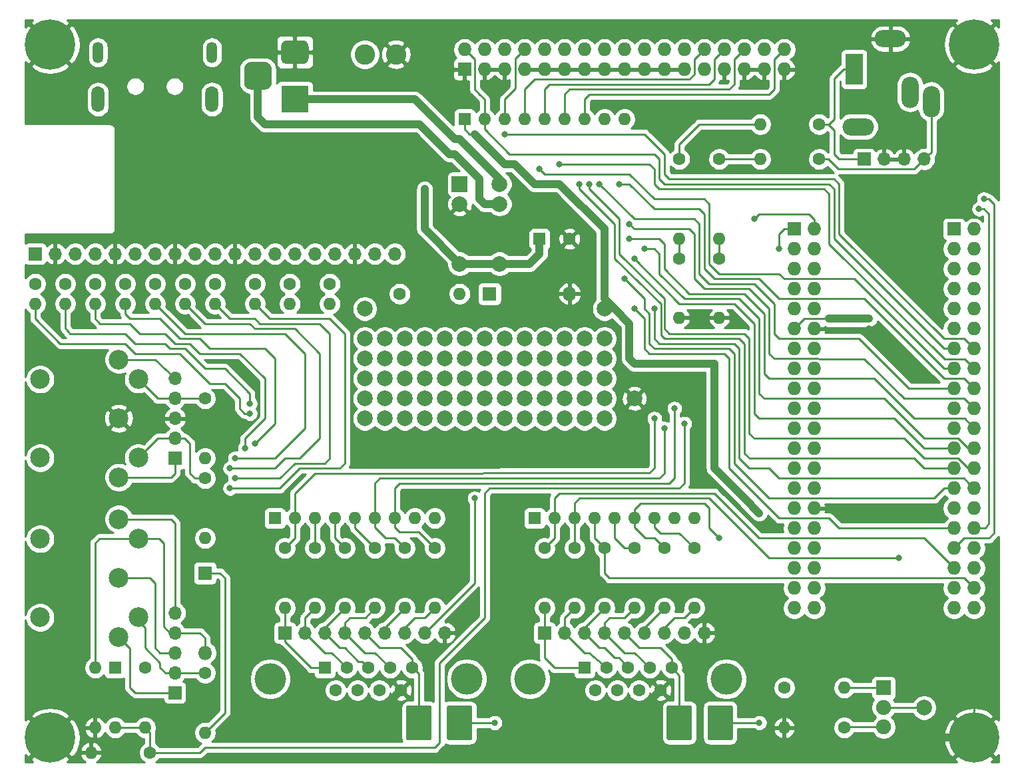
<source format=gbl>
G04 #@! TF.GenerationSoftware,KiCad,Pcbnew,(5.1.5-0-10_14)*
G04 #@! TF.CreationDate,2020-02-16T14:34:08+09:00*
G04 #@! TF.ProjectId,F68K-IO,4636384b-2d49-44f2-9e6b-696361645f70,rev?*
G04 #@! TF.SameCoordinates,Original*
G04 #@! TF.FileFunction,Copper,L2,Bot*
G04 #@! TF.FilePolarity,Positive*
%FSLAX46Y46*%
G04 Gerber Fmt 4.6, Leading zero omitted, Abs format (unit mm)*
G04 Created by KiCad (PCBNEW (5.1.5-0-10_14)) date 2020-02-16 14:34:08*
%MOMM*%
%LPD*%
G04 APERTURE LIST*
%ADD10C,2.000000*%
%ADD11C,2.500000*%
%ADD12O,1.600000X1.600000*%
%ADD13C,1.600000*%
%ADD14C,4.000000*%
%ADD15R,1.600000X1.600000*%
%ADD16C,0.100000*%
%ADD17R,2.000000X2.000000*%
%ADD18C,2.600000*%
%ADD19R,3.500000X3.500000*%
%ADD20O,1.800000X1.800000*%
%ADD21R,1.800000X1.800000*%
%ADD22O,1.700000X1.700000*%
%ADD23R,1.700000X1.700000*%
%ADD24O,1.727200X1.727200*%
%ADD25R,1.727200X1.727200*%
%ADD26C,1.900000*%
%ADD27R,1.900000X1.900000*%
%ADD28C,6.400000*%
%ADD29O,1.350000X2.700000*%
%ADD30O,1.650000X3.300000*%
%ADD31O,4.000000X2.200000*%
%ADD32O,2.200000X4.000000*%
%ADD33R,2.200000X4.000000*%
%ADD34C,0.800000*%
%ADD35C,0.250000*%
%ADD36C,1.000000*%
%ADD37C,0.254000*%
G04 APERTURE END LIST*
D10*
X162560000Y-95250000D03*
X160020000Y-95250000D03*
X157480000Y-95250000D03*
X154940000Y-95250000D03*
X152400000Y-95250000D03*
X149860000Y-95250000D03*
X147320000Y-95250000D03*
X144780000Y-95250000D03*
X142240000Y-95250000D03*
X139700000Y-95250000D03*
X137160000Y-95250000D03*
X134620000Y-95250000D03*
X132080000Y-95250000D03*
X162560000Y-92710000D03*
X160020000Y-92710000D03*
X157480000Y-92710000D03*
X154940000Y-92710000D03*
X152400000Y-92710000D03*
X149860000Y-92710000D03*
X147320000Y-92710000D03*
X144780000Y-92710000D03*
X142240000Y-92710000D03*
X139700000Y-92710000D03*
X137160000Y-92710000D03*
X134620000Y-92710000D03*
X132080000Y-92710000D03*
X162560000Y-90170000D03*
X160020000Y-90170000D03*
X157480000Y-90170000D03*
X154940000Y-90170000D03*
X152400000Y-90170000D03*
X149860000Y-90170000D03*
X147320000Y-90170000D03*
X144780000Y-90170000D03*
X142240000Y-90170000D03*
X139700000Y-90170000D03*
X137160000Y-90170000D03*
X134620000Y-90170000D03*
X132080000Y-90170000D03*
X162560000Y-87630000D03*
X160020000Y-87630000D03*
X157480000Y-87630000D03*
X154940000Y-87630000D03*
X152400000Y-87630000D03*
X149860000Y-87630000D03*
X147320000Y-87630000D03*
X144780000Y-87630000D03*
X142240000Y-87630000D03*
X139700000Y-87630000D03*
X137160000Y-87630000D03*
X134620000Y-87630000D03*
X132080000Y-87630000D03*
X162560000Y-85090000D03*
X160020000Y-85090000D03*
X157480000Y-85090000D03*
X154940000Y-85090000D03*
X152400000Y-85090000D03*
X149860000Y-85090000D03*
X147320000Y-85090000D03*
X144780000Y-85090000D03*
X142240000Y-85090000D03*
X139700000Y-85090000D03*
X137160000Y-85090000D03*
X134620000Y-85090000D03*
X132080000Y-85090000D03*
D11*
X90790000Y-90250000D03*
X90790000Y-100250000D03*
X103290000Y-90250000D03*
X100790000Y-102750000D03*
X100790000Y-95250000D03*
X103290000Y-100250000D03*
X100790000Y-87750000D03*
D12*
X111760000Y-100330000D03*
D13*
X111760000Y-92710000D03*
D12*
X111760000Y-110490000D03*
D13*
X111760000Y-102870000D03*
D12*
X118110000Y-80645000D03*
D13*
X118110000Y-78105000D03*
D12*
X113030000Y-80645000D03*
D13*
X113030000Y-78105000D03*
D12*
X109220000Y-80645000D03*
D13*
X109220000Y-78105000D03*
D12*
X105410000Y-80645000D03*
D13*
X105410000Y-78105000D03*
D12*
X101600000Y-80645000D03*
D13*
X101600000Y-78105000D03*
D12*
X97790000Y-80645000D03*
D13*
X97790000Y-78105000D03*
D12*
X93980000Y-80645000D03*
D13*
X93980000Y-78105000D03*
D12*
X90170000Y-80645000D03*
D13*
X90170000Y-78105000D03*
D12*
X122555000Y-80645000D03*
D13*
X122555000Y-78105000D03*
D12*
X127635000Y-80645000D03*
D13*
X127635000Y-78105000D03*
D10*
X166370000Y-92710000D03*
X132080000Y-81280000D03*
X162560000Y-81280000D03*
D14*
X145040000Y-128420000D03*
X120040000Y-128420000D03*
D13*
X136695000Y-129840000D03*
X133925000Y-129840000D03*
X131155000Y-129840000D03*
X128385000Y-129840000D03*
X138080000Y-127000000D03*
X135310000Y-127000000D03*
X132540000Y-127000000D03*
X129770000Y-127000000D03*
D15*
X127000000Y-127000000D03*
G04 #@! TA.AperFunction,SMDPad,CuDef*
D16*
G36*
X173459504Y-131761204D02*
G01*
X173483773Y-131764804D01*
X173507571Y-131770765D01*
X173530671Y-131779030D01*
X173552849Y-131789520D01*
X173573893Y-131802133D01*
X173593598Y-131816747D01*
X173611777Y-131833223D01*
X173628253Y-131851402D01*
X173642867Y-131871107D01*
X173655480Y-131892151D01*
X173665970Y-131914329D01*
X173674235Y-131937429D01*
X173680196Y-131961227D01*
X173683796Y-131985496D01*
X173685000Y-132010000D01*
X173685000Y-135960000D01*
X173683796Y-135984504D01*
X173680196Y-136008773D01*
X173674235Y-136032571D01*
X173665970Y-136055671D01*
X173655480Y-136077849D01*
X173642867Y-136098893D01*
X173628253Y-136118598D01*
X173611777Y-136136777D01*
X173593598Y-136153253D01*
X173573893Y-136167867D01*
X173552849Y-136180480D01*
X173530671Y-136190970D01*
X173507571Y-136199235D01*
X173483773Y-136205196D01*
X173459504Y-136208796D01*
X173435000Y-136210000D01*
X170735000Y-136210000D01*
X170710496Y-136208796D01*
X170686227Y-136205196D01*
X170662429Y-136199235D01*
X170639329Y-136190970D01*
X170617151Y-136180480D01*
X170596107Y-136167867D01*
X170576402Y-136153253D01*
X170558223Y-136136777D01*
X170541747Y-136118598D01*
X170527133Y-136098893D01*
X170514520Y-136077849D01*
X170504030Y-136055671D01*
X170495765Y-136032571D01*
X170489804Y-136008773D01*
X170486204Y-135984504D01*
X170485000Y-135960000D01*
X170485000Y-132010000D01*
X170486204Y-131985496D01*
X170489804Y-131961227D01*
X170495765Y-131937429D01*
X170504030Y-131914329D01*
X170514520Y-131892151D01*
X170527133Y-131871107D01*
X170541747Y-131851402D01*
X170558223Y-131833223D01*
X170576402Y-131816747D01*
X170596107Y-131802133D01*
X170617151Y-131789520D01*
X170639329Y-131779030D01*
X170662429Y-131770765D01*
X170686227Y-131764804D01*
X170710496Y-131761204D01*
X170735000Y-131760000D01*
X173435000Y-131760000D01*
X173459504Y-131761204D01*
G37*
G04 #@! TD.AperFunction*
G04 #@! TA.AperFunction,SMDPad,CuDef*
G36*
X178659504Y-131761204D02*
G01*
X178683773Y-131764804D01*
X178707571Y-131770765D01*
X178730671Y-131779030D01*
X178752849Y-131789520D01*
X178773893Y-131802133D01*
X178793598Y-131816747D01*
X178811777Y-131833223D01*
X178828253Y-131851402D01*
X178842867Y-131871107D01*
X178855480Y-131892151D01*
X178865970Y-131914329D01*
X178874235Y-131937429D01*
X178880196Y-131961227D01*
X178883796Y-131985496D01*
X178885000Y-132010000D01*
X178885000Y-135960000D01*
X178883796Y-135984504D01*
X178880196Y-136008773D01*
X178874235Y-136032571D01*
X178865970Y-136055671D01*
X178855480Y-136077849D01*
X178842867Y-136098893D01*
X178828253Y-136118598D01*
X178811777Y-136136777D01*
X178793598Y-136153253D01*
X178773893Y-136167867D01*
X178752849Y-136180480D01*
X178730671Y-136190970D01*
X178707571Y-136199235D01*
X178683773Y-136205196D01*
X178659504Y-136208796D01*
X178635000Y-136210000D01*
X175935000Y-136210000D01*
X175910496Y-136208796D01*
X175886227Y-136205196D01*
X175862429Y-136199235D01*
X175839329Y-136190970D01*
X175817151Y-136180480D01*
X175796107Y-136167867D01*
X175776402Y-136153253D01*
X175758223Y-136136777D01*
X175741747Y-136118598D01*
X175727133Y-136098893D01*
X175714520Y-136077849D01*
X175704030Y-136055671D01*
X175695765Y-136032571D01*
X175689804Y-136008773D01*
X175686204Y-135984504D01*
X175685000Y-135960000D01*
X175685000Y-132010000D01*
X175686204Y-131985496D01*
X175689804Y-131961227D01*
X175695765Y-131937429D01*
X175704030Y-131914329D01*
X175714520Y-131892151D01*
X175727133Y-131871107D01*
X175741747Y-131851402D01*
X175758223Y-131833223D01*
X175776402Y-131816747D01*
X175796107Y-131802133D01*
X175817151Y-131789520D01*
X175839329Y-131779030D01*
X175862429Y-131770765D01*
X175886227Y-131764804D01*
X175910496Y-131761204D01*
X175935000Y-131760000D01*
X178635000Y-131760000D01*
X178659504Y-131761204D01*
G37*
G04 #@! TD.AperFunction*
G04 #@! TA.AperFunction,SMDPad,CuDef*
G36*
X140319504Y-131761204D02*
G01*
X140343773Y-131764804D01*
X140367571Y-131770765D01*
X140390671Y-131779030D01*
X140412849Y-131789520D01*
X140433893Y-131802133D01*
X140453598Y-131816747D01*
X140471777Y-131833223D01*
X140488253Y-131851402D01*
X140502867Y-131871107D01*
X140515480Y-131892151D01*
X140525970Y-131914329D01*
X140534235Y-131937429D01*
X140540196Y-131961227D01*
X140543796Y-131985496D01*
X140545000Y-132010000D01*
X140545000Y-135960000D01*
X140543796Y-135984504D01*
X140540196Y-136008773D01*
X140534235Y-136032571D01*
X140525970Y-136055671D01*
X140515480Y-136077849D01*
X140502867Y-136098893D01*
X140488253Y-136118598D01*
X140471777Y-136136777D01*
X140453598Y-136153253D01*
X140433893Y-136167867D01*
X140412849Y-136180480D01*
X140390671Y-136190970D01*
X140367571Y-136199235D01*
X140343773Y-136205196D01*
X140319504Y-136208796D01*
X140295000Y-136210000D01*
X137595000Y-136210000D01*
X137570496Y-136208796D01*
X137546227Y-136205196D01*
X137522429Y-136199235D01*
X137499329Y-136190970D01*
X137477151Y-136180480D01*
X137456107Y-136167867D01*
X137436402Y-136153253D01*
X137418223Y-136136777D01*
X137401747Y-136118598D01*
X137387133Y-136098893D01*
X137374520Y-136077849D01*
X137364030Y-136055671D01*
X137355765Y-136032571D01*
X137349804Y-136008773D01*
X137346204Y-135984504D01*
X137345000Y-135960000D01*
X137345000Y-132010000D01*
X137346204Y-131985496D01*
X137349804Y-131961227D01*
X137355765Y-131937429D01*
X137364030Y-131914329D01*
X137374520Y-131892151D01*
X137387133Y-131871107D01*
X137401747Y-131851402D01*
X137418223Y-131833223D01*
X137436402Y-131816747D01*
X137456107Y-131802133D01*
X137477151Y-131789520D01*
X137499329Y-131779030D01*
X137522429Y-131770765D01*
X137546227Y-131764804D01*
X137570496Y-131761204D01*
X137595000Y-131760000D01*
X140295000Y-131760000D01*
X140319504Y-131761204D01*
G37*
G04 #@! TD.AperFunction*
G04 #@! TA.AperFunction,SMDPad,CuDef*
G36*
X145519504Y-131761204D02*
G01*
X145543773Y-131764804D01*
X145567571Y-131770765D01*
X145590671Y-131779030D01*
X145612849Y-131789520D01*
X145633893Y-131802133D01*
X145653598Y-131816747D01*
X145671777Y-131833223D01*
X145688253Y-131851402D01*
X145702867Y-131871107D01*
X145715480Y-131892151D01*
X145725970Y-131914329D01*
X145734235Y-131937429D01*
X145740196Y-131961227D01*
X145743796Y-131985496D01*
X145745000Y-132010000D01*
X145745000Y-135960000D01*
X145743796Y-135984504D01*
X145740196Y-136008773D01*
X145734235Y-136032571D01*
X145725970Y-136055671D01*
X145715480Y-136077849D01*
X145702867Y-136098893D01*
X145688253Y-136118598D01*
X145671777Y-136136777D01*
X145653598Y-136153253D01*
X145633893Y-136167867D01*
X145612849Y-136180480D01*
X145590671Y-136190970D01*
X145567571Y-136199235D01*
X145543773Y-136205196D01*
X145519504Y-136208796D01*
X145495000Y-136210000D01*
X142795000Y-136210000D01*
X142770496Y-136208796D01*
X142746227Y-136205196D01*
X142722429Y-136199235D01*
X142699329Y-136190970D01*
X142677151Y-136180480D01*
X142656107Y-136167867D01*
X142636402Y-136153253D01*
X142618223Y-136136777D01*
X142601747Y-136118598D01*
X142587133Y-136098893D01*
X142574520Y-136077849D01*
X142564030Y-136055671D01*
X142555765Y-136032571D01*
X142549804Y-136008773D01*
X142546204Y-135984504D01*
X142545000Y-135960000D01*
X142545000Y-132010000D01*
X142546204Y-131985496D01*
X142549804Y-131961227D01*
X142555765Y-131937429D01*
X142564030Y-131914329D01*
X142574520Y-131892151D01*
X142587133Y-131871107D01*
X142601747Y-131851402D01*
X142618223Y-131833223D01*
X142636402Y-131816747D01*
X142656107Y-131802133D01*
X142677151Y-131789520D01*
X142699329Y-131779030D01*
X142722429Y-131770765D01*
X142746227Y-131764804D01*
X142770496Y-131761204D01*
X142795000Y-131760000D01*
X145495000Y-131760000D01*
X145519504Y-131761204D01*
G37*
G04 #@! TD.AperFunction*
D10*
X149225000Y-75565000D03*
X149225000Y-67945000D03*
X144145000Y-75565000D03*
X144145000Y-67945000D03*
X149225000Y-65405000D03*
D17*
X144145000Y-65405000D03*
D18*
X136040000Y-48895000D03*
X132080000Y-48895000D03*
D12*
X144145000Y-79375000D03*
D13*
X136525000Y-79375000D03*
G04 #@! TA.AperFunction,ComponentPad*
D16*
G36*
X119450765Y-49864213D02*
G01*
X119535704Y-49876813D01*
X119618999Y-49897677D01*
X119699848Y-49926605D01*
X119777472Y-49963319D01*
X119851124Y-50007464D01*
X119920094Y-50058616D01*
X119983718Y-50116282D01*
X120041384Y-50179906D01*
X120092536Y-50248876D01*
X120136681Y-50322528D01*
X120173395Y-50400152D01*
X120202323Y-50481001D01*
X120223187Y-50564296D01*
X120235787Y-50649235D01*
X120240000Y-50735000D01*
X120240000Y-52485000D01*
X120235787Y-52570765D01*
X120223187Y-52655704D01*
X120202323Y-52738999D01*
X120173395Y-52819848D01*
X120136681Y-52897472D01*
X120092536Y-52971124D01*
X120041384Y-53040094D01*
X119983718Y-53103718D01*
X119920094Y-53161384D01*
X119851124Y-53212536D01*
X119777472Y-53256681D01*
X119699848Y-53293395D01*
X119618999Y-53322323D01*
X119535704Y-53343187D01*
X119450765Y-53355787D01*
X119365000Y-53360000D01*
X117615000Y-53360000D01*
X117529235Y-53355787D01*
X117444296Y-53343187D01*
X117361001Y-53322323D01*
X117280152Y-53293395D01*
X117202528Y-53256681D01*
X117128876Y-53212536D01*
X117059906Y-53161384D01*
X116996282Y-53103718D01*
X116938616Y-53040094D01*
X116887464Y-52971124D01*
X116843319Y-52897472D01*
X116806605Y-52819848D01*
X116777677Y-52738999D01*
X116756813Y-52655704D01*
X116744213Y-52570765D01*
X116740000Y-52485000D01*
X116740000Y-50735000D01*
X116744213Y-50649235D01*
X116756813Y-50564296D01*
X116777677Y-50481001D01*
X116806605Y-50400152D01*
X116843319Y-50322528D01*
X116887464Y-50248876D01*
X116938616Y-50179906D01*
X116996282Y-50116282D01*
X117059906Y-50058616D01*
X117128876Y-50007464D01*
X117202528Y-49963319D01*
X117280152Y-49926605D01*
X117361001Y-49897677D01*
X117444296Y-49876813D01*
X117529235Y-49864213D01*
X117615000Y-49860000D01*
X119365000Y-49860000D01*
X119450765Y-49864213D01*
G37*
G04 #@! TD.AperFunction*
G04 #@! TA.AperFunction,ComponentPad*
G36*
X124263513Y-47113611D02*
G01*
X124336318Y-47124411D01*
X124407714Y-47142295D01*
X124477013Y-47167090D01*
X124543548Y-47198559D01*
X124606678Y-47236398D01*
X124665795Y-47280242D01*
X124720330Y-47329670D01*
X124769758Y-47384205D01*
X124813602Y-47443322D01*
X124851441Y-47506452D01*
X124882910Y-47572987D01*
X124907705Y-47642286D01*
X124925589Y-47713682D01*
X124936389Y-47786487D01*
X124940000Y-47860000D01*
X124940000Y-49360000D01*
X124936389Y-49433513D01*
X124925589Y-49506318D01*
X124907705Y-49577714D01*
X124882910Y-49647013D01*
X124851441Y-49713548D01*
X124813602Y-49776678D01*
X124769758Y-49835795D01*
X124720330Y-49890330D01*
X124665795Y-49939758D01*
X124606678Y-49983602D01*
X124543548Y-50021441D01*
X124477013Y-50052910D01*
X124407714Y-50077705D01*
X124336318Y-50095589D01*
X124263513Y-50106389D01*
X124190000Y-50110000D01*
X122190000Y-50110000D01*
X122116487Y-50106389D01*
X122043682Y-50095589D01*
X121972286Y-50077705D01*
X121902987Y-50052910D01*
X121836452Y-50021441D01*
X121773322Y-49983602D01*
X121714205Y-49939758D01*
X121659670Y-49890330D01*
X121610242Y-49835795D01*
X121566398Y-49776678D01*
X121528559Y-49713548D01*
X121497090Y-49647013D01*
X121472295Y-49577714D01*
X121454411Y-49506318D01*
X121443611Y-49433513D01*
X121440000Y-49360000D01*
X121440000Y-47860000D01*
X121443611Y-47786487D01*
X121454411Y-47713682D01*
X121472295Y-47642286D01*
X121497090Y-47572987D01*
X121528559Y-47506452D01*
X121566398Y-47443322D01*
X121610242Y-47384205D01*
X121659670Y-47329670D01*
X121714205Y-47280242D01*
X121773322Y-47236398D01*
X121836452Y-47198559D01*
X121902987Y-47167090D01*
X121972286Y-47142295D01*
X122043682Y-47124411D01*
X122116487Y-47113611D01*
X122190000Y-47110000D01*
X124190000Y-47110000D01*
X124263513Y-47113611D01*
G37*
G04 #@! TD.AperFunction*
D19*
X123190000Y-54610000D03*
D20*
X158115000Y-79375000D03*
D21*
X147955000Y-79375000D03*
D13*
X158105000Y-72390000D03*
D15*
X154305000Y-72390000D03*
D22*
X135890000Y-74295000D03*
X133350000Y-74295000D03*
X130810000Y-74295000D03*
X128270000Y-74295000D03*
X125730000Y-74295000D03*
X123190000Y-74295000D03*
X120650000Y-74295000D03*
X118110000Y-74295000D03*
X115570000Y-74295000D03*
X113030000Y-74295000D03*
X110490000Y-74295000D03*
X107950000Y-74295000D03*
X105410000Y-74295000D03*
X102870000Y-74295000D03*
X100330000Y-74295000D03*
X97790000Y-74295000D03*
X95250000Y-74295000D03*
X92710000Y-74295000D03*
D23*
X90170000Y-74295000D03*
D24*
X189230000Y-119380000D03*
X186690000Y-119380000D03*
X189230000Y-116840000D03*
X186690000Y-116840000D03*
X189230000Y-114300000D03*
X186690000Y-114300000D03*
X189230000Y-111760000D03*
X186690000Y-111760000D03*
X189230000Y-109220000D03*
X186690000Y-109220000D03*
X189230000Y-106680000D03*
X186690000Y-106680000D03*
X189230000Y-104140000D03*
X186690000Y-104140000D03*
X189230000Y-101600000D03*
X186690000Y-101600000D03*
X189230000Y-99060000D03*
X186690000Y-99060000D03*
X189230000Y-96520000D03*
X186690000Y-96520000D03*
X189230000Y-93980000D03*
X186690000Y-93980000D03*
X189230000Y-91440000D03*
X186690000Y-91440000D03*
X189230000Y-88900000D03*
X186690000Y-88900000D03*
X189230000Y-86360000D03*
X186690000Y-86360000D03*
X189230000Y-83820000D03*
X186690000Y-83820000D03*
X189230000Y-81280000D03*
X186690000Y-81280000D03*
X189230000Y-78740000D03*
X186690000Y-78740000D03*
X189230000Y-76200000D03*
X186690000Y-76200000D03*
X189230000Y-73660000D03*
X186690000Y-73660000D03*
X189230000Y-71120000D03*
D25*
X186690000Y-71120000D03*
D10*
X203200000Y-132080000D03*
D26*
X198056500Y-134540000D03*
X198056500Y-132040000D03*
D27*
X198056500Y-129540000D03*
D12*
X185420000Y-134620000D03*
D13*
X193040000Y-134620000D03*
D12*
X193040000Y-129540000D03*
D13*
X185420000Y-129540000D03*
D28*
X209550000Y-135890000D03*
X209550000Y-47625000D03*
X92075000Y-135890000D03*
X92075000Y-47625000D03*
D12*
X177165000Y-72390000D03*
D13*
X177165000Y-62230000D03*
D12*
X172085000Y-72390000D03*
D13*
X172085000Y-62230000D03*
D12*
X97275000Y-137795000D03*
D13*
X104775000Y-137795000D03*
D12*
X182365000Y-62230000D03*
D13*
X189865000Y-62230000D03*
D12*
X182365000Y-57785000D03*
D13*
X189865000Y-57785000D03*
D12*
X172085000Y-82430000D03*
D13*
X172085000Y-74930000D03*
D12*
X177165000Y-82430000D03*
D13*
X177165000Y-74930000D03*
D11*
X90790000Y-110570000D03*
X90790000Y-120570000D03*
X103290000Y-110570000D03*
X100790000Y-123070000D03*
X100790000Y-115570000D03*
X103290000Y-120570000D03*
X100790000Y-108070000D03*
D12*
X100330000Y-134620000D03*
X97790000Y-127000000D03*
X97790000Y-134620000D03*
D15*
X100330000Y-127000000D03*
D12*
X104140000Y-134620000D03*
D13*
X104140000Y-127000000D03*
D12*
X111760000Y-135255000D03*
D13*
X111760000Y-127635000D03*
D22*
X107950000Y-90170000D03*
X107950000Y-92710000D03*
X107950000Y-95250000D03*
X107950000Y-97790000D03*
D23*
X107950000Y-100330000D03*
D22*
X107950000Y-120015000D03*
X107950000Y-122555000D03*
X107950000Y-125095000D03*
X107950000Y-127635000D03*
D23*
X107950000Y-130175000D03*
D29*
X98160000Y-48650000D03*
X112660000Y-48650000D03*
D30*
X98160000Y-54610000D03*
X112660000Y-54610000D03*
D22*
X175260000Y-122555000D03*
X172720000Y-122555000D03*
X170180000Y-122555000D03*
X167640000Y-122555000D03*
X165100000Y-122555000D03*
X162560000Y-122555000D03*
X160020000Y-122555000D03*
X157480000Y-122555000D03*
D23*
X154940000Y-122555000D03*
D22*
X203200000Y-62230000D03*
X200660000Y-62230000D03*
X198120000Y-62230000D03*
D23*
X195580000Y-62230000D03*
D22*
X142240000Y-122555000D03*
X139700000Y-122555000D03*
X137160000Y-122555000D03*
X134620000Y-122555000D03*
X132080000Y-122555000D03*
X129540000Y-122555000D03*
X127000000Y-122555000D03*
X124460000Y-122555000D03*
D23*
X121920000Y-122555000D03*
D14*
X178060000Y-128420000D03*
X153060000Y-128420000D03*
D13*
X169715000Y-129840000D03*
X166945000Y-129840000D03*
X164175000Y-129840000D03*
X161405000Y-129840000D03*
X171100000Y-127000000D03*
X168330000Y-127000000D03*
X165560000Y-127000000D03*
X162790000Y-127000000D03*
D15*
X160020000Y-127000000D03*
D20*
X111760000Y-125095000D03*
D21*
X111760000Y-114935000D03*
D12*
X165100000Y-57150000D03*
X162560000Y-57150000D03*
X160020000Y-57150000D03*
X157480000Y-57150000D03*
X154940000Y-57150000D03*
X152400000Y-57150000D03*
X149860000Y-57150000D03*
X147320000Y-57150000D03*
D15*
X144780000Y-57150000D03*
D12*
X173990000Y-107950000D03*
X171450000Y-107950000D03*
X168910000Y-107950000D03*
X166370000Y-107950000D03*
X163830000Y-107950000D03*
X161290000Y-107950000D03*
X158750000Y-107950000D03*
X156210000Y-107950000D03*
D15*
X153670000Y-107950000D03*
D12*
X140970000Y-107950000D03*
X138430000Y-107950000D03*
X135890000Y-107950000D03*
X133350000Y-107950000D03*
X130810000Y-107950000D03*
X128270000Y-107950000D03*
X125730000Y-107950000D03*
X123190000Y-107950000D03*
D15*
X120650000Y-107950000D03*
D12*
X166370000Y-119380000D03*
D13*
X166370000Y-111760000D03*
D12*
X162560000Y-119380000D03*
D13*
X162560000Y-111760000D03*
D12*
X173990000Y-119380000D03*
D13*
X173990000Y-111760000D03*
D12*
X158750000Y-119380000D03*
D13*
X158750000Y-111760000D03*
D12*
X170180000Y-119380000D03*
D13*
X170180000Y-111760000D03*
D12*
X154940000Y-119380000D03*
D13*
X154940000Y-111760000D03*
D12*
X133350000Y-119380000D03*
D13*
X133350000Y-111760000D03*
D12*
X129540000Y-119380000D03*
D13*
X129540000Y-111760000D03*
D12*
X140970000Y-119380000D03*
D13*
X140970000Y-111760000D03*
D12*
X125730000Y-119380000D03*
D13*
X125730000Y-111760000D03*
D12*
X137160000Y-119380000D03*
D13*
X137160000Y-111760000D03*
D12*
X121920000Y-119380000D03*
D13*
X121920000Y-111760000D03*
D24*
X209550000Y-119380000D03*
X207010000Y-119380000D03*
X209550000Y-116840000D03*
X207010000Y-116840000D03*
X209550000Y-114300000D03*
X207010000Y-114300000D03*
X209550000Y-111760000D03*
X207010000Y-111760000D03*
X209550000Y-109220000D03*
X207010000Y-109220000D03*
X209550000Y-106680000D03*
X207010000Y-106680000D03*
X209550000Y-104140000D03*
X207010000Y-104140000D03*
X209550000Y-101600000D03*
X207010000Y-101600000D03*
X209550000Y-99060000D03*
X207010000Y-99060000D03*
X209550000Y-96520000D03*
X207010000Y-96520000D03*
X209550000Y-93980000D03*
X207010000Y-93980000D03*
X209550000Y-91440000D03*
X207010000Y-91440000D03*
X209550000Y-88900000D03*
X207010000Y-88900000D03*
X209550000Y-86360000D03*
X207010000Y-86360000D03*
X209550000Y-83820000D03*
X207010000Y-83820000D03*
X209550000Y-81280000D03*
X207010000Y-81280000D03*
X209550000Y-78740000D03*
X207010000Y-78740000D03*
X209550000Y-76200000D03*
X207010000Y-76200000D03*
X209550000Y-73660000D03*
X207010000Y-73660000D03*
X209550000Y-71120000D03*
D25*
X207010000Y-71120000D03*
D24*
X185420000Y-48260000D03*
X185420000Y-50800000D03*
X182880000Y-48260000D03*
X182880000Y-50800000D03*
X180340000Y-48260000D03*
X180340000Y-50800000D03*
X177800000Y-48260000D03*
X177800000Y-50800000D03*
X175260000Y-48260000D03*
X175260000Y-50800000D03*
X172720000Y-48260000D03*
X172720000Y-50800000D03*
X170180000Y-48260000D03*
X170180000Y-50800000D03*
X167640000Y-48260000D03*
X167640000Y-50800000D03*
X165100000Y-48260000D03*
X165100000Y-50800000D03*
X162560000Y-48260000D03*
X162560000Y-50800000D03*
X160020000Y-48260000D03*
X160020000Y-50800000D03*
X157480000Y-48260000D03*
X157480000Y-50800000D03*
X154940000Y-48260000D03*
X154940000Y-50800000D03*
X152400000Y-48260000D03*
X152400000Y-50800000D03*
X149860000Y-48260000D03*
X149860000Y-50800000D03*
X147320000Y-48260000D03*
X147320000Y-50800000D03*
X144780000Y-48260000D03*
D25*
X144780000Y-50800000D03*
D31*
X198910000Y-46900000D03*
D32*
X204110000Y-54900000D03*
X201410000Y-53700000D03*
D31*
X194810000Y-58100000D03*
D33*
X194310000Y-50800000D03*
D34*
X196215000Y-83820000D03*
X209550000Y-128905000D03*
X209550000Y-135890000D03*
X106114790Y-59690000D03*
X100965000Y-52705000D03*
X104775000Y-52705000D03*
X106045000Y-52705000D03*
X109855000Y-52705000D03*
X104635000Y-61595000D03*
X103135000Y-63500000D03*
X151130000Y-106045000D03*
X147320000Y-136525000D03*
X114300000Y-135890000D03*
X114300000Y-138430000D03*
X146050000Y-105410000D03*
X196215000Y-82550000D03*
X182245000Y-133985000D03*
X148590000Y-133985000D03*
X166370000Y-81280000D03*
X168910000Y-81280000D03*
X165100000Y-77470000D03*
X160655000Y-65405000D03*
X159385000Y-65405000D03*
X167640000Y-73660000D03*
X166370000Y-74930000D03*
X165735000Y-72390000D03*
X165735000Y-70485000D03*
X164465000Y-65405000D03*
X161925000Y-65405000D03*
X156845000Y-62865000D03*
X154305000Y-63500000D03*
X149860000Y-59055000D03*
X182245000Y-107315000D03*
X181610000Y-69850000D03*
X200025000Y-113030000D03*
X177165000Y-110490000D03*
X170180000Y-96520000D03*
X168910000Y-95250000D03*
X171450000Y-93980000D03*
X210185000Y-68580000D03*
X210820000Y-67310000D03*
X172720000Y-95885000D03*
X184785000Y-73660000D03*
X139700000Y-66040000D03*
X114935000Y-104140000D03*
X115570000Y-102870000D03*
X114935000Y-101600000D03*
X115570000Y-100330000D03*
X118110000Y-98425000D03*
X116840000Y-99060000D03*
X117475000Y-93345000D03*
X117475000Y-94615000D03*
D35*
X196215000Y-83820000D02*
X189230000Y-83820000D01*
X209550000Y-128905000D02*
X209550000Y-135890000D01*
X158105000Y-79365000D02*
X158115000Y-79375000D01*
X175260000Y-121352919D02*
X176530000Y-120082919D01*
X175260000Y-122555000D02*
X175260000Y-121352919D01*
X176530000Y-120082919D02*
X176530000Y-117475000D01*
X176530000Y-117475000D02*
X175895000Y-116840000D01*
X175895000Y-116840000D02*
X153670000Y-116840000D01*
X151130000Y-114300000D02*
X151130000Y-106045000D01*
X153670000Y-116840000D02*
X151130000Y-114300000D01*
D36*
X205024517Y-135890000D02*
X204470000Y-135890000D01*
X209550000Y-135890000D02*
X205024517Y-135890000D01*
X204470000Y-135890000D02*
X204470000Y-136525000D01*
X204470000Y-136525000D02*
X204470000Y-137160000D01*
X204470000Y-137160000D02*
X203200000Y-138430000D01*
X149225000Y-138430000D02*
X147320000Y-136525000D01*
X203200000Y-138430000D02*
X149225000Y-138430000D01*
X168275000Y-136525000D02*
X168275000Y-131280000D01*
X168275000Y-131280000D02*
X169715000Y-129840000D01*
X147320000Y-136525000D02*
X168275000Y-136525000D01*
X135255000Y-131280000D02*
X136695000Y-129840000D01*
X135255000Y-135890000D02*
X135255000Y-131280000D01*
X114300000Y-135890000D02*
X135255000Y-135890000D01*
X145415000Y-138430000D02*
X147320000Y-136525000D01*
X114300000Y-138430000D02*
X145415000Y-138430000D01*
D35*
X146050000Y-105410000D02*
X146050000Y-116205000D01*
X146050000Y-116205000D02*
X139700000Y-122555000D01*
X139700000Y-120650000D02*
X140970000Y-119380000D01*
X138430000Y-120650000D02*
X139700000Y-120650000D01*
X137160000Y-121920000D02*
X138430000Y-120650000D01*
X137160000Y-122555000D02*
X137160000Y-121920000D01*
X134620000Y-122555000D02*
X134620000Y-121920000D01*
X134620000Y-121920000D02*
X137160000Y-119380000D01*
X186690000Y-83820000D02*
X187325000Y-83185000D01*
X187325000Y-83185000D02*
X187960000Y-82550000D01*
X196215000Y-82550000D02*
X196215000Y-82550000D01*
X182245000Y-133985000D02*
X177165000Y-133985000D01*
X144145000Y-133985000D02*
X148590000Y-133985000D01*
D36*
X196215000Y-82550000D02*
X191135000Y-82550000D01*
D35*
X187960000Y-82550000D02*
X191135000Y-82550000D01*
X129540000Y-122555000D02*
X132080000Y-125095000D01*
X133405000Y-125095000D02*
X135310000Y-127000000D01*
X132080000Y-125095000D02*
X133405000Y-125095000D01*
X132218630Y-120650000D02*
X133350000Y-119380000D01*
X130175000Y-120650000D02*
X132218630Y-120650000D01*
X129540000Y-121285000D02*
X130175000Y-120650000D01*
X129540000Y-122555000D02*
X129540000Y-121285000D01*
X127000000Y-122555000D02*
X128905000Y-124460000D01*
X131740001Y-126200001D02*
X131280001Y-126200001D01*
X132540000Y-127000000D02*
X131740001Y-126200001D01*
X129540000Y-124460000D02*
X128905000Y-124460000D01*
X131280001Y-126200001D02*
X129540000Y-124460000D01*
X127000000Y-121920000D02*
X127000000Y-122555000D01*
X129540000Y-119380000D02*
X127000000Y-121920000D01*
X124460000Y-120650000D02*
X124460000Y-122555000D01*
X125730000Y-119380000D02*
X124460000Y-120650000D01*
X124460000Y-122555000D02*
X127000000Y-125095000D01*
X127865000Y-125095000D02*
X129770000Y-127000000D01*
X127000000Y-125095000D02*
X127865000Y-125095000D01*
X121920000Y-119380000D02*
X121920000Y-122555000D01*
X125950000Y-127000000D02*
X127000000Y-127000000D01*
X125265000Y-127000000D02*
X125950000Y-127000000D01*
X121920000Y-123655000D02*
X125265000Y-127000000D01*
X121920000Y-122555000D02*
X121920000Y-123655000D01*
X171450000Y-120650000D02*
X172720000Y-120650000D01*
X172720000Y-120650000D02*
X173990000Y-119380000D01*
X171450000Y-120650000D02*
X170815000Y-121285000D01*
X170180000Y-122555000D02*
X170180000Y-121920000D01*
X170180000Y-121920000D02*
X170815000Y-121285000D01*
X167640000Y-122555000D02*
X167640000Y-121920000D01*
X167640000Y-121920000D02*
X170180000Y-119380000D01*
X163195000Y-120650000D02*
X165100000Y-120650000D01*
X162560000Y-121285000D02*
X163195000Y-120650000D01*
X165100000Y-120650000D02*
X166370000Y-119380000D01*
X162560000Y-122555000D02*
X162560000Y-121285000D01*
X166370000Y-125095000D02*
X168330000Y-127000000D01*
X165100000Y-125095000D02*
X166370000Y-125095000D01*
X162560000Y-122555000D02*
X165100000Y-125095000D01*
X162560000Y-119380000D02*
X161925000Y-120015000D01*
X161925000Y-120015000D02*
X161290000Y-120650000D01*
X161290000Y-120650000D02*
X160655000Y-121285000D01*
X160020000Y-122555000D02*
X160020000Y-121920000D01*
X160020000Y-121920000D02*
X160655000Y-121285000D01*
X164465000Y-125730000D02*
X165560000Y-127000000D01*
X163830000Y-125730000D02*
X164465000Y-125730000D01*
X162560000Y-124460000D02*
X163830000Y-125730000D01*
X161925000Y-124460000D02*
X162560000Y-124460000D01*
X160020000Y-122555000D02*
X161925000Y-124460000D01*
X157480000Y-120650000D02*
X157480000Y-122555000D01*
X158750000Y-119380000D02*
X157480000Y-120650000D01*
X160655000Y-125095000D02*
X162790000Y-127000000D01*
X160020000Y-125095000D02*
X160655000Y-125095000D01*
X157480000Y-122555000D02*
X160020000Y-125095000D01*
X154940000Y-119380000D02*
X154940000Y-122555000D01*
X154940000Y-122555000D02*
X154940000Y-125730000D01*
X154940000Y-125730000D02*
X156210000Y-127000000D01*
X156210000Y-127000000D02*
X160020000Y-127000000D01*
X184150000Y-49530000D02*
X185420000Y-48260000D01*
X184150000Y-53340000D02*
X184150000Y-49530000D01*
X183515000Y-53975000D02*
X184150000Y-53340000D01*
X160655000Y-53975000D02*
X183515000Y-53975000D01*
X160020000Y-54610000D02*
X160655000Y-53975000D01*
X160020000Y-57150000D02*
X160020000Y-54610000D01*
X191135000Y-107950000D02*
X192405000Y-109220000D01*
X192405000Y-109220000D02*
X207010000Y-109220000D01*
X184785000Y-107950000D02*
X191135000Y-107950000D01*
X178435000Y-101600000D02*
X184785000Y-107950000D01*
X178435000Y-87630000D02*
X178435000Y-101600000D01*
X177800000Y-86995000D02*
X178435000Y-87630000D01*
X168275000Y-86995000D02*
X177800000Y-86995000D01*
X167640000Y-86360000D02*
X168275000Y-86995000D01*
X167640000Y-82550000D02*
X167640000Y-86360000D01*
X166370000Y-81280000D02*
X167640000Y-82550000D01*
X208915000Y-103505000D02*
X209550000Y-104140000D01*
X208280000Y-102870000D02*
X208915000Y-103505000D01*
X184785000Y-102870000D02*
X208280000Y-102870000D01*
X183515000Y-101600000D02*
X184785000Y-102870000D01*
X180975000Y-101600000D02*
X183515000Y-101600000D01*
X179705000Y-100330000D02*
X180975000Y-101600000D01*
X179070000Y-85725000D02*
X179705000Y-86360000D01*
X169545000Y-85725000D02*
X179070000Y-85725000D01*
X179705000Y-86360000D02*
X179705000Y-100330000D01*
X168910000Y-85090000D02*
X169545000Y-85725000D01*
X168910000Y-81280000D02*
X168910000Y-85090000D01*
X205788686Y-104140000D02*
X204518686Y-105410000D01*
X207010000Y-104140000D02*
X205788686Y-104140000D01*
X183513590Y-105410000D02*
X183515000Y-105410000D01*
X183513590Y-105410000D02*
X204518686Y-105410000D01*
X157480000Y-53975000D02*
X157480000Y-57150000D01*
X158115000Y-53340000D02*
X157480000Y-53975000D01*
X178435000Y-53340000D02*
X158115000Y-53340000D01*
X179070000Y-52705000D02*
X178435000Y-53340000D01*
X179070000Y-49530000D02*
X179070000Y-52705000D01*
X180340000Y-48260000D02*
X179070000Y-49530000D01*
X179070000Y-100966410D02*
X183513590Y-105410000D01*
X178435000Y-86360000D02*
X179070000Y-86995000D01*
X168275000Y-85725000D02*
X168910000Y-86360000D01*
X167640000Y-81280000D02*
X168275000Y-81915000D01*
X179070000Y-86995000D02*
X179070000Y-100966410D01*
X167640000Y-80010000D02*
X167640000Y-81280000D01*
X168910000Y-86360000D02*
X178435000Y-86360000D01*
X168275000Y-81915000D02*
X168275000Y-85725000D01*
X165100000Y-77470000D02*
X167640000Y-80010000D01*
X176530000Y-49530000D02*
X177800000Y-48260000D01*
X175895000Y-52705000D02*
X176530000Y-52070000D01*
X176530000Y-52070000D02*
X176530000Y-49530000D01*
X154940000Y-57150000D02*
X154940000Y-53340000D01*
X155575000Y-52705000D02*
X175895000Y-52705000D01*
X154940000Y-53340000D02*
X155575000Y-52705000D01*
X208769130Y-101600000D02*
X209550000Y-101600000D01*
X207499130Y-100330000D02*
X208769130Y-101600000D01*
X200660000Y-97791127D02*
X203200000Y-100330000D01*
X180975000Y-85090000D02*
X180975000Y-97155000D01*
X180975000Y-97155000D02*
X181610000Y-97790000D01*
X180340000Y-84455000D02*
X180975000Y-85090000D01*
X170815000Y-84455000D02*
X180340000Y-84455000D01*
X203200000Y-100330000D02*
X207499130Y-100330000D01*
X170180000Y-80010000D02*
X170180000Y-83820000D01*
X170180000Y-83820000D02*
X170815000Y-84455000D01*
X164465000Y-74295000D02*
X170180000Y-80010000D01*
X181610000Y-97790000D02*
X200660000Y-97791127D01*
X164465000Y-69850000D02*
X164465000Y-74295000D01*
X160655000Y-66040000D02*
X164465000Y-69850000D01*
X160655000Y-65405000D02*
X160655000Y-66040000D01*
X173990000Y-49530000D02*
X175260000Y-48260000D01*
X173990000Y-51435000D02*
X173990000Y-49530000D01*
X173355000Y-52070000D02*
X173990000Y-51435000D01*
X153670000Y-52070000D02*
X173355000Y-52070000D01*
X152400000Y-53340000D02*
X153670000Y-52070000D01*
X152400000Y-57150000D02*
X152400000Y-53340000D01*
X181056399Y-100330000D02*
X201930000Y-100330000D01*
X179705000Y-85090000D02*
X180340000Y-85725000D01*
X180340000Y-85725000D02*
X180340000Y-99695000D01*
X201930000Y-100330000D02*
X203200000Y-101600000D01*
X163830000Y-70485000D02*
X163830000Y-74930000D01*
X170180000Y-85090000D02*
X179705000Y-85090000D01*
X169729990Y-84639990D02*
X170180000Y-85090000D01*
X180340000Y-99695000D02*
X181056399Y-100330000D01*
X159385000Y-66040000D02*
X163830000Y-70485000D01*
X203200000Y-101600000D02*
X207010000Y-101600000D01*
X169729990Y-80645000D02*
X169729990Y-84639990D01*
X163830000Y-74930000D02*
X169729990Y-80645000D01*
X159385000Y-65405000D02*
X159385000Y-66040000D01*
X208769130Y-99060000D02*
X209550000Y-99060000D01*
X203200000Y-97764952D02*
X207499130Y-97790000D01*
X182245000Y-92075000D02*
X182880000Y-92710000D01*
X198120000Y-92710000D02*
X203200000Y-97764952D01*
X167640000Y-73660000D02*
X168910000Y-73660000D01*
X182245000Y-82550000D02*
X182245000Y-92075000D01*
X168910000Y-73660000D02*
X169545000Y-74295000D01*
X172720000Y-80010000D02*
X179705000Y-80010000D01*
X179705000Y-80010000D02*
X182245000Y-82550000D01*
X169545000Y-76835000D02*
X172720000Y-80010000D01*
X207499130Y-97790000D02*
X208769130Y-99060000D01*
X182880000Y-92710000D02*
X198120000Y-92710000D01*
X169545000Y-74295000D02*
X169545000Y-76835000D01*
X203200000Y-99060000D02*
X207010000Y-99060000D01*
X199390000Y-95250000D02*
X203200000Y-99060000D01*
X182245000Y-95250000D02*
X199390000Y-95250000D01*
X181610000Y-94615000D02*
X182245000Y-95250000D01*
X179070000Y-80645000D02*
X181610000Y-83185000D01*
X181610000Y-83185000D02*
X181610000Y-94615000D01*
X172085000Y-80645000D02*
X179070000Y-80645000D01*
X166370000Y-74930000D02*
X172085000Y-80645000D01*
X182880000Y-89535000D02*
X183515000Y-90170000D01*
X208361399Y-95250000D02*
X209550000Y-96520000D01*
X170180000Y-73025000D02*
X170180000Y-76200000D01*
X201930000Y-95250000D02*
X208361399Y-95250000D01*
X182880000Y-81915000D02*
X182880000Y-89535000D01*
X170180000Y-76200000D02*
X173355000Y-79375000D01*
X183515000Y-90170000D02*
X196850000Y-90170000D01*
X165735000Y-72390000D02*
X169545000Y-72390000D01*
X173355000Y-79375000D02*
X180340000Y-79375000D01*
X196850000Y-90170000D02*
X201930000Y-95250000D01*
X180340000Y-79375000D02*
X182880000Y-81915000D01*
X169545000Y-72390000D02*
X170180000Y-73025000D01*
X208280000Y-92710000D02*
X209550000Y-93980000D01*
X200660000Y-92710000D02*
X208280000Y-92710000D01*
X195580000Y-87711399D02*
X200660000Y-92710000D01*
X173355000Y-71120000D02*
X173990000Y-71755000D01*
X184150000Y-87630000D02*
X195580000Y-87711399D01*
X183515000Y-86995000D02*
X184150000Y-87630000D01*
X183515000Y-81280000D02*
X183515000Y-86995000D01*
X175260000Y-78740000D02*
X180975000Y-78740000D01*
X173990000Y-71755000D02*
X173990000Y-77470000D01*
X173990000Y-77470000D02*
X175260000Y-78740000D01*
X165735000Y-70485000D02*
X166370000Y-71120000D01*
X180975000Y-78740000D02*
X183515000Y-81280000D01*
X166370000Y-71120000D02*
X173355000Y-71120000D01*
X208280000Y-90170000D02*
X209550000Y-91440000D01*
X174625000Y-68580000D02*
X175260000Y-69215000D01*
X164465000Y-65405000D02*
X165735000Y-65405000D01*
X182244295Y-77470705D02*
X182245000Y-77470000D01*
X184785000Y-80010000D02*
X195580000Y-80010000D01*
X168910000Y-68580000D02*
X174625000Y-68580000D01*
X195580000Y-80010000D02*
X205740000Y-90170000D01*
X175260000Y-76201410D02*
X176530000Y-77470000D01*
X165735000Y-65405000D02*
X168910000Y-68580000D01*
X175260000Y-69215000D02*
X175260000Y-76201410D01*
X205740000Y-90170000D02*
X208280000Y-90170000D01*
X182245000Y-77470000D02*
X184785000Y-80010000D01*
X176530000Y-77470000D02*
X182244295Y-77470705D01*
X201295000Y-91440000D02*
X207010000Y-91440000D01*
X184785000Y-85090000D02*
X194945000Y-85090000D01*
X184150000Y-80645000D02*
X184150000Y-84455000D01*
X174625000Y-76835000D02*
X175895000Y-78105000D01*
X184150000Y-84455000D02*
X184785000Y-85090000D01*
X181610000Y-78105000D02*
X184150000Y-80645000D01*
X166370000Y-69850000D02*
X173990000Y-69850000D01*
X175895000Y-78105000D02*
X181610000Y-78105000D01*
X194945000Y-85090000D02*
X201295000Y-91440000D01*
X173990000Y-69850000D02*
X174625000Y-70485000D01*
X174625000Y-70485000D02*
X174625000Y-76835000D01*
X161925000Y-65405000D02*
X166370000Y-69850000D01*
X208361399Y-87711399D02*
X209550000Y-88900000D01*
X205821399Y-87711399D02*
X208361399Y-87711399D01*
X191135000Y-73025000D02*
X205821399Y-87711399D01*
X191135000Y-66675000D02*
X191135000Y-73025000D01*
X190500000Y-66040000D02*
X191135000Y-66675000D01*
X169545000Y-66040000D02*
X190500000Y-66040000D01*
X168910000Y-65405000D02*
X169545000Y-66040000D01*
X168910000Y-63500000D02*
X168910000Y-65405000D01*
X168275000Y-62865000D02*
X168910000Y-63500000D01*
X156845000Y-62865000D02*
X168275000Y-62865000D01*
X205740000Y-88900000D02*
X207010000Y-88900000D01*
X185420000Y-77470000D02*
X194310000Y-77470000D01*
X184785000Y-76835000D02*
X185420000Y-77470000D01*
X177165000Y-76835000D02*
X184785000Y-76835000D01*
X175895000Y-75565000D02*
X177165000Y-76835000D01*
X175895000Y-67945000D02*
X175895000Y-75565000D01*
X168910000Y-67310000D02*
X175260000Y-67310000D01*
X165735000Y-64135000D02*
X168910000Y-67310000D01*
X175260000Y-67310000D02*
X175895000Y-67945000D01*
X154940000Y-64135000D02*
X165735000Y-64135000D01*
X194310000Y-77470000D02*
X205740000Y-88900000D01*
X154305000Y-63500000D02*
X154940000Y-64135000D01*
X151211399Y-49448601D02*
X151211399Y-53258601D01*
X152400000Y-48260000D02*
X151211399Y-49448601D01*
X149860000Y-54610000D02*
X149860000Y-57150000D01*
X151211399Y-53258601D02*
X149860000Y-54610000D01*
X208280000Y-85090000D02*
X209550000Y-86360000D01*
X205740000Y-85090000D02*
X208280000Y-85090000D01*
X192405000Y-65405000D02*
X192405000Y-71755000D01*
X170815000Y-64770000D02*
X191770000Y-64770000D01*
X191770000Y-64770000D02*
X192405000Y-65405000D01*
X170180000Y-64135000D02*
X170815000Y-64770000D01*
X170180000Y-61595000D02*
X170180000Y-64135000D01*
X192405000Y-71755000D02*
X205740000Y-85090000D01*
X167640000Y-59055000D02*
X170180000Y-61595000D01*
X149860000Y-59055000D02*
X167640000Y-59055000D01*
X146050000Y-49530000D02*
X146050000Y-53340000D01*
X144780000Y-48260000D02*
X146050000Y-49530000D01*
X147320000Y-57150000D02*
X147320000Y-54610000D01*
X147320000Y-54610000D02*
X146685000Y-53975000D01*
X146050000Y-53340000D02*
X146685000Y-53975000D01*
X205788686Y-86360000D02*
X207010000Y-86360000D01*
X194358686Y-74930000D02*
X205788686Y-86360000D01*
X194308590Y-74930000D02*
X194358686Y-74930000D01*
X191770000Y-72391410D02*
X194308590Y-74930000D01*
X191770000Y-66040000D02*
X191770000Y-72391410D01*
X191135000Y-65405000D02*
X191770000Y-66040000D01*
X170180000Y-65405000D02*
X191135000Y-65405000D01*
X169545000Y-62230000D02*
X169545000Y-64770000D01*
X169545000Y-64770000D02*
X170180000Y-65405000D01*
X168910000Y-61595000D02*
X169545000Y-62230000D01*
X150495000Y-61595000D02*
X168910000Y-61595000D01*
X147320000Y-58420000D02*
X150495000Y-61595000D01*
X147320000Y-57150000D02*
X147320000Y-58420000D01*
X177165000Y-102235000D02*
X180340000Y-105410000D01*
X144780000Y-57150000D02*
X144780000Y-58420000D01*
X144780000Y-58420000D02*
X145415000Y-59055000D01*
X145415000Y-59055000D02*
X146050000Y-59055000D01*
D36*
X180340000Y-105410000D02*
X182245000Y-107315000D01*
X151130000Y-62865000D02*
X149860000Y-62865000D01*
X149860000Y-62865000D02*
X146050000Y-59055000D01*
X153670000Y-65405000D02*
X151130000Y-62865000D01*
X156845000Y-65405000D02*
X153670000Y-65405000D01*
X162560000Y-80010000D02*
X162560000Y-71120000D01*
X162560000Y-71120000D02*
X156845000Y-65405000D01*
X166370000Y-88265000D02*
X165735000Y-87630000D01*
X165735000Y-87630000D02*
X165735000Y-83185000D01*
X176530000Y-88265000D02*
X166370000Y-88265000D01*
X176530000Y-101600000D02*
X176530000Y-88265000D01*
X180340000Y-105410000D02*
X176530000Y-101600000D01*
D35*
X162560000Y-81280000D02*
X162560000Y-80010000D01*
X162560000Y-81280000D02*
X163830000Y-81280000D01*
D36*
X163830000Y-81280000D02*
X162560000Y-80010000D01*
X165735000Y-83185000D02*
X163830000Y-81280000D01*
D35*
X181610000Y-69850000D02*
X182245000Y-69215000D01*
X182245000Y-69215000D02*
X188595000Y-69215000D01*
X188595000Y-69215000D02*
X189230000Y-69898686D01*
X189230000Y-69898686D02*
X189230000Y-71120000D01*
X165100000Y-111760000D02*
X166370000Y-111760000D01*
X163830000Y-110490000D02*
X165100000Y-111760000D01*
X163830000Y-107950000D02*
X163830000Y-110490000D01*
X209550000Y-116840000D02*
X208280000Y-115570000D01*
X208280000Y-115570000D02*
X163195000Y-115570000D01*
X162560000Y-114935000D02*
X162560000Y-111760000D01*
X163195000Y-115570000D02*
X162560000Y-114935000D01*
X161290000Y-110490000D02*
X162560000Y-111760000D01*
X161290000Y-107950000D02*
X161290000Y-110490000D01*
X168910000Y-109081370D02*
X169683630Y-109855000D01*
X168910000Y-107950000D02*
X168910000Y-109081370D01*
X169683630Y-109855000D02*
X172085000Y-109855000D01*
X172085000Y-109855000D02*
X173990000Y-111760000D01*
X200025000Y-113030000D02*
X200025000Y-113030000D01*
X158750000Y-107950000D02*
X158750000Y-111760000D01*
X184785000Y-113030000D02*
X200025000Y-113030000D01*
X183515000Y-113030000D02*
X184785000Y-113030000D01*
X175895000Y-105410000D02*
X183515000Y-113030000D01*
X159385000Y-105410000D02*
X175895000Y-105410000D01*
X158750000Y-106045000D02*
X159385000Y-105410000D01*
X158750000Y-107950000D02*
X158750000Y-106045000D01*
X156210000Y-107950000D02*
X156210000Y-110490000D01*
X156210000Y-110490000D02*
X154940000Y-111760000D01*
X156210000Y-105410000D02*
X156210000Y-107950000D01*
X207010000Y-114300000D02*
X203200000Y-110490000D01*
X182245000Y-110490000D02*
X176530000Y-104775000D01*
X156845000Y-104775000D02*
X156210000Y-105410000D01*
X176530000Y-104775000D02*
X156845000Y-104775000D01*
X203200000Y-110490000D02*
X182245000Y-110490000D01*
X166370000Y-109081370D02*
X167778630Y-110490000D01*
X166370000Y-107950000D02*
X166370000Y-109081370D01*
X167778630Y-110490000D02*
X168910000Y-110490000D01*
X168910000Y-110490000D02*
X170180000Y-111760000D01*
X166370000Y-106818630D02*
X166370000Y-107950000D01*
X167143630Y-106045000D02*
X166370000Y-106818630D01*
X175260000Y-106045000D02*
X167143630Y-106045000D01*
X175895000Y-106680000D02*
X175260000Y-106045000D01*
X175895000Y-109220000D02*
X175895000Y-106680000D01*
X177165000Y-110490000D02*
X175895000Y-109220000D01*
X130810000Y-107950000D02*
X130810000Y-109220000D01*
X130810000Y-109220000D02*
X133350000Y-111760000D01*
X128270000Y-107950000D02*
X128270000Y-110490000D01*
X128270000Y-110490000D02*
X129540000Y-111760000D01*
X125730000Y-107950000D02*
X125730000Y-111760000D01*
X133350000Y-109081370D02*
X134758630Y-110490000D01*
X133350000Y-107950000D02*
X133350000Y-109081370D01*
X134758630Y-110490000D02*
X135890000Y-110490000D01*
X135890000Y-110490000D02*
X137160000Y-111760000D01*
X133350000Y-103505000D02*
X133350000Y-107950000D01*
X133985000Y-102870000D02*
X133350000Y-103505000D01*
X169545000Y-102841137D02*
X133985000Y-102870000D01*
X170180000Y-102235000D02*
X169545000Y-102841137D01*
X170180000Y-96520000D02*
X170180000Y-102235000D01*
X123190000Y-107950000D02*
X123190000Y-110490000D01*
X123190000Y-110490000D02*
X121920000Y-111760000D01*
X125730000Y-102235000D02*
X123190000Y-104775000D01*
X168275000Y-102179783D02*
X125730000Y-102235000D01*
X168910000Y-95250000D02*
X168910000Y-101600000D01*
X168910000Y-101600000D02*
X168275000Y-102179783D01*
X123190000Y-104775000D02*
X123190000Y-107950000D01*
X135890000Y-109081370D02*
X136525000Y-109716370D01*
X135890000Y-107950000D02*
X135890000Y-109081370D01*
X136525000Y-109716370D02*
X138926370Y-109716370D01*
X138926370Y-109716370D02*
X140970000Y-111760000D01*
X135890000Y-104140000D02*
X135890000Y-107950000D01*
X136525000Y-103505000D02*
X135890000Y-104140000D01*
X170815000Y-103505000D02*
X136525000Y-103505000D01*
X171450000Y-102870000D02*
X170815000Y-103505000D01*
X171450000Y-93980000D02*
X171450000Y-102870000D01*
X103290000Y-110570000D02*
X105965000Y-110570000D01*
X105965000Y-110570000D02*
X106520000Y-111125000D01*
X106520000Y-111125000D02*
X106520000Y-121760000D01*
X106520000Y-121760000D02*
X107315000Y-122555000D01*
X107315000Y-122555000D02*
X107950000Y-122555000D01*
X107950000Y-122555000D02*
X111125000Y-122555000D01*
X111125000Y-122555000D02*
X111760000Y-123190000D01*
X111760000Y-123190000D02*
X111760000Y-125095000D01*
X97790000Y-127000000D02*
X97790000Y-111125000D01*
X98345000Y-110570000D02*
X103290000Y-110570000D01*
X97790000Y-111125000D02*
X98345000Y-110570000D01*
X113665000Y-114935000D02*
X114300000Y-115570000D01*
X114300000Y-132715000D02*
X111760000Y-135255000D01*
X114300000Y-115570000D02*
X114300000Y-132715000D01*
X111760000Y-114935000D02*
X113665000Y-114935000D01*
X177165000Y-72390000D02*
X177165000Y-74930000D01*
X210978750Y-109220000D02*
X209550000Y-109220000D01*
X211455000Y-108585000D02*
X210978750Y-109220000D01*
X211455000Y-69215000D02*
X211455000Y-108585000D01*
X210820000Y-68580000D02*
X211455000Y-69215000D01*
X210185000Y-68580000D02*
X210820000Y-68580000D01*
X172085000Y-72390000D02*
X172085000Y-74930000D01*
X212090000Y-109855000D02*
X211455000Y-110490000D01*
X211455000Y-110490000D02*
X208280000Y-110490000D01*
X212090000Y-67945000D02*
X212090000Y-109855000D01*
X211455000Y-67310000D02*
X212090000Y-67945000D01*
X210820000Y-67310000D02*
X211455000Y-67310000D01*
X208280000Y-110490000D02*
X207010000Y-111760000D01*
X100790000Y-123070000D02*
X102235000Y-124515000D01*
X102235000Y-124515000D02*
X102235000Y-129540000D01*
X102870000Y-130175000D02*
X107950000Y-130175000D01*
X102235000Y-129540000D02*
X102870000Y-130175000D01*
X100790000Y-115570000D02*
X104775000Y-115570000D01*
X104775000Y-115570000D02*
X105410000Y-116205000D01*
X105410000Y-116205000D02*
X105410000Y-124460000D01*
X106045000Y-125095000D02*
X107950000Y-125095000D01*
X105410000Y-124460000D02*
X106045000Y-125095000D01*
X106747919Y-127635000D02*
X107950000Y-127635000D01*
X106045000Y-127000000D02*
X106747919Y-127635000D01*
X106045000Y-126365000D02*
X106045000Y-127000000D01*
X104140000Y-124460000D02*
X106045000Y-126365000D01*
X104140000Y-121920000D02*
X104140000Y-124460000D01*
X103290000Y-121070000D02*
X104140000Y-121920000D01*
X103290000Y-120570000D02*
X103290000Y-121070000D01*
X111760000Y-127635000D02*
X107950000Y-127635000D01*
X100790000Y-108070000D02*
X107435000Y-108070000D01*
X107950000Y-108585000D02*
X107950000Y-120015000D01*
X107435000Y-108070000D02*
X107950000Y-108585000D01*
X107950000Y-92710000D02*
X111760000Y-92710000D01*
X107950000Y-92710000D02*
X105750000Y-92710000D01*
X105750000Y-92710000D02*
X103290000Y-90250000D01*
X100790000Y-102750000D02*
X107435000Y-102750000D01*
X107950000Y-102235000D02*
X107950000Y-100330000D01*
X107435000Y-102750000D02*
X107950000Y-102235000D01*
X105750000Y-97790000D02*
X107950000Y-97790000D01*
X103290000Y-100250000D02*
X105750000Y-97790000D01*
X110490000Y-102870000D02*
X111760000Y-102870000D01*
X109855000Y-102235000D02*
X110490000Y-102870000D01*
X109152081Y-97790000D02*
X109855000Y-98425000D01*
X109855000Y-98425000D02*
X109855000Y-102235000D01*
X107950000Y-97790000D02*
X109152081Y-97790000D01*
X105410000Y-87750000D02*
X107950000Y-90170000D01*
X100790000Y-87750000D02*
X105410000Y-87750000D01*
X174625000Y-57785000D02*
X182365000Y-57785000D01*
X172085000Y-60325000D02*
X174625000Y-57785000D01*
X172085000Y-62230000D02*
X172085000Y-60325000D01*
X190996370Y-57785000D02*
X191770000Y-58558630D01*
X189865000Y-57785000D02*
X190996370Y-57785000D01*
X191770000Y-58558630D02*
X191770000Y-61595000D01*
X192405000Y-62230000D02*
X195580000Y-62230000D01*
X191770000Y-61595000D02*
X192405000Y-62230000D01*
X192960000Y-50800000D02*
X191770000Y-51990000D01*
X194310000Y-50800000D02*
X192960000Y-50800000D01*
X191770000Y-51990000D02*
X191770000Y-57150000D01*
X191770000Y-57150000D02*
X191135000Y-57785000D01*
X176530000Y-62230000D02*
X182365000Y-62230000D01*
X190996370Y-62230000D02*
X192266370Y-63500000D01*
X189865000Y-62230000D02*
X190996370Y-62230000D01*
X201930000Y-63500000D02*
X203200000Y-62230000D01*
X192266370Y-63500000D02*
X201930000Y-63500000D01*
X204110000Y-61320000D02*
X203200000Y-62230000D01*
X204110000Y-54900000D02*
X204110000Y-61320000D01*
X185420000Y-71120000D02*
X184785000Y-71755000D01*
X186690000Y-71120000D02*
X185420000Y-71120000D01*
X184785000Y-71755000D02*
X184785000Y-73660000D01*
X184785000Y-73660000D02*
X184785000Y-73660000D01*
X104140000Y-134620000D02*
X104775000Y-135255000D01*
X104775000Y-135255000D02*
X104775000Y-137795000D01*
X104140000Y-134620000D02*
X100330000Y-134620000D01*
X111125000Y-137795000D02*
X104775000Y-137795000D01*
X111760000Y-137160000D02*
X111125000Y-137795000D01*
X140970000Y-137160000D02*
X111760000Y-137160000D01*
X141605000Y-136525000D02*
X140970000Y-137160000D01*
X141605000Y-126365000D02*
X141605000Y-136525000D01*
X147320000Y-120650000D02*
X141605000Y-126365000D01*
X147955000Y-104140000D02*
X147320000Y-104775000D01*
X147320000Y-104775000D02*
X147320000Y-120650000D01*
X172085000Y-104140000D02*
X147955000Y-104140000D01*
X172720000Y-103505000D02*
X172085000Y-104140000D01*
X172720000Y-95885000D02*
X172720000Y-103505000D01*
X193040000Y-129540000D02*
X198056500Y-129540000D01*
X193120000Y-134540000D02*
X193040000Y-134620000D01*
X198056500Y-134540000D02*
X193120000Y-134540000D01*
X203160000Y-132040000D02*
X203200000Y-132080000D01*
X198056500Y-132040000D02*
X203160000Y-132040000D01*
D36*
X139700000Y-71120000D02*
X144145000Y-75565000D01*
X139700000Y-66040000D02*
X139700000Y-71120000D01*
X144145000Y-75565000D02*
X149225000Y-75565000D01*
X149225000Y-75565000D02*
X153035000Y-75565000D01*
X153035000Y-75565000D02*
X154305000Y-74295000D01*
X154305000Y-74295000D02*
X154305000Y-72390000D01*
X147320000Y-67945000D02*
X149225000Y-67945000D01*
X146685000Y-67310000D02*
X147320000Y-67945000D01*
X146685000Y-64770000D02*
X146685000Y-67310000D01*
X143510000Y-61595000D02*
X146685000Y-64770000D01*
X142875000Y-61595000D02*
X143510000Y-61595000D01*
X139065000Y-57785000D02*
X142875000Y-61595000D01*
X119380000Y-57785000D02*
X139065000Y-57785000D01*
X118490000Y-56895000D02*
X119380000Y-57785000D01*
X118490000Y-51610000D02*
X118490000Y-56895000D01*
D35*
X133985000Y-124460000D02*
X134620000Y-124460000D01*
X134620000Y-124460000D02*
X135255000Y-124460000D01*
X132080000Y-122555000D02*
X133985000Y-124460000D01*
X136671370Y-124460000D02*
X134620000Y-124460000D01*
X138080000Y-127000000D02*
X138080000Y-125868630D01*
X138080000Y-125868630D02*
X136671370Y-124460000D01*
X138945000Y-134620000D02*
X138945000Y-127755000D01*
X138453205Y-127263205D02*
X138398205Y-127318205D01*
X138945000Y-127755000D02*
X138453205Y-127263205D01*
X172085000Y-127985000D02*
X172085000Y-134560000D01*
X171100000Y-127000000D02*
X172085000Y-127985000D01*
X165100000Y-122555000D02*
X167005000Y-124460000D01*
X169691370Y-124460000D02*
X167005000Y-124460000D01*
X171100000Y-125868630D02*
X169691370Y-124460000D01*
X171100000Y-127000000D02*
X171100000Y-125868630D01*
X123190000Y-54610000D02*
X125730000Y-54610000D01*
D36*
X149225000Y-64770000D02*
X149225000Y-65405000D01*
X144145000Y-59690000D02*
X149225000Y-64770000D01*
X138430000Y-54610000D02*
X143510000Y-59690000D01*
X143510000Y-59690000D02*
X144145000Y-59690000D01*
X125095000Y-54610000D02*
X123190000Y-54610000D01*
X125095000Y-54610000D02*
X138430000Y-54610000D01*
D35*
X120015000Y-82550000D02*
X118110000Y-80645000D01*
X129540000Y-84455000D02*
X127635000Y-82550000D01*
X127635000Y-82550000D02*
X120015000Y-82550000D01*
X121285000Y-104140000D02*
X123825000Y-101600000D01*
X128905000Y-101600000D02*
X129540000Y-100965000D01*
X123825000Y-101600000D02*
X128905000Y-101600000D01*
X129540000Y-100965000D02*
X129540000Y-84455000D01*
X114935000Y-104140000D02*
X121285000Y-104140000D01*
X121285000Y-102870000D02*
X115570000Y-102870000D01*
X126365000Y-83185000D02*
X127635000Y-84455000D01*
X127000000Y-100965000D02*
X123190000Y-100965000D01*
X118745000Y-83185000D02*
X126365000Y-83185000D01*
X118110000Y-82550000D02*
X118745000Y-83185000D01*
X127635000Y-100330000D02*
X127000000Y-100965000D01*
X127635000Y-84455000D02*
X127635000Y-100330000D01*
X114935000Y-82550000D02*
X118110000Y-82550000D01*
X123190000Y-100965000D02*
X121285000Y-102870000D01*
X113030000Y-80645000D02*
X114935000Y-82550000D01*
X117475000Y-83185000D02*
X111760000Y-83185000D01*
X118110000Y-83820000D02*
X117475000Y-83185000D01*
X123825000Y-100330000D02*
X126365000Y-97790000D01*
X123190000Y-83820000D02*
X118110000Y-83820000D01*
X126365000Y-86995000D02*
X123190000Y-83820000D01*
X126365000Y-97790000D02*
X126365000Y-86995000D01*
X111760000Y-83185000D02*
X109220000Y-80645000D01*
X121920000Y-100330000D02*
X123825000Y-100330000D01*
X120650000Y-101600000D02*
X121920000Y-100330000D01*
X114935000Y-101600000D02*
X120650000Y-101600000D01*
X109220000Y-84455000D02*
X105410000Y-80645000D01*
X124460000Y-86995000D02*
X121920000Y-84455000D01*
X121920000Y-84455000D02*
X109220000Y-84455000D01*
X115570000Y-100330000D02*
X120650000Y-100330000D01*
X120650000Y-100330000D02*
X124460000Y-96520000D01*
X124460000Y-96520000D02*
X124460000Y-86995000D01*
X102235000Y-82550000D02*
X101600000Y-81915000D01*
X106045000Y-82550000D02*
X102235000Y-82550000D01*
X101600000Y-81915000D02*
X101600000Y-80645000D01*
X108585000Y-85090000D02*
X106045000Y-82550000D01*
X111125000Y-85090000D02*
X108585000Y-85090000D01*
X112395000Y-86360000D02*
X111125000Y-85090000D01*
X119380000Y-86360000D02*
X112395000Y-86360000D01*
X120650000Y-87630000D02*
X119380000Y-86360000D01*
X120650000Y-95885000D02*
X120650000Y-87630000D01*
X118110000Y-98425000D02*
X120650000Y-95885000D01*
X97790000Y-82550000D02*
X97790000Y-80645000D01*
X98425000Y-83185000D02*
X97790000Y-82550000D01*
X102235000Y-83185000D02*
X98425000Y-83185000D01*
X103505000Y-84455000D02*
X102235000Y-83185000D01*
X106680000Y-84455000D02*
X103505000Y-84455000D01*
X107950000Y-85725000D02*
X106680000Y-84455000D01*
X109855000Y-85725000D02*
X107950000Y-85725000D01*
X111125000Y-86995000D02*
X109855000Y-85725000D01*
X116205000Y-86995000D02*
X111125000Y-86995000D01*
X119380000Y-90170000D02*
X116205000Y-86995000D01*
X119380000Y-95250000D02*
X119380000Y-90170000D01*
X116840000Y-97790000D02*
X119380000Y-95250000D01*
X116840000Y-99060000D02*
X116840000Y-97790000D01*
X93980000Y-83693001D02*
X93980000Y-80645000D01*
X94615000Y-84455000D02*
X93980000Y-83693001D01*
X101600000Y-84455000D02*
X94615000Y-84455000D01*
X102870000Y-85725000D02*
X101600000Y-84455000D01*
X106680000Y-85725000D02*
X102870000Y-85725000D01*
X107315000Y-86360000D02*
X106680000Y-85725000D01*
X109220000Y-86360000D02*
X107315000Y-86360000D01*
X111760000Y-88900000D02*
X109220000Y-86360000D01*
X114300000Y-88900000D02*
X111760000Y-88900000D01*
X117475000Y-92075000D02*
X114300000Y-88900000D01*
X117475000Y-93345000D02*
X117475000Y-92075000D01*
X90170000Y-82550000D02*
X90170000Y-80645000D01*
X93345000Y-85725000D02*
X90170000Y-82550000D01*
X101600000Y-85725000D02*
X93345000Y-85725000D01*
X102870000Y-86995000D02*
X101600000Y-85725000D01*
X108585000Y-86995000D02*
X102870000Y-86995000D01*
X112395000Y-90805000D02*
X109853590Y-88265000D01*
X109853590Y-88265000D02*
X108585000Y-86995000D01*
X116749286Y-94615000D02*
X116205000Y-93980000D01*
X114300000Y-90805000D02*
X112395000Y-90805000D01*
X116205000Y-93980000D02*
X116205000Y-92710000D01*
X116205000Y-92710000D02*
X114300000Y-90805000D01*
X117475000Y-94615000D02*
X116749286Y-94615000D01*
D37*
G36*
X89055363Y-81559759D02*
G01*
X89255241Y-81759637D01*
X89410000Y-81863044D01*
X89410000Y-82512677D01*
X89406324Y-82550000D01*
X89410000Y-82587322D01*
X89410000Y-82587332D01*
X89420997Y-82698985D01*
X89443297Y-82772499D01*
X89464454Y-82842246D01*
X89535026Y-82974276D01*
X89545015Y-82986447D01*
X89629999Y-83090001D01*
X89659003Y-83113804D01*
X92781200Y-86236002D01*
X92804999Y-86265001D01*
X92833997Y-86288799D01*
X92920723Y-86359974D01*
X93052753Y-86430546D01*
X93196014Y-86474003D01*
X93307667Y-86485000D01*
X93307676Y-86485000D01*
X93344999Y-86488676D01*
X93382322Y-86485000D01*
X99389207Y-86485000D01*
X99325825Y-86548382D01*
X99119534Y-86857118D01*
X98977439Y-87200166D01*
X98905000Y-87564344D01*
X98905000Y-87935656D01*
X98977439Y-88299834D01*
X99119534Y-88642882D01*
X99325825Y-88951618D01*
X99588382Y-89214175D01*
X99897118Y-89420466D01*
X100240166Y-89562561D01*
X100604344Y-89635000D01*
X100975656Y-89635000D01*
X101339834Y-89562561D01*
X101574740Y-89465260D01*
X101477439Y-89700166D01*
X101405000Y-90064344D01*
X101405000Y-90435656D01*
X101477439Y-90799834D01*
X101619534Y-91142882D01*
X101825825Y-91451618D01*
X102088382Y-91714175D01*
X102397118Y-91920466D01*
X102740166Y-92062561D01*
X103104344Y-92135000D01*
X103475656Y-92135000D01*
X103839834Y-92062561D01*
X103972717Y-92007519D01*
X105186200Y-93221002D01*
X105209999Y-93250001D01*
X105325724Y-93344974D01*
X105457753Y-93415546D01*
X105601014Y-93459003D01*
X105712667Y-93470000D01*
X105712676Y-93470000D01*
X105749999Y-93473676D01*
X105787322Y-93470000D01*
X106671822Y-93470000D01*
X106796525Y-93656632D01*
X107003368Y-93863475D01*
X107185534Y-93985195D01*
X107068645Y-94054822D01*
X106852412Y-94249731D01*
X106678359Y-94483080D01*
X106553175Y-94745901D01*
X106508524Y-94893110D01*
X106629845Y-95123000D01*
X107823000Y-95123000D01*
X107823000Y-95103000D01*
X108077000Y-95103000D01*
X108077000Y-95123000D01*
X109270155Y-95123000D01*
X109391476Y-94893110D01*
X109346825Y-94745901D01*
X109221641Y-94483080D01*
X109047588Y-94249731D01*
X108831355Y-94054822D01*
X108714466Y-93985195D01*
X108896632Y-93863475D01*
X109103475Y-93656632D01*
X109228178Y-93470000D01*
X110541957Y-93470000D01*
X110645363Y-93624759D01*
X110845241Y-93824637D01*
X111080273Y-93981680D01*
X111341426Y-94089853D01*
X111618665Y-94145000D01*
X111901335Y-94145000D01*
X112178574Y-94089853D01*
X112439727Y-93981680D01*
X112674759Y-93824637D01*
X112874637Y-93624759D01*
X113031680Y-93389727D01*
X113139853Y-93128574D01*
X113195000Y-92851335D01*
X113195000Y-92568665D01*
X113139853Y-92291426D01*
X113031680Y-92030273D01*
X112874637Y-91795241D01*
X112674759Y-91595363D01*
X112629317Y-91565000D01*
X113985199Y-91565000D01*
X115445001Y-93024803D01*
X115445000Y-93913355D01*
X115443573Y-93921429D01*
X115445000Y-93988091D01*
X115445000Y-94017332D01*
X115445800Y-94025453D01*
X115446777Y-94071101D01*
X115453119Y-94099765D01*
X115455997Y-94128985D01*
X115469253Y-94172684D01*
X115479118Y-94217272D01*
X115490931Y-94244149D01*
X115499454Y-94272246D01*
X115520982Y-94312522D01*
X115539356Y-94354326D01*
X115556186Y-94378383D01*
X115570026Y-94404275D01*
X115598998Y-94439577D01*
X115603670Y-94446256D01*
X115622673Y-94468427D01*
X115664999Y-94520001D01*
X115671342Y-94525206D01*
X116166957Y-95103424D01*
X116209285Y-95155001D01*
X116244586Y-95183971D01*
X116277559Y-95215563D01*
X116302317Y-95231350D01*
X116325010Y-95249974D01*
X116365276Y-95271497D01*
X116403787Y-95296054D01*
X116431149Y-95306707D01*
X116457039Y-95320546D01*
X116500742Y-95333803D01*
X116543293Y-95350370D01*
X116572202Y-95355480D01*
X116600300Y-95364003D01*
X116645751Y-95368480D01*
X116690715Y-95376427D01*
X116757376Y-95375000D01*
X116771289Y-95375000D01*
X116815226Y-95418937D01*
X116984744Y-95532205D01*
X117173102Y-95610226D01*
X117373061Y-95650000D01*
X117576939Y-95650000D01*
X117776898Y-95610226D01*
X117965256Y-95532205D01*
X118134774Y-95418937D01*
X118278937Y-95274774D01*
X118392205Y-95105256D01*
X118470226Y-94916898D01*
X118510000Y-94716939D01*
X118510000Y-94513061D01*
X118470226Y-94313102D01*
X118392205Y-94124744D01*
X118295490Y-93980000D01*
X118392205Y-93835256D01*
X118470226Y-93646898D01*
X118510000Y-93446939D01*
X118510000Y-93243061D01*
X118470226Y-93043102D01*
X118392205Y-92854744D01*
X118278937Y-92685226D01*
X118235000Y-92641289D01*
X118235000Y-92112322D01*
X118238676Y-92074999D01*
X118235000Y-92037676D01*
X118235000Y-92037667D01*
X118224003Y-91926014D01*
X118180546Y-91782753D01*
X118112260Y-91655000D01*
X118109974Y-91650723D01*
X118038799Y-91563997D01*
X118015001Y-91534999D01*
X117986003Y-91511201D01*
X114863804Y-88389003D01*
X114840001Y-88359999D01*
X114724276Y-88265026D01*
X114592247Y-88194454D01*
X114448986Y-88150997D01*
X114337333Y-88140000D01*
X114337322Y-88140000D01*
X114300000Y-88136324D01*
X114262678Y-88140000D01*
X112074803Y-88140000D01*
X111689803Y-87755000D01*
X115890199Y-87755000D01*
X118620001Y-90484803D01*
X118620000Y-94935197D01*
X116328998Y-97226201D01*
X116300000Y-97249999D01*
X116276202Y-97278997D01*
X116276201Y-97278998D01*
X116205026Y-97365724D01*
X116134454Y-97497754D01*
X116115148Y-97561400D01*
X116090998Y-97641014D01*
X116087239Y-97679180D01*
X116076324Y-97790000D01*
X116080001Y-97827332D01*
X116080001Y-98356288D01*
X116036063Y-98400226D01*
X115922795Y-98569744D01*
X115844774Y-98758102D01*
X115805000Y-98958061D01*
X115805000Y-99161939D01*
X115838039Y-99328039D01*
X115671939Y-99295000D01*
X115468061Y-99295000D01*
X115268102Y-99334774D01*
X115079744Y-99412795D01*
X114910226Y-99526063D01*
X114766063Y-99670226D01*
X114652795Y-99839744D01*
X114574774Y-100028102D01*
X114535000Y-100228061D01*
X114535000Y-100431939D01*
X114574229Y-100629160D01*
X114444744Y-100682795D01*
X114275226Y-100796063D01*
X114131063Y-100940226D01*
X114017795Y-101109744D01*
X113939774Y-101298102D01*
X113900000Y-101498061D01*
X113900000Y-101701939D01*
X113939774Y-101901898D01*
X114017795Y-102090256D01*
X114131063Y-102259774D01*
X114275226Y-102403937D01*
X114444744Y-102517205D01*
X114574229Y-102570840D01*
X114535000Y-102768061D01*
X114535000Y-102971939D01*
X114574229Y-103169160D01*
X114444744Y-103222795D01*
X114275226Y-103336063D01*
X114131063Y-103480226D01*
X114017795Y-103649744D01*
X113939774Y-103838102D01*
X113900000Y-104038061D01*
X113900000Y-104241939D01*
X113939774Y-104441898D01*
X114017795Y-104630256D01*
X114131063Y-104799774D01*
X114275226Y-104943937D01*
X114444744Y-105057205D01*
X114633102Y-105135226D01*
X114833061Y-105175000D01*
X115036939Y-105175000D01*
X115236898Y-105135226D01*
X115425256Y-105057205D01*
X115594774Y-104943937D01*
X115638711Y-104900000D01*
X121247678Y-104900000D01*
X121285000Y-104903676D01*
X121322322Y-104900000D01*
X121322333Y-104900000D01*
X121433986Y-104889003D01*
X121577247Y-104845546D01*
X121709276Y-104774974D01*
X121825001Y-104680001D01*
X121848804Y-104650997D01*
X124139803Y-102360000D01*
X124530198Y-102360000D01*
X122679003Y-104211196D01*
X122649999Y-104234999D01*
X122594871Y-104302174D01*
X122555026Y-104350724D01*
X122517748Y-104420466D01*
X122484454Y-104482754D01*
X122440997Y-104626015D01*
X122430000Y-104737668D01*
X122430000Y-104737678D01*
X122426324Y-104775000D01*
X122430000Y-104812323D01*
X122430001Y-106731956D01*
X122275241Y-106835363D01*
X122076643Y-107033961D01*
X122075812Y-107025518D01*
X122039502Y-106905820D01*
X121980537Y-106795506D01*
X121901185Y-106698815D01*
X121804494Y-106619463D01*
X121694180Y-106560498D01*
X121574482Y-106524188D01*
X121450000Y-106511928D01*
X119850000Y-106511928D01*
X119725518Y-106524188D01*
X119605820Y-106560498D01*
X119495506Y-106619463D01*
X119398815Y-106698815D01*
X119319463Y-106795506D01*
X119260498Y-106905820D01*
X119224188Y-107025518D01*
X119211928Y-107150000D01*
X119211928Y-108750000D01*
X119224188Y-108874482D01*
X119260498Y-108994180D01*
X119319463Y-109104494D01*
X119398815Y-109201185D01*
X119495506Y-109280537D01*
X119605820Y-109339502D01*
X119725518Y-109375812D01*
X119850000Y-109388072D01*
X121450000Y-109388072D01*
X121574482Y-109375812D01*
X121694180Y-109339502D01*
X121804494Y-109280537D01*
X121901185Y-109201185D01*
X121980537Y-109104494D01*
X122039502Y-108994180D01*
X122075812Y-108874482D01*
X122076643Y-108866039D01*
X122275241Y-109064637D01*
X122430000Y-109168044D01*
X122430001Y-110175197D01*
X122243886Y-110361312D01*
X122061335Y-110325000D01*
X121778665Y-110325000D01*
X121501426Y-110380147D01*
X121240273Y-110488320D01*
X121005241Y-110645363D01*
X120805363Y-110845241D01*
X120648320Y-111080273D01*
X120540147Y-111341426D01*
X120485000Y-111618665D01*
X120485000Y-111901335D01*
X120540147Y-112178574D01*
X120648320Y-112439727D01*
X120805363Y-112674759D01*
X121005241Y-112874637D01*
X121240273Y-113031680D01*
X121501426Y-113139853D01*
X121778665Y-113195000D01*
X122061335Y-113195000D01*
X122338574Y-113139853D01*
X122599727Y-113031680D01*
X122834759Y-112874637D01*
X123034637Y-112674759D01*
X123191680Y-112439727D01*
X123299853Y-112178574D01*
X123355000Y-111901335D01*
X123355000Y-111618665D01*
X123318688Y-111436114D01*
X123701003Y-111053799D01*
X123730001Y-111030001D01*
X123824974Y-110914276D01*
X123895546Y-110782247D01*
X123939003Y-110638986D01*
X123950000Y-110527333D01*
X123950000Y-110527324D01*
X123953676Y-110490001D01*
X123950000Y-110452678D01*
X123950000Y-109168043D01*
X124104759Y-109064637D01*
X124304637Y-108864759D01*
X124460000Y-108632241D01*
X124615363Y-108864759D01*
X124815241Y-109064637D01*
X124970000Y-109168044D01*
X124970001Y-110541956D01*
X124815241Y-110645363D01*
X124615363Y-110845241D01*
X124458320Y-111080273D01*
X124350147Y-111341426D01*
X124295000Y-111618665D01*
X124295000Y-111901335D01*
X124350147Y-112178574D01*
X124458320Y-112439727D01*
X124615363Y-112674759D01*
X124815241Y-112874637D01*
X125050273Y-113031680D01*
X125311426Y-113139853D01*
X125588665Y-113195000D01*
X125871335Y-113195000D01*
X126148574Y-113139853D01*
X126409727Y-113031680D01*
X126644759Y-112874637D01*
X126844637Y-112674759D01*
X127001680Y-112439727D01*
X127109853Y-112178574D01*
X127165000Y-111901335D01*
X127165000Y-111618665D01*
X127109853Y-111341426D01*
X127001680Y-111080273D01*
X126844637Y-110845241D01*
X126644759Y-110645363D01*
X126490000Y-110541957D01*
X126490000Y-109168043D01*
X126644759Y-109064637D01*
X126844637Y-108864759D01*
X127000000Y-108632241D01*
X127155363Y-108864759D01*
X127355241Y-109064637D01*
X127510000Y-109168044D01*
X127510001Y-110452668D01*
X127506324Y-110490000D01*
X127510001Y-110527333D01*
X127520998Y-110638986D01*
X127527679Y-110661010D01*
X127564454Y-110782246D01*
X127635026Y-110914276D01*
X127689175Y-110980256D01*
X127730000Y-111030001D01*
X127758998Y-111053799D01*
X128141312Y-111436114D01*
X128105000Y-111618665D01*
X128105000Y-111901335D01*
X128160147Y-112178574D01*
X128268320Y-112439727D01*
X128425363Y-112674759D01*
X128625241Y-112874637D01*
X128860273Y-113031680D01*
X129121426Y-113139853D01*
X129398665Y-113195000D01*
X129681335Y-113195000D01*
X129958574Y-113139853D01*
X130219727Y-113031680D01*
X130454759Y-112874637D01*
X130654637Y-112674759D01*
X130811680Y-112439727D01*
X130919853Y-112178574D01*
X130975000Y-111901335D01*
X130975000Y-111618665D01*
X130919853Y-111341426D01*
X130811680Y-111080273D01*
X130654637Y-110845241D01*
X130454759Y-110645363D01*
X130219727Y-110488320D01*
X129958574Y-110380147D01*
X129681335Y-110325000D01*
X129398665Y-110325000D01*
X129216114Y-110361312D01*
X129030000Y-110175199D01*
X129030000Y-109168043D01*
X129184759Y-109064637D01*
X129384637Y-108864759D01*
X129540000Y-108632241D01*
X129695363Y-108864759D01*
X129895241Y-109064637D01*
X130050001Y-109168044D01*
X130050001Y-109182668D01*
X130046324Y-109220000D01*
X130050001Y-109257332D01*
X130050001Y-109257333D01*
X130060998Y-109368986D01*
X130063069Y-109375812D01*
X130104454Y-109512246D01*
X130175026Y-109644276D01*
X130234193Y-109716370D01*
X130270000Y-109760001D01*
X130298998Y-109783799D01*
X131951312Y-111436114D01*
X131915000Y-111618665D01*
X131915000Y-111901335D01*
X131970147Y-112178574D01*
X132078320Y-112439727D01*
X132235363Y-112674759D01*
X132435241Y-112874637D01*
X132670273Y-113031680D01*
X132931426Y-113139853D01*
X133208665Y-113195000D01*
X133491335Y-113195000D01*
X133768574Y-113139853D01*
X134029727Y-113031680D01*
X134264759Y-112874637D01*
X134464637Y-112674759D01*
X134621680Y-112439727D01*
X134729853Y-112178574D01*
X134785000Y-111901335D01*
X134785000Y-111618665D01*
X134729853Y-111341426D01*
X134690736Y-111246990D01*
X134721297Y-111250000D01*
X134721305Y-111250000D01*
X134758630Y-111253676D01*
X134795955Y-111250000D01*
X135575199Y-111250000D01*
X135761312Y-111436114D01*
X135725000Y-111618665D01*
X135725000Y-111901335D01*
X135780147Y-112178574D01*
X135888320Y-112439727D01*
X136045363Y-112674759D01*
X136245241Y-112874637D01*
X136480273Y-113031680D01*
X136741426Y-113139853D01*
X137018665Y-113195000D01*
X137301335Y-113195000D01*
X137578574Y-113139853D01*
X137839727Y-113031680D01*
X138074759Y-112874637D01*
X138274637Y-112674759D01*
X138431680Y-112439727D01*
X138539853Y-112178574D01*
X138595000Y-111901335D01*
X138595000Y-111618665D01*
X138539853Y-111341426D01*
X138431680Y-111080273D01*
X138274637Y-110845241D01*
X138074759Y-110645363D01*
X137839727Y-110488320D01*
X137810877Y-110476370D01*
X138611569Y-110476370D01*
X139571312Y-111436114D01*
X139535000Y-111618665D01*
X139535000Y-111901335D01*
X139590147Y-112178574D01*
X139698320Y-112439727D01*
X139855363Y-112674759D01*
X140055241Y-112874637D01*
X140290273Y-113031680D01*
X140551426Y-113139853D01*
X140828665Y-113195000D01*
X141111335Y-113195000D01*
X141388574Y-113139853D01*
X141649727Y-113031680D01*
X141884759Y-112874637D01*
X142084637Y-112674759D01*
X142241680Y-112439727D01*
X142349853Y-112178574D01*
X142405000Y-111901335D01*
X142405000Y-111618665D01*
X142349853Y-111341426D01*
X142241680Y-111080273D01*
X142084637Y-110845241D01*
X141884759Y-110645363D01*
X141649727Y-110488320D01*
X141388574Y-110380147D01*
X141111335Y-110325000D01*
X140828665Y-110325000D01*
X140646114Y-110361312D01*
X139490174Y-109205373D01*
X139466371Y-109176369D01*
X139350646Y-109081396D01*
X139333441Y-109072200D01*
X139344759Y-109064637D01*
X139544637Y-108864759D01*
X139700000Y-108632241D01*
X139855363Y-108864759D01*
X140055241Y-109064637D01*
X140290273Y-109221680D01*
X140551426Y-109329853D01*
X140828665Y-109385000D01*
X141111335Y-109385000D01*
X141388574Y-109329853D01*
X141649727Y-109221680D01*
X141884759Y-109064637D01*
X142084637Y-108864759D01*
X142241680Y-108629727D01*
X142349853Y-108368574D01*
X142405000Y-108091335D01*
X142405000Y-107808665D01*
X142349853Y-107531426D01*
X142241680Y-107270273D01*
X142084637Y-107035241D01*
X141884759Y-106835363D01*
X141649727Y-106678320D01*
X141388574Y-106570147D01*
X141111335Y-106515000D01*
X140828665Y-106515000D01*
X140551426Y-106570147D01*
X140290273Y-106678320D01*
X140055241Y-106835363D01*
X139855363Y-107035241D01*
X139700000Y-107267759D01*
X139544637Y-107035241D01*
X139344759Y-106835363D01*
X139109727Y-106678320D01*
X138848574Y-106570147D01*
X138571335Y-106515000D01*
X138288665Y-106515000D01*
X138011426Y-106570147D01*
X137750273Y-106678320D01*
X137515241Y-106835363D01*
X137315363Y-107035241D01*
X137160000Y-107267759D01*
X137004637Y-107035241D01*
X136804759Y-106835363D01*
X136650000Y-106731957D01*
X136650000Y-104454801D01*
X136839802Y-104265000D01*
X146755378Y-104265000D01*
X146724871Y-104302174D01*
X146685026Y-104350724D01*
X146647748Y-104420466D01*
X146614454Y-104482754D01*
X146599417Y-104532325D01*
X146540256Y-104492795D01*
X146351898Y-104414774D01*
X146151939Y-104375000D01*
X145948061Y-104375000D01*
X145748102Y-104414774D01*
X145559744Y-104492795D01*
X145390226Y-104606063D01*
X145246063Y-104750226D01*
X145132795Y-104919744D01*
X145054774Y-105108102D01*
X145015000Y-105308061D01*
X145015000Y-105511939D01*
X145054774Y-105711898D01*
X145132795Y-105900256D01*
X145246063Y-106069774D01*
X145290000Y-106113711D01*
X145290001Y-115890197D01*
X142311460Y-118868738D01*
X142241680Y-118700273D01*
X142084637Y-118465241D01*
X141884759Y-118265363D01*
X141649727Y-118108320D01*
X141388574Y-118000147D01*
X141111335Y-117945000D01*
X140828665Y-117945000D01*
X140551426Y-118000147D01*
X140290273Y-118108320D01*
X140055241Y-118265363D01*
X139855363Y-118465241D01*
X139698320Y-118700273D01*
X139590147Y-118961426D01*
X139535000Y-119238665D01*
X139535000Y-119521335D01*
X139571312Y-119703886D01*
X139385199Y-119890000D01*
X138501983Y-119890000D01*
X138539853Y-119798574D01*
X138595000Y-119521335D01*
X138595000Y-119238665D01*
X138539853Y-118961426D01*
X138431680Y-118700273D01*
X138274637Y-118465241D01*
X138074759Y-118265363D01*
X137839727Y-118108320D01*
X137578574Y-118000147D01*
X137301335Y-117945000D01*
X137018665Y-117945000D01*
X136741426Y-118000147D01*
X136480273Y-118108320D01*
X136245241Y-118265363D01*
X136045363Y-118465241D01*
X135888320Y-118700273D01*
X135780147Y-118961426D01*
X135725000Y-119238665D01*
X135725000Y-119521335D01*
X135761312Y-119703886D01*
X134375697Y-121089502D01*
X134186842Y-121127068D01*
X133916589Y-121239010D01*
X133673368Y-121401525D01*
X133466525Y-121608368D01*
X133350000Y-121782760D01*
X133233475Y-121608368D01*
X133026632Y-121401525D01*
X132783411Y-121239010D01*
X132727256Y-121215750D01*
X132758631Y-121190001D01*
X132796348Y-121144043D01*
X133107415Y-120794860D01*
X133208665Y-120815000D01*
X133491335Y-120815000D01*
X133768574Y-120759853D01*
X134029727Y-120651680D01*
X134264759Y-120494637D01*
X134464637Y-120294759D01*
X134621680Y-120059727D01*
X134729853Y-119798574D01*
X134785000Y-119521335D01*
X134785000Y-119238665D01*
X134729853Y-118961426D01*
X134621680Y-118700273D01*
X134464637Y-118465241D01*
X134264759Y-118265363D01*
X134029727Y-118108320D01*
X133768574Y-118000147D01*
X133491335Y-117945000D01*
X133208665Y-117945000D01*
X132931426Y-118000147D01*
X132670273Y-118108320D01*
X132435241Y-118265363D01*
X132235363Y-118465241D01*
X132078320Y-118700273D01*
X131970147Y-118961426D01*
X131915000Y-119238665D01*
X131915000Y-119521335D01*
X131968164Y-119788606D01*
X131877838Y-119890000D01*
X130881983Y-119890000D01*
X130919853Y-119798574D01*
X130975000Y-119521335D01*
X130975000Y-119238665D01*
X130919853Y-118961426D01*
X130811680Y-118700273D01*
X130654637Y-118465241D01*
X130454759Y-118265363D01*
X130219727Y-118108320D01*
X129958574Y-118000147D01*
X129681335Y-117945000D01*
X129398665Y-117945000D01*
X129121426Y-118000147D01*
X128860273Y-118108320D01*
X128625241Y-118265363D01*
X128425363Y-118465241D01*
X128268320Y-118700273D01*
X128160147Y-118961426D01*
X128105000Y-119238665D01*
X128105000Y-119521335D01*
X128141312Y-119703886D01*
X126755697Y-121089502D01*
X126566842Y-121127068D01*
X126296589Y-121239010D01*
X126053368Y-121401525D01*
X125846525Y-121608368D01*
X125730000Y-121782760D01*
X125613475Y-121608368D01*
X125406632Y-121401525D01*
X125220000Y-121276822D01*
X125220000Y-120964801D01*
X125406114Y-120778688D01*
X125588665Y-120815000D01*
X125871335Y-120815000D01*
X126148574Y-120759853D01*
X126409727Y-120651680D01*
X126644759Y-120494637D01*
X126844637Y-120294759D01*
X127001680Y-120059727D01*
X127109853Y-119798574D01*
X127165000Y-119521335D01*
X127165000Y-119238665D01*
X127109853Y-118961426D01*
X127001680Y-118700273D01*
X126844637Y-118465241D01*
X126644759Y-118265363D01*
X126409727Y-118108320D01*
X126148574Y-118000147D01*
X125871335Y-117945000D01*
X125588665Y-117945000D01*
X125311426Y-118000147D01*
X125050273Y-118108320D01*
X124815241Y-118265363D01*
X124615363Y-118465241D01*
X124458320Y-118700273D01*
X124350147Y-118961426D01*
X124295000Y-119238665D01*
X124295000Y-119521335D01*
X124331312Y-119703886D01*
X123949003Y-120086196D01*
X123919999Y-120109999D01*
X123868837Y-120172341D01*
X123825026Y-120225724D01*
X123788126Y-120294759D01*
X123754454Y-120357754D01*
X123710997Y-120501015D01*
X123700000Y-120612668D01*
X123700000Y-120612678D01*
X123696324Y-120650000D01*
X123700000Y-120687323D01*
X123700000Y-121276821D01*
X123513368Y-121401525D01*
X123381513Y-121533380D01*
X123359502Y-121460820D01*
X123300537Y-121350506D01*
X123221185Y-121253815D01*
X123124494Y-121174463D01*
X123014180Y-121115498D01*
X122894482Y-121079188D01*
X122770000Y-121066928D01*
X122680000Y-121066928D01*
X122680000Y-120598043D01*
X122834759Y-120494637D01*
X123034637Y-120294759D01*
X123191680Y-120059727D01*
X123299853Y-119798574D01*
X123355000Y-119521335D01*
X123355000Y-119238665D01*
X123299853Y-118961426D01*
X123191680Y-118700273D01*
X123034637Y-118465241D01*
X122834759Y-118265363D01*
X122599727Y-118108320D01*
X122338574Y-118000147D01*
X122061335Y-117945000D01*
X121778665Y-117945000D01*
X121501426Y-118000147D01*
X121240273Y-118108320D01*
X121005241Y-118265363D01*
X120805363Y-118465241D01*
X120648320Y-118700273D01*
X120540147Y-118961426D01*
X120485000Y-119238665D01*
X120485000Y-119521335D01*
X120540147Y-119798574D01*
X120648320Y-120059727D01*
X120805363Y-120294759D01*
X121005241Y-120494637D01*
X121160000Y-120598044D01*
X121160001Y-121066928D01*
X121070000Y-121066928D01*
X120945518Y-121079188D01*
X120825820Y-121115498D01*
X120715506Y-121174463D01*
X120618815Y-121253815D01*
X120539463Y-121350506D01*
X120480498Y-121460820D01*
X120444188Y-121580518D01*
X120431928Y-121705000D01*
X120431928Y-123405000D01*
X120444188Y-123529482D01*
X120480498Y-123649180D01*
X120539463Y-123759494D01*
X120618815Y-123856185D01*
X120715506Y-123935537D01*
X120825820Y-123994502D01*
X120945518Y-124030812D01*
X121070000Y-124043072D01*
X121265674Y-124043072D01*
X121285026Y-124079276D01*
X121341729Y-124148368D01*
X121380000Y-124195001D01*
X121408998Y-124218799D01*
X124701200Y-127511002D01*
X124724999Y-127540001D01*
X124840724Y-127634974D01*
X124972753Y-127705546D01*
X125116014Y-127749003D01*
X125227667Y-127760000D01*
X125227676Y-127760000D01*
X125264999Y-127763676D01*
X125302322Y-127760000D01*
X125561928Y-127760000D01*
X125561928Y-127800000D01*
X125574188Y-127924482D01*
X125610498Y-128044180D01*
X125669463Y-128154494D01*
X125748815Y-128251185D01*
X125845506Y-128330537D01*
X125955820Y-128389502D01*
X126075518Y-128425812D01*
X126200000Y-128438072D01*
X127800000Y-128438072D01*
X127924482Y-128425812D01*
X128044180Y-128389502D01*
X128154494Y-128330537D01*
X128251185Y-128251185D01*
X128330537Y-128154494D01*
X128389502Y-128044180D01*
X128425812Y-127924482D01*
X128438072Y-127800000D01*
X128438072Y-127534275D01*
X128498320Y-127679727D01*
X128655363Y-127914759D01*
X128855241Y-128114637D01*
X129090273Y-128271680D01*
X129351426Y-128379853D01*
X129628665Y-128435000D01*
X129911335Y-128435000D01*
X130188574Y-128379853D01*
X130449727Y-128271680D01*
X130684759Y-128114637D01*
X130884637Y-127914759D01*
X131041680Y-127679727D01*
X131149853Y-127418574D01*
X131155000Y-127392699D01*
X131160147Y-127418574D01*
X131268320Y-127679727D01*
X131425363Y-127914759D01*
X131625241Y-128114637D01*
X131860273Y-128271680D01*
X132121426Y-128379853D01*
X132398665Y-128435000D01*
X132681335Y-128435000D01*
X132958574Y-128379853D01*
X133219727Y-128271680D01*
X133454759Y-128114637D01*
X133654637Y-127914759D01*
X133811680Y-127679727D01*
X133919853Y-127418574D01*
X133925000Y-127392699D01*
X133930147Y-127418574D01*
X134038320Y-127679727D01*
X134195363Y-127914759D01*
X134395241Y-128114637D01*
X134630273Y-128271680D01*
X134891426Y-128379853D01*
X135168665Y-128435000D01*
X135451335Y-128435000D01*
X135728574Y-128379853D01*
X135989727Y-128271680D01*
X136224759Y-128114637D01*
X136424637Y-127914759D01*
X136581680Y-127679727D01*
X136689853Y-127418574D01*
X136695000Y-127392699D01*
X136700147Y-127418574D01*
X136808320Y-127679727D01*
X136965363Y-127914759D01*
X137165241Y-128114637D01*
X137400273Y-128271680D01*
X137661426Y-128379853D01*
X137938665Y-128435000D01*
X138185001Y-128435000D01*
X138185001Y-131121928D01*
X137595000Y-131121928D01*
X137421746Y-131138992D01*
X137255150Y-131189528D01*
X137101614Y-131271595D01*
X136967038Y-131382038D01*
X136856595Y-131516614D01*
X136774528Y-131670150D01*
X136723992Y-131836746D01*
X136706928Y-132010000D01*
X136706928Y-135960000D01*
X136723992Y-136133254D01*
X136774528Y-136299850D01*
X136828059Y-136400000D01*
X112629317Y-136400000D01*
X112674759Y-136369637D01*
X112874637Y-136169759D01*
X113031680Y-135934727D01*
X113139853Y-135673574D01*
X113195000Y-135396335D01*
X113195000Y-135113665D01*
X113158688Y-134931114D01*
X114811008Y-133278795D01*
X114840001Y-133255001D01*
X114863795Y-133226008D01*
X114863799Y-133226004D01*
X114934973Y-133139277D01*
X114934974Y-133139276D01*
X115005546Y-133007247D01*
X115049003Y-132863986D01*
X115060000Y-132752333D01*
X115060000Y-132752324D01*
X115063676Y-132715001D01*
X115060000Y-132677678D01*
X115060000Y-128160475D01*
X117405000Y-128160475D01*
X117405000Y-128679525D01*
X117506261Y-129188601D01*
X117704893Y-129668141D01*
X117993262Y-130099715D01*
X118360285Y-130466738D01*
X118791859Y-130755107D01*
X119271399Y-130953739D01*
X119780475Y-131055000D01*
X120299525Y-131055000D01*
X120808601Y-130953739D01*
X121288141Y-130755107D01*
X121719715Y-130466738D01*
X122086738Y-130099715D01*
X122354711Y-129698665D01*
X126950000Y-129698665D01*
X126950000Y-129981335D01*
X127005147Y-130258574D01*
X127113320Y-130519727D01*
X127270363Y-130754759D01*
X127470241Y-130954637D01*
X127705273Y-131111680D01*
X127966426Y-131219853D01*
X128243665Y-131275000D01*
X128526335Y-131275000D01*
X128803574Y-131219853D01*
X129064727Y-131111680D01*
X129299759Y-130954637D01*
X129499637Y-130754759D01*
X129656680Y-130519727D01*
X129764853Y-130258574D01*
X129770000Y-130232699D01*
X129775147Y-130258574D01*
X129883320Y-130519727D01*
X130040363Y-130754759D01*
X130240241Y-130954637D01*
X130475273Y-131111680D01*
X130736426Y-131219853D01*
X131013665Y-131275000D01*
X131296335Y-131275000D01*
X131573574Y-131219853D01*
X131834727Y-131111680D01*
X132069759Y-130954637D01*
X132269637Y-130754759D01*
X132426680Y-130519727D01*
X132534853Y-130258574D01*
X132540000Y-130232699D01*
X132545147Y-130258574D01*
X132653320Y-130519727D01*
X132810363Y-130754759D01*
X133010241Y-130954637D01*
X133245273Y-131111680D01*
X133506426Y-131219853D01*
X133783665Y-131275000D01*
X134066335Y-131275000D01*
X134343574Y-131219853D01*
X134604727Y-131111680D01*
X134839759Y-130954637D01*
X134961694Y-130832702D01*
X135881903Y-130832702D01*
X135953486Y-131076671D01*
X136208996Y-131197571D01*
X136483184Y-131266300D01*
X136765512Y-131280217D01*
X137045130Y-131238787D01*
X137311292Y-131143603D01*
X137436514Y-131076671D01*
X137508097Y-130832702D01*
X136695000Y-130019605D01*
X135881903Y-130832702D01*
X134961694Y-130832702D01*
X135039637Y-130754759D01*
X135196680Y-130519727D01*
X135304853Y-130258574D01*
X135310513Y-130230118D01*
X135391397Y-130456292D01*
X135458329Y-130581514D01*
X135702298Y-130653097D01*
X136515395Y-129840000D01*
X136874605Y-129840000D01*
X137687702Y-130653097D01*
X137931671Y-130581514D01*
X138052571Y-130326004D01*
X138121300Y-130051816D01*
X138135217Y-129769488D01*
X138093787Y-129489870D01*
X137998603Y-129223708D01*
X137931671Y-129098486D01*
X137687702Y-129026903D01*
X136874605Y-129840000D01*
X136515395Y-129840000D01*
X135702298Y-129026903D01*
X135458329Y-129098486D01*
X135337429Y-129353996D01*
X135311788Y-129456289D01*
X135304853Y-129421426D01*
X135196680Y-129160273D01*
X135039637Y-128925241D01*
X134961694Y-128847298D01*
X135881903Y-128847298D01*
X136695000Y-129660395D01*
X137508097Y-128847298D01*
X137436514Y-128603329D01*
X137181004Y-128482429D01*
X136906816Y-128413700D01*
X136624488Y-128399783D01*
X136344870Y-128441213D01*
X136078708Y-128536397D01*
X135953486Y-128603329D01*
X135881903Y-128847298D01*
X134961694Y-128847298D01*
X134839759Y-128725363D01*
X134604727Y-128568320D01*
X134343574Y-128460147D01*
X134066335Y-128405000D01*
X133783665Y-128405000D01*
X133506426Y-128460147D01*
X133245273Y-128568320D01*
X133010241Y-128725363D01*
X132810363Y-128925241D01*
X132653320Y-129160273D01*
X132545147Y-129421426D01*
X132540000Y-129447301D01*
X132534853Y-129421426D01*
X132426680Y-129160273D01*
X132269637Y-128925241D01*
X132069759Y-128725363D01*
X131834727Y-128568320D01*
X131573574Y-128460147D01*
X131296335Y-128405000D01*
X131013665Y-128405000D01*
X130736426Y-128460147D01*
X130475273Y-128568320D01*
X130240241Y-128725363D01*
X130040363Y-128925241D01*
X129883320Y-129160273D01*
X129775147Y-129421426D01*
X129770000Y-129447301D01*
X129764853Y-129421426D01*
X129656680Y-129160273D01*
X129499637Y-128925241D01*
X129299759Y-128725363D01*
X129064727Y-128568320D01*
X128803574Y-128460147D01*
X128526335Y-128405000D01*
X128243665Y-128405000D01*
X127966426Y-128460147D01*
X127705273Y-128568320D01*
X127470241Y-128725363D01*
X127270363Y-128925241D01*
X127113320Y-129160273D01*
X127005147Y-129421426D01*
X126950000Y-129698665D01*
X122354711Y-129698665D01*
X122375107Y-129668141D01*
X122573739Y-129188601D01*
X122675000Y-128679525D01*
X122675000Y-128160475D01*
X122573739Y-127651399D01*
X122375107Y-127171859D01*
X122086738Y-126740285D01*
X121719715Y-126373262D01*
X121288141Y-126084893D01*
X120808601Y-125886261D01*
X120299525Y-125785000D01*
X119780475Y-125785000D01*
X119271399Y-125886261D01*
X118791859Y-126084893D01*
X118360285Y-126373262D01*
X117993262Y-126740285D01*
X117704893Y-127171859D01*
X117506261Y-127651399D01*
X117405000Y-128160475D01*
X115060000Y-128160475D01*
X115060000Y-115607333D01*
X115063677Y-115570000D01*
X115049003Y-115421014D01*
X115005546Y-115277753D01*
X114934974Y-115145724D01*
X114863799Y-115058997D01*
X114840001Y-115029999D01*
X114811003Y-115006201D01*
X114228803Y-114424002D01*
X114205001Y-114394999D01*
X114089276Y-114300026D01*
X113957247Y-114229454D01*
X113813986Y-114185997D01*
X113702333Y-114175000D01*
X113702322Y-114175000D01*
X113665000Y-114171324D01*
X113627678Y-114175000D01*
X113298072Y-114175000D01*
X113298072Y-114035000D01*
X113285812Y-113910518D01*
X113249502Y-113790820D01*
X113190537Y-113680506D01*
X113111185Y-113583815D01*
X113014494Y-113504463D01*
X112904180Y-113445498D01*
X112784482Y-113409188D01*
X112660000Y-113396928D01*
X110860000Y-113396928D01*
X110735518Y-113409188D01*
X110615820Y-113445498D01*
X110505506Y-113504463D01*
X110408815Y-113583815D01*
X110329463Y-113680506D01*
X110270498Y-113790820D01*
X110234188Y-113910518D01*
X110221928Y-114035000D01*
X110221928Y-115835000D01*
X110234188Y-115959482D01*
X110270498Y-116079180D01*
X110329463Y-116189494D01*
X110408815Y-116286185D01*
X110505506Y-116365537D01*
X110615820Y-116424502D01*
X110735518Y-116460812D01*
X110860000Y-116473072D01*
X112660000Y-116473072D01*
X112784482Y-116460812D01*
X112904180Y-116424502D01*
X113014494Y-116365537D01*
X113111185Y-116286185D01*
X113190537Y-116189494D01*
X113249502Y-116079180D01*
X113285812Y-115959482D01*
X113298072Y-115835000D01*
X113298072Y-115695000D01*
X113350199Y-115695000D01*
X113540000Y-115884802D01*
X113540001Y-132400196D01*
X112083886Y-133856312D01*
X111901335Y-133820000D01*
X111618665Y-133820000D01*
X111341426Y-133875147D01*
X111080273Y-133983320D01*
X110845241Y-134140363D01*
X110645363Y-134340241D01*
X110488320Y-134575273D01*
X110380147Y-134836426D01*
X110325000Y-135113665D01*
X110325000Y-135396335D01*
X110380147Y-135673574D01*
X110488320Y-135934727D01*
X110645363Y-136169759D01*
X110845241Y-136369637D01*
X111080273Y-136526680D01*
X111248700Y-136596445D01*
X111219999Y-136619999D01*
X111196200Y-136648998D01*
X110810199Y-137035000D01*
X105993043Y-137035000D01*
X105889637Y-136880241D01*
X105689759Y-136680363D01*
X105535000Y-136576957D01*
X105535000Y-135292333D01*
X105538677Y-135255000D01*
X105524003Y-135106014D01*
X105510439Y-135061300D01*
X105519853Y-135038574D01*
X105575000Y-134761335D01*
X105575000Y-134478665D01*
X105519853Y-134201426D01*
X105411680Y-133940273D01*
X105254637Y-133705241D01*
X105054759Y-133505363D01*
X104819727Y-133348320D01*
X104558574Y-133240147D01*
X104281335Y-133185000D01*
X103998665Y-133185000D01*
X103721426Y-133240147D01*
X103460273Y-133348320D01*
X103225241Y-133505363D01*
X103025363Y-133705241D01*
X102921957Y-133860000D01*
X101548043Y-133860000D01*
X101444637Y-133705241D01*
X101244759Y-133505363D01*
X101009727Y-133348320D01*
X100748574Y-133240147D01*
X100471335Y-133185000D01*
X100188665Y-133185000D01*
X99911426Y-133240147D01*
X99650273Y-133348320D01*
X99415241Y-133505363D01*
X99215363Y-133705241D01*
X99058320Y-133940273D01*
X99053933Y-133950865D01*
X98942385Y-133764869D01*
X98753414Y-133556481D01*
X98527420Y-133388963D01*
X98273087Y-133268754D01*
X98139039Y-133228096D01*
X97917000Y-133350085D01*
X97917000Y-134493000D01*
X97937000Y-134493000D01*
X97937000Y-134747000D01*
X97917000Y-134747000D01*
X97917000Y-135889915D01*
X98139039Y-136011904D01*
X98273087Y-135971246D01*
X98527420Y-135851037D01*
X98753414Y-135683519D01*
X98942385Y-135475131D01*
X99053933Y-135289135D01*
X99058320Y-135299727D01*
X99215363Y-135534759D01*
X99415241Y-135734637D01*
X99650273Y-135891680D01*
X99911426Y-135999853D01*
X100188665Y-136055000D01*
X100471335Y-136055000D01*
X100748574Y-135999853D01*
X101009727Y-135891680D01*
X101244759Y-135734637D01*
X101444637Y-135534759D01*
X101548043Y-135380000D01*
X102921957Y-135380000D01*
X103025363Y-135534759D01*
X103225241Y-135734637D01*
X103460273Y-135891680D01*
X103721426Y-135999853D01*
X103998665Y-136055000D01*
X104015000Y-136055000D01*
X104015001Y-136576956D01*
X103860241Y-136680363D01*
X103660363Y-136880241D01*
X103503320Y-137115273D01*
X103395147Y-137376426D01*
X103340000Y-137653665D01*
X103340000Y-137936335D01*
X103395147Y-138213574D01*
X103503320Y-138474727D01*
X103660363Y-138709759D01*
X103860241Y-138909637D01*
X104055343Y-139040000D01*
X97975703Y-139040000D01*
X98130131Y-138947385D01*
X98338519Y-138758414D01*
X98506037Y-138532420D01*
X98626246Y-138278087D01*
X98666904Y-138144039D01*
X98544915Y-137922000D01*
X97402000Y-137922000D01*
X97402000Y-137942000D01*
X97148000Y-137942000D01*
X97148000Y-137922000D01*
X96005085Y-137922000D01*
X95883096Y-138144039D01*
X95923754Y-138278087D01*
X96043963Y-138532420D01*
X96211481Y-138758414D01*
X96419869Y-138947385D01*
X96574297Y-139040000D01*
X94265914Y-139040000D01*
X94596276Y-138590881D01*
X92075000Y-136069605D01*
X89553724Y-138590881D01*
X89884086Y-139040000D01*
X88925000Y-139040000D01*
X88925000Y-138080914D01*
X89374119Y-138411276D01*
X91895395Y-135890000D01*
X92254605Y-135890000D01*
X94775881Y-138411276D01*
X95265548Y-138051088D01*
X95593918Y-137445961D01*
X95883096Y-137445961D01*
X96005085Y-137668000D01*
X97148000Y-137668000D01*
X97148000Y-136524376D01*
X97402000Y-136524376D01*
X97402000Y-137668000D01*
X98544915Y-137668000D01*
X98666904Y-137445961D01*
X98626246Y-137311913D01*
X98506037Y-137057580D01*
X98338519Y-136831586D01*
X98130131Y-136642615D01*
X97888881Y-136497930D01*
X97624040Y-136403091D01*
X97402000Y-136524376D01*
X97148000Y-136524376D01*
X96925960Y-136403091D01*
X96661119Y-136497930D01*
X96419869Y-136642615D01*
X96211481Y-136831586D01*
X96043963Y-137057580D01*
X95923754Y-137311913D01*
X95883096Y-137445961D01*
X95593918Y-137445961D01*
X95625849Y-137387118D01*
X95849694Y-136665615D01*
X95928480Y-135914305D01*
X95859178Y-135162062D01*
X95801953Y-134969040D01*
X96398091Y-134969040D01*
X96492930Y-135233881D01*
X96637615Y-135475131D01*
X96826586Y-135683519D01*
X97052580Y-135851037D01*
X97306913Y-135971246D01*
X97440961Y-136011904D01*
X97663000Y-135889915D01*
X97663000Y-134747000D01*
X96519376Y-134747000D01*
X96398091Y-134969040D01*
X95801953Y-134969040D01*
X95644452Y-134437792D01*
X95556627Y-134270960D01*
X96398091Y-134270960D01*
X96519376Y-134493000D01*
X97663000Y-134493000D01*
X97663000Y-133350085D01*
X97440961Y-133228096D01*
X97306913Y-133268754D01*
X97052580Y-133388963D01*
X96826586Y-133556481D01*
X96637615Y-133764869D01*
X96492930Y-134006119D01*
X96398091Y-134270960D01*
X95556627Y-134270960D01*
X95292555Y-133769330D01*
X95265548Y-133728912D01*
X94775881Y-133368724D01*
X92254605Y-135890000D01*
X91895395Y-135890000D01*
X89374119Y-133368724D01*
X88925000Y-133699086D01*
X88925000Y-133189119D01*
X89553724Y-133189119D01*
X92075000Y-135710395D01*
X94596276Y-133189119D01*
X94236088Y-132699452D01*
X93572118Y-132339151D01*
X92850615Y-132115306D01*
X92099305Y-132036520D01*
X91347062Y-132105822D01*
X90622792Y-132320548D01*
X89954330Y-132672445D01*
X89913912Y-132699452D01*
X89553724Y-133189119D01*
X88925000Y-133189119D01*
X88925000Y-126858665D01*
X96355000Y-126858665D01*
X96355000Y-127141335D01*
X96410147Y-127418574D01*
X96518320Y-127679727D01*
X96675363Y-127914759D01*
X96875241Y-128114637D01*
X97110273Y-128271680D01*
X97371426Y-128379853D01*
X97648665Y-128435000D01*
X97931335Y-128435000D01*
X98208574Y-128379853D01*
X98469727Y-128271680D01*
X98704759Y-128114637D01*
X98903357Y-127916039D01*
X98904188Y-127924482D01*
X98940498Y-128044180D01*
X98999463Y-128154494D01*
X99078815Y-128251185D01*
X99175506Y-128330537D01*
X99285820Y-128389502D01*
X99405518Y-128425812D01*
X99530000Y-128438072D01*
X101130000Y-128438072D01*
X101254482Y-128425812D01*
X101374180Y-128389502D01*
X101475001Y-128335611D01*
X101475001Y-129502668D01*
X101471324Y-129540000D01*
X101475001Y-129577333D01*
X101485245Y-129681335D01*
X101485998Y-129688985D01*
X101529454Y-129832246D01*
X101600026Y-129964276D01*
X101645434Y-130019605D01*
X101695000Y-130080001D01*
X101723998Y-130103799D01*
X102306200Y-130686002D01*
X102329999Y-130715001D01*
X102358997Y-130738799D01*
X102445724Y-130809974D01*
X102577753Y-130880546D01*
X102721014Y-130924003D01*
X102870000Y-130938677D01*
X102907333Y-130935000D01*
X106461928Y-130935000D01*
X106461928Y-131025000D01*
X106474188Y-131149482D01*
X106510498Y-131269180D01*
X106569463Y-131379494D01*
X106648815Y-131476185D01*
X106745506Y-131555537D01*
X106855820Y-131614502D01*
X106975518Y-131650812D01*
X107100000Y-131663072D01*
X108800000Y-131663072D01*
X108924482Y-131650812D01*
X109044180Y-131614502D01*
X109154494Y-131555537D01*
X109251185Y-131476185D01*
X109330537Y-131379494D01*
X109389502Y-131269180D01*
X109425812Y-131149482D01*
X109438072Y-131025000D01*
X109438072Y-129325000D01*
X109425812Y-129200518D01*
X109389502Y-129080820D01*
X109330537Y-128970506D01*
X109251185Y-128873815D01*
X109154494Y-128794463D01*
X109044180Y-128735498D01*
X108971620Y-128713487D01*
X109103475Y-128581632D01*
X109228178Y-128395000D01*
X110541957Y-128395000D01*
X110645363Y-128549759D01*
X110845241Y-128749637D01*
X111080273Y-128906680D01*
X111341426Y-129014853D01*
X111618665Y-129070000D01*
X111901335Y-129070000D01*
X112178574Y-129014853D01*
X112439727Y-128906680D01*
X112674759Y-128749637D01*
X112874637Y-128549759D01*
X113031680Y-128314727D01*
X113139853Y-128053574D01*
X113195000Y-127776335D01*
X113195000Y-127493665D01*
X113139853Y-127216426D01*
X113031680Y-126955273D01*
X112874637Y-126720241D01*
X112674759Y-126520363D01*
X112532239Y-126425135D01*
X112738505Y-126287312D01*
X112952312Y-126073505D01*
X113120299Y-125822095D01*
X113236011Y-125542743D01*
X113295000Y-125246184D01*
X113295000Y-124943816D01*
X113236011Y-124647257D01*
X113120299Y-124367905D01*
X112952312Y-124116495D01*
X112738505Y-123902688D01*
X112520000Y-123756687D01*
X112520000Y-123227333D01*
X112523677Y-123190000D01*
X112509003Y-123041014D01*
X112465546Y-122897753D01*
X112394974Y-122765724D01*
X112327639Y-122683676D01*
X112300001Y-122649999D01*
X112271004Y-122626202D01*
X111688803Y-122044002D01*
X111665001Y-122014999D01*
X111549276Y-121920026D01*
X111417247Y-121849454D01*
X111273986Y-121805997D01*
X111162333Y-121795000D01*
X111162322Y-121795000D01*
X111125000Y-121791324D01*
X111087678Y-121795000D01*
X109228178Y-121795000D01*
X109103475Y-121608368D01*
X108896632Y-121401525D01*
X108722240Y-121285000D01*
X108896632Y-121168475D01*
X109103475Y-120961632D01*
X109265990Y-120718411D01*
X109377932Y-120448158D01*
X109435000Y-120161260D01*
X109435000Y-119868740D01*
X109377932Y-119581842D01*
X109265990Y-119311589D01*
X109103475Y-119068368D01*
X108896632Y-118861525D01*
X108710000Y-118736822D01*
X108710000Y-110348665D01*
X110325000Y-110348665D01*
X110325000Y-110631335D01*
X110380147Y-110908574D01*
X110488320Y-111169727D01*
X110645363Y-111404759D01*
X110845241Y-111604637D01*
X111080273Y-111761680D01*
X111341426Y-111869853D01*
X111618665Y-111925000D01*
X111901335Y-111925000D01*
X112178574Y-111869853D01*
X112439727Y-111761680D01*
X112674759Y-111604637D01*
X112874637Y-111404759D01*
X113031680Y-111169727D01*
X113139853Y-110908574D01*
X113195000Y-110631335D01*
X113195000Y-110348665D01*
X113139853Y-110071426D01*
X113031680Y-109810273D01*
X112874637Y-109575241D01*
X112674759Y-109375363D01*
X112439727Y-109218320D01*
X112178574Y-109110147D01*
X111901335Y-109055000D01*
X111618665Y-109055000D01*
X111341426Y-109110147D01*
X111080273Y-109218320D01*
X110845241Y-109375363D01*
X110645363Y-109575241D01*
X110488320Y-109810273D01*
X110380147Y-110071426D01*
X110325000Y-110348665D01*
X108710000Y-110348665D01*
X108710000Y-108622322D01*
X108713676Y-108585000D01*
X108710000Y-108547677D01*
X108710000Y-108547667D01*
X108699003Y-108436014D01*
X108655546Y-108292753D01*
X108603783Y-108195912D01*
X108584974Y-108160723D01*
X108513799Y-108073997D01*
X108490001Y-108044999D01*
X108461003Y-108021202D01*
X107998803Y-107559002D01*
X107975001Y-107529999D01*
X107859276Y-107435026D01*
X107727247Y-107364454D01*
X107583986Y-107320997D01*
X107472333Y-107310000D01*
X107472322Y-107310000D01*
X107435000Y-107306324D01*
X107397678Y-107310000D01*
X102515507Y-107310000D01*
X102460466Y-107177118D01*
X102254175Y-106868382D01*
X101991618Y-106605825D01*
X101682882Y-106399534D01*
X101339834Y-106257439D01*
X100975656Y-106185000D01*
X100604344Y-106185000D01*
X100240166Y-106257439D01*
X99897118Y-106399534D01*
X99588382Y-106605825D01*
X99325825Y-106868382D01*
X99119534Y-107177118D01*
X98977439Y-107520166D01*
X98905000Y-107884344D01*
X98905000Y-108255656D01*
X98977439Y-108619834D01*
X99119534Y-108962882D01*
X99325825Y-109271618D01*
X99588382Y-109534175D01*
X99897118Y-109740466D01*
X100064988Y-109810000D01*
X98382333Y-109810000D01*
X98345000Y-109806323D01*
X98307667Y-109810000D01*
X98196014Y-109820997D01*
X98052753Y-109864454D01*
X97920724Y-109935026D01*
X97804999Y-110029999D01*
X97781200Y-110058998D01*
X97278998Y-110561201D01*
X97250000Y-110584999D01*
X97226202Y-110613997D01*
X97226201Y-110613998D01*
X97155026Y-110700724D01*
X97084454Y-110832754D01*
X97075508Y-110862247D01*
X97040998Y-110976014D01*
X97030657Y-111081003D01*
X97026324Y-111125000D01*
X97030001Y-111162333D01*
X97030000Y-125781957D01*
X96875241Y-125885363D01*
X96675363Y-126085241D01*
X96518320Y-126320273D01*
X96410147Y-126581426D01*
X96355000Y-126858665D01*
X88925000Y-126858665D01*
X88925000Y-120856203D01*
X88977439Y-121119834D01*
X89119534Y-121462882D01*
X89325825Y-121771618D01*
X89588382Y-122034175D01*
X89897118Y-122240466D01*
X90240166Y-122382561D01*
X90604344Y-122455000D01*
X90975656Y-122455000D01*
X91339834Y-122382561D01*
X91682882Y-122240466D01*
X91991618Y-122034175D01*
X92254175Y-121771618D01*
X92460466Y-121462882D01*
X92602561Y-121119834D01*
X92675000Y-120755656D01*
X92675000Y-120384344D01*
X92602561Y-120020166D01*
X92460466Y-119677118D01*
X92254175Y-119368382D01*
X91991618Y-119105825D01*
X91682882Y-118899534D01*
X91339834Y-118757439D01*
X90975656Y-118685000D01*
X90604344Y-118685000D01*
X90240166Y-118757439D01*
X89897118Y-118899534D01*
X89588382Y-119105825D01*
X89325825Y-119368382D01*
X89119534Y-119677118D01*
X88977439Y-120020166D01*
X88925000Y-120283797D01*
X88925000Y-110856203D01*
X88977439Y-111119834D01*
X89119534Y-111462882D01*
X89325825Y-111771618D01*
X89588382Y-112034175D01*
X89897118Y-112240466D01*
X90240166Y-112382561D01*
X90604344Y-112455000D01*
X90975656Y-112455000D01*
X91339834Y-112382561D01*
X91682882Y-112240466D01*
X91991618Y-112034175D01*
X92254175Y-111771618D01*
X92460466Y-111462882D01*
X92602561Y-111119834D01*
X92675000Y-110755656D01*
X92675000Y-110384344D01*
X92602561Y-110020166D01*
X92460466Y-109677118D01*
X92254175Y-109368382D01*
X91991618Y-109105825D01*
X91682882Y-108899534D01*
X91339834Y-108757439D01*
X90975656Y-108685000D01*
X90604344Y-108685000D01*
X90240166Y-108757439D01*
X89897118Y-108899534D01*
X89588382Y-109105825D01*
X89325825Y-109368382D01*
X89119534Y-109677118D01*
X88977439Y-110020166D01*
X88925000Y-110283797D01*
X88925000Y-102564344D01*
X98905000Y-102564344D01*
X98905000Y-102935656D01*
X98977439Y-103299834D01*
X99119534Y-103642882D01*
X99325825Y-103951618D01*
X99588382Y-104214175D01*
X99897118Y-104420466D01*
X100240166Y-104562561D01*
X100604344Y-104635000D01*
X100975656Y-104635000D01*
X101339834Y-104562561D01*
X101682882Y-104420466D01*
X101991618Y-104214175D01*
X102254175Y-103951618D01*
X102460466Y-103642882D01*
X102515507Y-103510000D01*
X107397678Y-103510000D01*
X107435000Y-103513676D01*
X107472322Y-103510000D01*
X107472333Y-103510000D01*
X107583986Y-103499003D01*
X107727247Y-103455546D01*
X107859276Y-103384974D01*
X107975001Y-103290001D01*
X107998803Y-103260998D01*
X108461003Y-102798798D01*
X108490001Y-102775001D01*
X108555897Y-102694707D01*
X108584974Y-102659277D01*
X108655546Y-102527247D01*
X108676626Y-102457753D01*
X108699003Y-102383986D01*
X108710000Y-102272333D01*
X108710000Y-102272323D01*
X108713676Y-102235000D01*
X108710000Y-102197678D01*
X108710000Y-101818072D01*
X108800000Y-101818072D01*
X108924482Y-101805812D01*
X109044180Y-101769502D01*
X109095001Y-101742337D01*
X109095001Y-102197668D01*
X109091324Y-102235000D01*
X109095001Y-102272332D01*
X109095001Y-102272333D01*
X109105998Y-102383986D01*
X109106293Y-102384957D01*
X109149454Y-102527246D01*
X109220026Y-102659276D01*
X109271193Y-102721622D01*
X109315000Y-102775001D01*
X109343998Y-102798799D01*
X109926200Y-103381002D01*
X109949999Y-103410001D01*
X110065724Y-103504974D01*
X110197753Y-103575546D01*
X110341014Y-103619003D01*
X110442484Y-103628997D01*
X110490000Y-103633677D01*
X110527333Y-103630000D01*
X110541957Y-103630000D01*
X110645363Y-103784759D01*
X110845241Y-103984637D01*
X111080273Y-104141680D01*
X111341426Y-104249853D01*
X111618665Y-104305000D01*
X111901335Y-104305000D01*
X112178574Y-104249853D01*
X112439727Y-104141680D01*
X112674759Y-103984637D01*
X112874637Y-103784759D01*
X113031680Y-103549727D01*
X113139853Y-103288574D01*
X113195000Y-103011335D01*
X113195000Y-102728665D01*
X113139853Y-102451426D01*
X113031680Y-102190273D01*
X112874637Y-101955241D01*
X112674759Y-101755363D01*
X112442241Y-101600000D01*
X112674759Y-101444637D01*
X112874637Y-101244759D01*
X113031680Y-101009727D01*
X113139853Y-100748574D01*
X113195000Y-100471335D01*
X113195000Y-100188665D01*
X113139853Y-99911426D01*
X113031680Y-99650273D01*
X112874637Y-99415241D01*
X112674759Y-99215363D01*
X112439727Y-99058320D01*
X112178574Y-98950147D01*
X111901335Y-98895000D01*
X111618665Y-98895000D01*
X111341426Y-98950147D01*
X111080273Y-99058320D01*
X110845241Y-99215363D01*
X110645363Y-99415241D01*
X110615000Y-99460683D01*
X110615000Y-98443014D01*
X110617694Y-98386282D01*
X110609452Y-98331333D01*
X110604003Y-98276014D01*
X110598366Y-98257431D01*
X110595486Y-98238231D01*
X110576679Y-98185939D01*
X110560546Y-98132753D01*
X110551393Y-98115630D01*
X110544822Y-98097358D01*
X110516167Y-98049728D01*
X110489974Y-98000724D01*
X110477659Y-97985718D01*
X110467647Y-97969076D01*
X110430251Y-97927952D01*
X110395001Y-97884999D01*
X110351095Y-97848967D01*
X109703606Y-97264041D01*
X109692082Y-97249999D01*
X109648168Y-97213960D01*
X109633842Y-97201018D01*
X109619317Y-97190282D01*
X109576357Y-97155026D01*
X109559231Y-97145872D01*
X109543618Y-97134332D01*
X109493353Y-97110659D01*
X109444328Y-97084454D01*
X109425742Y-97078816D01*
X109408180Y-97070545D01*
X109354257Y-97057132D01*
X109301067Y-97040997D01*
X109281742Y-97039094D01*
X109262901Y-97034407D01*
X109230082Y-97032849D01*
X109103475Y-96843368D01*
X108896632Y-96636525D01*
X108714466Y-96514805D01*
X108831355Y-96445178D01*
X109047588Y-96250269D01*
X109221641Y-96016920D01*
X109346825Y-95754099D01*
X109391476Y-95606890D01*
X109270155Y-95377000D01*
X108077000Y-95377000D01*
X108077000Y-95397000D01*
X107823000Y-95397000D01*
X107823000Y-95377000D01*
X106629845Y-95377000D01*
X106508524Y-95606890D01*
X106553175Y-95754099D01*
X106678359Y-96016920D01*
X106852412Y-96250269D01*
X107068645Y-96445178D01*
X107185534Y-96514805D01*
X107003368Y-96636525D01*
X106796525Y-96843368D01*
X106671822Y-97030000D01*
X105787322Y-97030000D01*
X105749999Y-97026324D01*
X105712676Y-97030000D01*
X105712667Y-97030000D01*
X105601014Y-97040997D01*
X105457753Y-97084454D01*
X105325724Y-97155026D01*
X105209999Y-97249999D01*
X105186201Y-97278997D01*
X103972717Y-98492481D01*
X103839834Y-98437439D01*
X103475656Y-98365000D01*
X103104344Y-98365000D01*
X102740166Y-98437439D01*
X102397118Y-98579534D01*
X102088382Y-98785825D01*
X101825825Y-99048382D01*
X101619534Y-99357118D01*
X101477439Y-99700166D01*
X101405000Y-100064344D01*
X101405000Y-100435656D01*
X101477439Y-100799834D01*
X101574740Y-101034740D01*
X101339834Y-100937439D01*
X100975656Y-100865000D01*
X100604344Y-100865000D01*
X100240166Y-100937439D01*
X99897118Y-101079534D01*
X99588382Y-101285825D01*
X99325825Y-101548382D01*
X99119534Y-101857118D01*
X98977439Y-102200166D01*
X98905000Y-102564344D01*
X88925000Y-102564344D01*
X88925000Y-100536203D01*
X88977439Y-100799834D01*
X89119534Y-101142882D01*
X89325825Y-101451618D01*
X89588382Y-101714175D01*
X89897118Y-101920466D01*
X90240166Y-102062561D01*
X90604344Y-102135000D01*
X90975656Y-102135000D01*
X91339834Y-102062561D01*
X91682882Y-101920466D01*
X91991618Y-101714175D01*
X92254175Y-101451618D01*
X92460466Y-101142882D01*
X92602561Y-100799834D01*
X92675000Y-100435656D01*
X92675000Y-100064344D01*
X92602561Y-99700166D01*
X92460466Y-99357118D01*
X92254175Y-99048382D01*
X91991618Y-98785825D01*
X91682882Y-98579534D01*
X91339834Y-98437439D01*
X90975656Y-98365000D01*
X90604344Y-98365000D01*
X90240166Y-98437439D01*
X89897118Y-98579534D01*
X89588382Y-98785825D01*
X89325825Y-99048382D01*
X89119534Y-99357118D01*
X88977439Y-99700166D01*
X88925000Y-99963797D01*
X88925000Y-96563605D01*
X99656000Y-96563605D01*
X99781914Y-96853577D01*
X100114126Y-97019433D01*
X100472312Y-97117290D01*
X100842706Y-97143389D01*
X101211075Y-97096725D01*
X101563262Y-96979094D01*
X101798086Y-96853577D01*
X101924000Y-96563605D01*
X100790000Y-95429605D01*
X99656000Y-96563605D01*
X88925000Y-96563605D01*
X88925000Y-95302706D01*
X98896611Y-95302706D01*
X98943275Y-95671075D01*
X99060906Y-96023262D01*
X99186423Y-96258086D01*
X99476395Y-96384000D01*
X100610395Y-95250000D01*
X100969605Y-95250000D01*
X102103605Y-96384000D01*
X102393577Y-96258086D01*
X102559433Y-95925874D01*
X102657290Y-95567688D01*
X102683389Y-95197294D01*
X102636725Y-94828925D01*
X102519094Y-94476738D01*
X102393577Y-94241914D01*
X102103605Y-94116000D01*
X100969605Y-95250000D01*
X100610395Y-95250000D01*
X99476395Y-94116000D01*
X99186423Y-94241914D01*
X99020567Y-94574126D01*
X98922710Y-94932312D01*
X98896611Y-95302706D01*
X88925000Y-95302706D01*
X88925000Y-93936395D01*
X99656000Y-93936395D01*
X100790000Y-95070395D01*
X101924000Y-93936395D01*
X101798086Y-93646423D01*
X101465874Y-93480567D01*
X101107688Y-93382710D01*
X100737294Y-93356611D01*
X100368925Y-93403275D01*
X100016738Y-93520906D01*
X99781914Y-93646423D01*
X99656000Y-93936395D01*
X88925000Y-93936395D01*
X88925000Y-90536203D01*
X88977439Y-90799834D01*
X89119534Y-91142882D01*
X89325825Y-91451618D01*
X89588382Y-91714175D01*
X89897118Y-91920466D01*
X90240166Y-92062561D01*
X90604344Y-92135000D01*
X90975656Y-92135000D01*
X91339834Y-92062561D01*
X91682882Y-91920466D01*
X91991618Y-91714175D01*
X92254175Y-91451618D01*
X92460466Y-91142882D01*
X92602561Y-90799834D01*
X92675000Y-90435656D01*
X92675000Y-90064344D01*
X92602561Y-89700166D01*
X92460466Y-89357118D01*
X92254175Y-89048382D01*
X91991618Y-88785825D01*
X91682882Y-88579534D01*
X91339834Y-88437439D01*
X90975656Y-88365000D01*
X90604344Y-88365000D01*
X90240166Y-88437439D01*
X89897118Y-88579534D01*
X89588382Y-88785825D01*
X89325825Y-89048382D01*
X89119534Y-89357118D01*
X88977439Y-89700166D01*
X88925000Y-89963797D01*
X88925000Y-81364657D01*
X89055363Y-81559759D01*
G37*
X89055363Y-81559759D02*
X89255241Y-81759637D01*
X89410000Y-81863044D01*
X89410000Y-82512677D01*
X89406324Y-82550000D01*
X89410000Y-82587322D01*
X89410000Y-82587332D01*
X89420997Y-82698985D01*
X89443297Y-82772499D01*
X89464454Y-82842246D01*
X89535026Y-82974276D01*
X89545015Y-82986447D01*
X89629999Y-83090001D01*
X89659003Y-83113804D01*
X92781200Y-86236002D01*
X92804999Y-86265001D01*
X92833997Y-86288799D01*
X92920723Y-86359974D01*
X93052753Y-86430546D01*
X93196014Y-86474003D01*
X93307667Y-86485000D01*
X93307676Y-86485000D01*
X93344999Y-86488676D01*
X93382322Y-86485000D01*
X99389207Y-86485000D01*
X99325825Y-86548382D01*
X99119534Y-86857118D01*
X98977439Y-87200166D01*
X98905000Y-87564344D01*
X98905000Y-87935656D01*
X98977439Y-88299834D01*
X99119534Y-88642882D01*
X99325825Y-88951618D01*
X99588382Y-89214175D01*
X99897118Y-89420466D01*
X100240166Y-89562561D01*
X100604344Y-89635000D01*
X100975656Y-89635000D01*
X101339834Y-89562561D01*
X101574740Y-89465260D01*
X101477439Y-89700166D01*
X101405000Y-90064344D01*
X101405000Y-90435656D01*
X101477439Y-90799834D01*
X101619534Y-91142882D01*
X101825825Y-91451618D01*
X102088382Y-91714175D01*
X102397118Y-91920466D01*
X102740166Y-92062561D01*
X103104344Y-92135000D01*
X103475656Y-92135000D01*
X103839834Y-92062561D01*
X103972717Y-92007519D01*
X105186200Y-93221002D01*
X105209999Y-93250001D01*
X105325724Y-93344974D01*
X105457753Y-93415546D01*
X105601014Y-93459003D01*
X105712667Y-93470000D01*
X105712676Y-93470000D01*
X105749999Y-93473676D01*
X105787322Y-93470000D01*
X106671822Y-93470000D01*
X106796525Y-93656632D01*
X107003368Y-93863475D01*
X107185534Y-93985195D01*
X107068645Y-94054822D01*
X106852412Y-94249731D01*
X106678359Y-94483080D01*
X106553175Y-94745901D01*
X106508524Y-94893110D01*
X106629845Y-95123000D01*
X107823000Y-95123000D01*
X107823000Y-95103000D01*
X108077000Y-95103000D01*
X108077000Y-95123000D01*
X109270155Y-95123000D01*
X109391476Y-94893110D01*
X109346825Y-94745901D01*
X109221641Y-94483080D01*
X109047588Y-94249731D01*
X108831355Y-94054822D01*
X108714466Y-93985195D01*
X108896632Y-93863475D01*
X109103475Y-93656632D01*
X109228178Y-93470000D01*
X110541957Y-93470000D01*
X110645363Y-93624759D01*
X110845241Y-93824637D01*
X111080273Y-93981680D01*
X111341426Y-94089853D01*
X111618665Y-94145000D01*
X111901335Y-94145000D01*
X112178574Y-94089853D01*
X112439727Y-93981680D01*
X112674759Y-93824637D01*
X112874637Y-93624759D01*
X113031680Y-93389727D01*
X113139853Y-93128574D01*
X113195000Y-92851335D01*
X113195000Y-92568665D01*
X113139853Y-92291426D01*
X113031680Y-92030273D01*
X112874637Y-91795241D01*
X112674759Y-91595363D01*
X112629317Y-91565000D01*
X113985199Y-91565000D01*
X115445001Y-93024803D01*
X115445000Y-93913355D01*
X115443573Y-93921429D01*
X115445000Y-93988091D01*
X115445000Y-94017332D01*
X115445800Y-94025453D01*
X115446777Y-94071101D01*
X115453119Y-94099765D01*
X115455997Y-94128985D01*
X115469253Y-94172684D01*
X115479118Y-94217272D01*
X115490931Y-94244149D01*
X115499454Y-94272246D01*
X115520982Y-94312522D01*
X115539356Y-94354326D01*
X115556186Y-94378383D01*
X115570026Y-94404275D01*
X115598998Y-94439577D01*
X115603670Y-94446256D01*
X115622673Y-94468427D01*
X115664999Y-94520001D01*
X115671342Y-94525206D01*
X116166957Y-95103424D01*
X116209285Y-95155001D01*
X116244586Y-95183971D01*
X116277559Y-95215563D01*
X116302317Y-95231350D01*
X116325010Y-95249974D01*
X116365276Y-95271497D01*
X116403787Y-95296054D01*
X116431149Y-95306707D01*
X116457039Y-95320546D01*
X116500742Y-95333803D01*
X116543293Y-95350370D01*
X116572202Y-95355480D01*
X116600300Y-95364003D01*
X116645751Y-95368480D01*
X116690715Y-95376427D01*
X116757376Y-95375000D01*
X116771289Y-95375000D01*
X116815226Y-95418937D01*
X116984744Y-95532205D01*
X117173102Y-95610226D01*
X117373061Y-95650000D01*
X117576939Y-95650000D01*
X117776898Y-95610226D01*
X117965256Y-95532205D01*
X118134774Y-95418937D01*
X118278937Y-95274774D01*
X118392205Y-95105256D01*
X118470226Y-94916898D01*
X118510000Y-94716939D01*
X118510000Y-94513061D01*
X118470226Y-94313102D01*
X118392205Y-94124744D01*
X118295490Y-93980000D01*
X118392205Y-93835256D01*
X118470226Y-93646898D01*
X118510000Y-93446939D01*
X118510000Y-93243061D01*
X118470226Y-93043102D01*
X118392205Y-92854744D01*
X118278937Y-92685226D01*
X118235000Y-92641289D01*
X118235000Y-92112322D01*
X118238676Y-92074999D01*
X118235000Y-92037676D01*
X118235000Y-92037667D01*
X118224003Y-91926014D01*
X118180546Y-91782753D01*
X118112260Y-91655000D01*
X118109974Y-91650723D01*
X118038799Y-91563997D01*
X118015001Y-91534999D01*
X117986003Y-91511201D01*
X114863804Y-88389003D01*
X114840001Y-88359999D01*
X114724276Y-88265026D01*
X114592247Y-88194454D01*
X114448986Y-88150997D01*
X114337333Y-88140000D01*
X114337322Y-88140000D01*
X114300000Y-88136324D01*
X114262678Y-88140000D01*
X112074803Y-88140000D01*
X111689803Y-87755000D01*
X115890199Y-87755000D01*
X118620001Y-90484803D01*
X118620000Y-94935197D01*
X116328998Y-97226201D01*
X116300000Y-97249999D01*
X116276202Y-97278997D01*
X116276201Y-97278998D01*
X116205026Y-97365724D01*
X116134454Y-97497754D01*
X116115148Y-97561400D01*
X116090998Y-97641014D01*
X116087239Y-97679180D01*
X116076324Y-97790000D01*
X116080001Y-97827332D01*
X116080001Y-98356288D01*
X116036063Y-98400226D01*
X115922795Y-98569744D01*
X115844774Y-98758102D01*
X115805000Y-98958061D01*
X115805000Y-99161939D01*
X115838039Y-99328039D01*
X115671939Y-99295000D01*
X115468061Y-99295000D01*
X115268102Y-99334774D01*
X115079744Y-99412795D01*
X114910226Y-99526063D01*
X114766063Y-99670226D01*
X114652795Y-99839744D01*
X114574774Y-100028102D01*
X114535000Y-100228061D01*
X114535000Y-100431939D01*
X114574229Y-100629160D01*
X114444744Y-100682795D01*
X114275226Y-100796063D01*
X114131063Y-100940226D01*
X114017795Y-101109744D01*
X113939774Y-101298102D01*
X113900000Y-101498061D01*
X113900000Y-101701939D01*
X113939774Y-101901898D01*
X114017795Y-102090256D01*
X114131063Y-102259774D01*
X114275226Y-102403937D01*
X114444744Y-102517205D01*
X114574229Y-102570840D01*
X114535000Y-102768061D01*
X114535000Y-102971939D01*
X114574229Y-103169160D01*
X114444744Y-103222795D01*
X114275226Y-103336063D01*
X114131063Y-103480226D01*
X114017795Y-103649744D01*
X113939774Y-103838102D01*
X113900000Y-104038061D01*
X113900000Y-104241939D01*
X113939774Y-104441898D01*
X114017795Y-104630256D01*
X114131063Y-104799774D01*
X114275226Y-104943937D01*
X114444744Y-105057205D01*
X114633102Y-105135226D01*
X114833061Y-105175000D01*
X115036939Y-105175000D01*
X115236898Y-105135226D01*
X115425256Y-105057205D01*
X115594774Y-104943937D01*
X115638711Y-104900000D01*
X121247678Y-104900000D01*
X121285000Y-104903676D01*
X121322322Y-104900000D01*
X121322333Y-104900000D01*
X121433986Y-104889003D01*
X121577247Y-104845546D01*
X121709276Y-104774974D01*
X121825001Y-104680001D01*
X121848804Y-104650997D01*
X124139803Y-102360000D01*
X124530198Y-102360000D01*
X122679003Y-104211196D01*
X122649999Y-104234999D01*
X122594871Y-104302174D01*
X122555026Y-104350724D01*
X122517748Y-104420466D01*
X122484454Y-104482754D01*
X122440997Y-104626015D01*
X122430000Y-104737668D01*
X122430000Y-104737678D01*
X122426324Y-104775000D01*
X122430000Y-104812323D01*
X122430001Y-106731956D01*
X122275241Y-106835363D01*
X122076643Y-107033961D01*
X122075812Y-107025518D01*
X122039502Y-106905820D01*
X121980537Y-106795506D01*
X121901185Y-106698815D01*
X121804494Y-106619463D01*
X121694180Y-106560498D01*
X121574482Y-106524188D01*
X121450000Y-106511928D01*
X119850000Y-106511928D01*
X119725518Y-106524188D01*
X119605820Y-106560498D01*
X119495506Y-106619463D01*
X119398815Y-106698815D01*
X119319463Y-106795506D01*
X119260498Y-106905820D01*
X119224188Y-107025518D01*
X119211928Y-107150000D01*
X119211928Y-108750000D01*
X119224188Y-108874482D01*
X119260498Y-108994180D01*
X119319463Y-109104494D01*
X119398815Y-109201185D01*
X119495506Y-109280537D01*
X119605820Y-109339502D01*
X119725518Y-109375812D01*
X119850000Y-109388072D01*
X121450000Y-109388072D01*
X121574482Y-109375812D01*
X121694180Y-109339502D01*
X121804494Y-109280537D01*
X121901185Y-109201185D01*
X121980537Y-109104494D01*
X122039502Y-108994180D01*
X122075812Y-108874482D01*
X122076643Y-108866039D01*
X122275241Y-109064637D01*
X122430000Y-109168044D01*
X122430001Y-110175197D01*
X122243886Y-110361312D01*
X122061335Y-110325000D01*
X121778665Y-110325000D01*
X121501426Y-110380147D01*
X121240273Y-110488320D01*
X121005241Y-110645363D01*
X120805363Y-110845241D01*
X120648320Y-111080273D01*
X120540147Y-111341426D01*
X120485000Y-111618665D01*
X120485000Y-111901335D01*
X120540147Y-112178574D01*
X120648320Y-112439727D01*
X120805363Y-112674759D01*
X121005241Y-112874637D01*
X121240273Y-113031680D01*
X121501426Y-113139853D01*
X121778665Y-113195000D01*
X122061335Y-113195000D01*
X122338574Y-113139853D01*
X122599727Y-113031680D01*
X122834759Y-112874637D01*
X123034637Y-112674759D01*
X123191680Y-112439727D01*
X123299853Y-112178574D01*
X123355000Y-111901335D01*
X123355000Y-111618665D01*
X123318688Y-111436114D01*
X123701003Y-111053799D01*
X123730001Y-111030001D01*
X123824974Y-110914276D01*
X123895546Y-110782247D01*
X123939003Y-110638986D01*
X123950000Y-110527333D01*
X123950000Y-110527324D01*
X123953676Y-110490001D01*
X123950000Y-110452678D01*
X123950000Y-109168043D01*
X124104759Y-109064637D01*
X124304637Y-108864759D01*
X124460000Y-108632241D01*
X124615363Y-108864759D01*
X124815241Y-109064637D01*
X124970000Y-109168044D01*
X124970001Y-110541956D01*
X124815241Y-110645363D01*
X124615363Y-110845241D01*
X124458320Y-111080273D01*
X124350147Y-111341426D01*
X124295000Y-111618665D01*
X124295000Y-111901335D01*
X124350147Y-112178574D01*
X124458320Y-112439727D01*
X124615363Y-112674759D01*
X124815241Y-112874637D01*
X125050273Y-113031680D01*
X125311426Y-113139853D01*
X125588665Y-113195000D01*
X125871335Y-113195000D01*
X126148574Y-113139853D01*
X126409727Y-113031680D01*
X126644759Y-112874637D01*
X126844637Y-112674759D01*
X127001680Y-112439727D01*
X127109853Y-112178574D01*
X127165000Y-111901335D01*
X127165000Y-111618665D01*
X127109853Y-111341426D01*
X127001680Y-111080273D01*
X126844637Y-110845241D01*
X126644759Y-110645363D01*
X126490000Y-110541957D01*
X126490000Y-109168043D01*
X126644759Y-109064637D01*
X126844637Y-108864759D01*
X127000000Y-108632241D01*
X127155363Y-108864759D01*
X127355241Y-109064637D01*
X127510000Y-109168044D01*
X127510001Y-110452668D01*
X127506324Y-110490000D01*
X127510001Y-110527333D01*
X127520998Y-110638986D01*
X127527679Y-110661010D01*
X127564454Y-110782246D01*
X127635026Y-110914276D01*
X127689175Y-110980256D01*
X127730000Y-111030001D01*
X127758998Y-111053799D01*
X128141312Y-111436114D01*
X128105000Y-111618665D01*
X128105000Y-111901335D01*
X128160147Y-112178574D01*
X128268320Y-112439727D01*
X128425363Y-112674759D01*
X128625241Y-112874637D01*
X128860273Y-113031680D01*
X129121426Y-113139853D01*
X129398665Y-113195000D01*
X129681335Y-113195000D01*
X129958574Y-113139853D01*
X130219727Y-113031680D01*
X130454759Y-112874637D01*
X130654637Y-112674759D01*
X130811680Y-112439727D01*
X130919853Y-112178574D01*
X130975000Y-111901335D01*
X130975000Y-111618665D01*
X130919853Y-111341426D01*
X130811680Y-111080273D01*
X130654637Y-110845241D01*
X130454759Y-110645363D01*
X130219727Y-110488320D01*
X129958574Y-110380147D01*
X129681335Y-110325000D01*
X129398665Y-110325000D01*
X129216114Y-110361312D01*
X129030000Y-110175199D01*
X129030000Y-109168043D01*
X129184759Y-109064637D01*
X129384637Y-108864759D01*
X129540000Y-108632241D01*
X129695363Y-108864759D01*
X129895241Y-109064637D01*
X130050001Y-109168044D01*
X130050001Y-109182668D01*
X130046324Y-109220000D01*
X130050001Y-109257332D01*
X130050001Y-109257333D01*
X130060998Y-109368986D01*
X130063069Y-109375812D01*
X130104454Y-109512246D01*
X130175026Y-109644276D01*
X130234193Y-109716370D01*
X130270000Y-109760001D01*
X130298998Y-109783799D01*
X131951312Y-111436114D01*
X131915000Y-111618665D01*
X131915000Y-111901335D01*
X131970147Y-112178574D01*
X132078320Y-112439727D01*
X132235363Y-112674759D01*
X132435241Y-112874637D01*
X132670273Y-113031680D01*
X132931426Y-113139853D01*
X133208665Y-113195000D01*
X133491335Y-113195000D01*
X133768574Y-113139853D01*
X134029727Y-113031680D01*
X134264759Y-112874637D01*
X134464637Y-112674759D01*
X134621680Y-112439727D01*
X134729853Y-112178574D01*
X134785000Y-111901335D01*
X134785000Y-111618665D01*
X134729853Y-111341426D01*
X134690736Y-111246990D01*
X134721297Y-111250000D01*
X134721305Y-111250000D01*
X134758630Y-111253676D01*
X134795955Y-111250000D01*
X135575199Y-111250000D01*
X135761312Y-111436114D01*
X135725000Y-111618665D01*
X135725000Y-111901335D01*
X135780147Y-112178574D01*
X135888320Y-112439727D01*
X136045363Y-112674759D01*
X136245241Y-112874637D01*
X136480273Y-113031680D01*
X136741426Y-113139853D01*
X137018665Y-113195000D01*
X137301335Y-113195000D01*
X137578574Y-113139853D01*
X137839727Y-113031680D01*
X138074759Y-112874637D01*
X138274637Y-112674759D01*
X138431680Y-112439727D01*
X138539853Y-112178574D01*
X138595000Y-111901335D01*
X138595000Y-111618665D01*
X138539853Y-111341426D01*
X138431680Y-111080273D01*
X138274637Y-110845241D01*
X138074759Y-110645363D01*
X137839727Y-110488320D01*
X137810877Y-110476370D01*
X138611569Y-110476370D01*
X139571312Y-111436114D01*
X139535000Y-111618665D01*
X139535000Y-111901335D01*
X139590147Y-112178574D01*
X139698320Y-112439727D01*
X139855363Y-112674759D01*
X140055241Y-112874637D01*
X140290273Y-113031680D01*
X140551426Y-113139853D01*
X140828665Y-113195000D01*
X141111335Y-113195000D01*
X141388574Y-113139853D01*
X141649727Y-113031680D01*
X141884759Y-112874637D01*
X142084637Y-112674759D01*
X142241680Y-112439727D01*
X142349853Y-112178574D01*
X142405000Y-111901335D01*
X142405000Y-111618665D01*
X142349853Y-111341426D01*
X142241680Y-111080273D01*
X142084637Y-110845241D01*
X141884759Y-110645363D01*
X141649727Y-110488320D01*
X141388574Y-110380147D01*
X141111335Y-110325000D01*
X140828665Y-110325000D01*
X140646114Y-110361312D01*
X139490174Y-109205373D01*
X139466371Y-109176369D01*
X139350646Y-109081396D01*
X139333441Y-109072200D01*
X139344759Y-109064637D01*
X139544637Y-108864759D01*
X139700000Y-108632241D01*
X139855363Y-108864759D01*
X140055241Y-109064637D01*
X140290273Y-109221680D01*
X140551426Y-109329853D01*
X140828665Y-109385000D01*
X141111335Y-109385000D01*
X141388574Y-109329853D01*
X141649727Y-109221680D01*
X141884759Y-109064637D01*
X142084637Y-108864759D01*
X142241680Y-108629727D01*
X142349853Y-108368574D01*
X142405000Y-108091335D01*
X142405000Y-107808665D01*
X142349853Y-107531426D01*
X142241680Y-107270273D01*
X142084637Y-107035241D01*
X141884759Y-106835363D01*
X141649727Y-106678320D01*
X141388574Y-106570147D01*
X141111335Y-106515000D01*
X140828665Y-106515000D01*
X140551426Y-106570147D01*
X140290273Y-106678320D01*
X140055241Y-106835363D01*
X139855363Y-107035241D01*
X139700000Y-107267759D01*
X139544637Y-107035241D01*
X139344759Y-106835363D01*
X139109727Y-106678320D01*
X138848574Y-106570147D01*
X138571335Y-106515000D01*
X138288665Y-106515000D01*
X138011426Y-106570147D01*
X137750273Y-106678320D01*
X137515241Y-106835363D01*
X137315363Y-107035241D01*
X137160000Y-107267759D01*
X137004637Y-107035241D01*
X136804759Y-106835363D01*
X136650000Y-106731957D01*
X136650000Y-104454801D01*
X136839802Y-104265000D01*
X146755378Y-104265000D01*
X146724871Y-104302174D01*
X146685026Y-104350724D01*
X146647748Y-104420466D01*
X146614454Y-104482754D01*
X146599417Y-104532325D01*
X146540256Y-104492795D01*
X146351898Y-104414774D01*
X146151939Y-104375000D01*
X145948061Y-104375000D01*
X145748102Y-104414774D01*
X145559744Y-104492795D01*
X145390226Y-104606063D01*
X145246063Y-104750226D01*
X145132795Y-104919744D01*
X145054774Y-105108102D01*
X145015000Y-105308061D01*
X145015000Y-105511939D01*
X145054774Y-105711898D01*
X145132795Y-105900256D01*
X145246063Y-106069774D01*
X145290000Y-106113711D01*
X145290001Y-115890197D01*
X142311460Y-118868738D01*
X142241680Y-118700273D01*
X142084637Y-118465241D01*
X141884759Y-118265363D01*
X141649727Y-118108320D01*
X141388574Y-118000147D01*
X141111335Y-117945000D01*
X140828665Y-117945000D01*
X140551426Y-118000147D01*
X140290273Y-118108320D01*
X140055241Y-118265363D01*
X139855363Y-118465241D01*
X139698320Y-118700273D01*
X139590147Y-118961426D01*
X139535000Y-119238665D01*
X139535000Y-119521335D01*
X139571312Y-119703886D01*
X139385199Y-119890000D01*
X138501983Y-119890000D01*
X138539853Y-119798574D01*
X138595000Y-119521335D01*
X138595000Y-119238665D01*
X138539853Y-118961426D01*
X138431680Y-118700273D01*
X138274637Y-118465241D01*
X138074759Y-118265363D01*
X137839727Y-118108320D01*
X137578574Y-118000147D01*
X137301335Y-117945000D01*
X137018665Y-117945000D01*
X136741426Y-118000147D01*
X136480273Y-118108320D01*
X136245241Y-118265363D01*
X136045363Y-118465241D01*
X135888320Y-118700273D01*
X135780147Y-118961426D01*
X135725000Y-119238665D01*
X135725000Y-119521335D01*
X135761312Y-119703886D01*
X134375697Y-121089502D01*
X134186842Y-121127068D01*
X133916589Y-121239010D01*
X133673368Y-121401525D01*
X133466525Y-121608368D01*
X133350000Y-121782760D01*
X133233475Y-121608368D01*
X133026632Y-121401525D01*
X132783411Y-121239010D01*
X132727256Y-121215750D01*
X132758631Y-121190001D01*
X132796348Y-121144043D01*
X133107415Y-120794860D01*
X133208665Y-120815000D01*
X133491335Y-120815000D01*
X133768574Y-120759853D01*
X134029727Y-120651680D01*
X134264759Y-120494637D01*
X134464637Y-120294759D01*
X134621680Y-120059727D01*
X134729853Y-119798574D01*
X134785000Y-119521335D01*
X134785000Y-119238665D01*
X134729853Y-118961426D01*
X134621680Y-118700273D01*
X134464637Y-118465241D01*
X134264759Y-118265363D01*
X134029727Y-118108320D01*
X133768574Y-118000147D01*
X133491335Y-117945000D01*
X133208665Y-117945000D01*
X132931426Y-118000147D01*
X132670273Y-118108320D01*
X132435241Y-118265363D01*
X132235363Y-118465241D01*
X132078320Y-118700273D01*
X131970147Y-118961426D01*
X131915000Y-119238665D01*
X131915000Y-119521335D01*
X131968164Y-119788606D01*
X131877838Y-119890000D01*
X130881983Y-119890000D01*
X130919853Y-119798574D01*
X130975000Y-119521335D01*
X130975000Y-119238665D01*
X130919853Y-118961426D01*
X130811680Y-118700273D01*
X130654637Y-118465241D01*
X130454759Y-118265363D01*
X130219727Y-118108320D01*
X129958574Y-118000147D01*
X129681335Y-117945000D01*
X129398665Y-117945000D01*
X129121426Y-118000147D01*
X128860273Y-118108320D01*
X128625241Y-118265363D01*
X128425363Y-118465241D01*
X128268320Y-118700273D01*
X128160147Y-118961426D01*
X128105000Y-119238665D01*
X128105000Y-119521335D01*
X128141312Y-119703886D01*
X126755697Y-121089502D01*
X126566842Y-121127068D01*
X126296589Y-121239010D01*
X126053368Y-121401525D01*
X125846525Y-121608368D01*
X125730000Y-121782760D01*
X125613475Y-121608368D01*
X125406632Y-121401525D01*
X125220000Y-121276822D01*
X125220000Y-120964801D01*
X125406114Y-120778688D01*
X125588665Y-120815000D01*
X125871335Y-120815000D01*
X126148574Y-120759853D01*
X126409727Y-120651680D01*
X126644759Y-120494637D01*
X126844637Y-120294759D01*
X127001680Y-120059727D01*
X127109853Y-119798574D01*
X127165000Y-119521335D01*
X127165000Y-119238665D01*
X127109853Y-118961426D01*
X127001680Y-118700273D01*
X126844637Y-118465241D01*
X126644759Y-118265363D01*
X126409727Y-118108320D01*
X126148574Y-118000147D01*
X125871335Y-117945000D01*
X125588665Y-117945000D01*
X125311426Y-118000147D01*
X125050273Y-118108320D01*
X124815241Y-118265363D01*
X124615363Y-118465241D01*
X124458320Y-118700273D01*
X124350147Y-118961426D01*
X124295000Y-119238665D01*
X124295000Y-119521335D01*
X124331312Y-119703886D01*
X123949003Y-120086196D01*
X123919999Y-120109999D01*
X123868837Y-120172341D01*
X123825026Y-120225724D01*
X123788126Y-120294759D01*
X123754454Y-120357754D01*
X123710997Y-120501015D01*
X123700000Y-120612668D01*
X123700000Y-120612678D01*
X123696324Y-120650000D01*
X123700000Y-120687323D01*
X123700000Y-121276821D01*
X123513368Y-121401525D01*
X123381513Y-121533380D01*
X123359502Y-121460820D01*
X123300537Y-121350506D01*
X123221185Y-121253815D01*
X123124494Y-121174463D01*
X123014180Y-121115498D01*
X122894482Y-121079188D01*
X122770000Y-121066928D01*
X122680000Y-121066928D01*
X122680000Y-120598043D01*
X122834759Y-120494637D01*
X123034637Y-120294759D01*
X123191680Y-120059727D01*
X123299853Y-119798574D01*
X123355000Y-119521335D01*
X123355000Y-119238665D01*
X123299853Y-118961426D01*
X123191680Y-118700273D01*
X123034637Y-118465241D01*
X122834759Y-118265363D01*
X122599727Y-118108320D01*
X122338574Y-118000147D01*
X122061335Y-117945000D01*
X121778665Y-117945000D01*
X121501426Y-118000147D01*
X121240273Y-118108320D01*
X121005241Y-118265363D01*
X120805363Y-118465241D01*
X120648320Y-118700273D01*
X120540147Y-118961426D01*
X120485000Y-119238665D01*
X120485000Y-119521335D01*
X120540147Y-119798574D01*
X120648320Y-120059727D01*
X120805363Y-120294759D01*
X121005241Y-120494637D01*
X121160000Y-120598044D01*
X121160001Y-121066928D01*
X121070000Y-121066928D01*
X120945518Y-121079188D01*
X120825820Y-121115498D01*
X120715506Y-121174463D01*
X120618815Y-121253815D01*
X120539463Y-121350506D01*
X120480498Y-121460820D01*
X120444188Y-121580518D01*
X120431928Y-121705000D01*
X120431928Y-123405000D01*
X120444188Y-123529482D01*
X120480498Y-123649180D01*
X120539463Y-123759494D01*
X120618815Y-123856185D01*
X120715506Y-123935537D01*
X120825820Y-123994502D01*
X120945518Y-124030812D01*
X121070000Y-124043072D01*
X121265674Y-124043072D01*
X121285026Y-124079276D01*
X121341729Y-124148368D01*
X121380000Y-124195001D01*
X121408998Y-124218799D01*
X124701200Y-127511002D01*
X124724999Y-127540001D01*
X124840724Y-127634974D01*
X124972753Y-127705546D01*
X125116014Y-127749003D01*
X125227667Y-127760000D01*
X125227676Y-127760000D01*
X125264999Y-127763676D01*
X125302322Y-127760000D01*
X125561928Y-127760000D01*
X125561928Y-127800000D01*
X125574188Y-127924482D01*
X125610498Y-128044180D01*
X125669463Y-128154494D01*
X125748815Y-128251185D01*
X125845506Y-128330537D01*
X125955820Y-128389502D01*
X126075518Y-128425812D01*
X126200000Y-128438072D01*
X127800000Y-128438072D01*
X127924482Y-128425812D01*
X128044180Y-128389502D01*
X128154494Y-128330537D01*
X128251185Y-128251185D01*
X128330537Y-128154494D01*
X128389502Y-128044180D01*
X128425812Y-127924482D01*
X128438072Y-127800000D01*
X128438072Y-127534275D01*
X128498320Y-127679727D01*
X128655363Y-127914759D01*
X128855241Y-128114637D01*
X129090273Y-128271680D01*
X129351426Y-128379853D01*
X129628665Y-128435000D01*
X129911335Y-128435000D01*
X130188574Y-128379853D01*
X130449727Y-128271680D01*
X130684759Y-128114637D01*
X130884637Y-127914759D01*
X131041680Y-127679727D01*
X131149853Y-127418574D01*
X131155000Y-127392699D01*
X131160147Y-127418574D01*
X131268320Y-127679727D01*
X131425363Y-127914759D01*
X131625241Y-128114637D01*
X131860273Y-128271680D01*
X132121426Y-128379853D01*
X132398665Y-128435000D01*
X132681335Y-128435000D01*
X132958574Y-128379853D01*
X133219727Y-128271680D01*
X133454759Y-128114637D01*
X133654637Y-127914759D01*
X133811680Y-127679727D01*
X133919853Y-127418574D01*
X133925000Y-127392699D01*
X133930147Y-127418574D01*
X134038320Y-127679727D01*
X134195363Y-127914759D01*
X134395241Y-128114637D01*
X134630273Y-128271680D01*
X134891426Y-128379853D01*
X135168665Y-128435000D01*
X135451335Y-128435000D01*
X135728574Y-128379853D01*
X135989727Y-128271680D01*
X136224759Y-128114637D01*
X136424637Y-127914759D01*
X136581680Y-127679727D01*
X136689853Y-127418574D01*
X136695000Y-127392699D01*
X136700147Y-127418574D01*
X136808320Y-127679727D01*
X136965363Y-127914759D01*
X137165241Y-128114637D01*
X137400273Y-128271680D01*
X137661426Y-128379853D01*
X137938665Y-128435000D01*
X138185001Y-128435000D01*
X138185001Y-131121928D01*
X137595000Y-131121928D01*
X137421746Y-131138992D01*
X137255150Y-131189528D01*
X137101614Y-131271595D01*
X136967038Y-131382038D01*
X136856595Y-131516614D01*
X136774528Y-131670150D01*
X136723992Y-131836746D01*
X136706928Y-132010000D01*
X136706928Y-135960000D01*
X136723992Y-136133254D01*
X136774528Y-136299850D01*
X136828059Y-136400000D01*
X112629317Y-136400000D01*
X112674759Y-136369637D01*
X112874637Y-136169759D01*
X113031680Y-135934727D01*
X113139853Y-135673574D01*
X113195000Y-135396335D01*
X113195000Y-135113665D01*
X113158688Y-134931114D01*
X114811008Y-133278795D01*
X114840001Y-133255001D01*
X114863795Y-133226008D01*
X114863799Y-133226004D01*
X114934973Y-133139277D01*
X114934974Y-133139276D01*
X115005546Y-133007247D01*
X115049003Y-132863986D01*
X115060000Y-132752333D01*
X115060000Y-132752324D01*
X115063676Y-132715001D01*
X115060000Y-132677678D01*
X115060000Y-128160475D01*
X117405000Y-128160475D01*
X117405000Y-128679525D01*
X117506261Y-129188601D01*
X117704893Y-129668141D01*
X117993262Y-130099715D01*
X118360285Y-130466738D01*
X118791859Y-130755107D01*
X119271399Y-130953739D01*
X119780475Y-131055000D01*
X120299525Y-131055000D01*
X120808601Y-130953739D01*
X121288141Y-130755107D01*
X121719715Y-130466738D01*
X122086738Y-130099715D01*
X122354711Y-129698665D01*
X126950000Y-129698665D01*
X126950000Y-129981335D01*
X127005147Y-130258574D01*
X127113320Y-130519727D01*
X127270363Y-130754759D01*
X127470241Y-130954637D01*
X127705273Y-131111680D01*
X127966426Y-131219853D01*
X128243665Y-131275000D01*
X128526335Y-131275000D01*
X128803574Y-131219853D01*
X129064727Y-131111680D01*
X129299759Y-130954637D01*
X129499637Y-130754759D01*
X129656680Y-130519727D01*
X129764853Y-130258574D01*
X129770000Y-130232699D01*
X129775147Y-130258574D01*
X129883320Y-130519727D01*
X130040363Y-130754759D01*
X130240241Y-130954637D01*
X130475273Y-131111680D01*
X130736426Y-131219853D01*
X131013665Y-131275000D01*
X131296335Y-131275000D01*
X131573574Y-131219853D01*
X131834727Y-131111680D01*
X132069759Y-130954637D01*
X132269637Y-130754759D01*
X132426680Y-130519727D01*
X132534853Y-130258574D01*
X132540000Y-130232699D01*
X132545147Y-130258574D01*
X132653320Y-130519727D01*
X132810363Y-130754759D01*
X133010241Y-130954637D01*
X133245273Y-131111680D01*
X133506426Y-131219853D01*
X133783665Y-131275000D01*
X134066335Y-131275000D01*
X134343574Y-131219853D01*
X134604727Y-131111680D01*
X134839759Y-130954637D01*
X134961694Y-130832702D01*
X135881903Y-130832702D01*
X135953486Y-131076671D01*
X136208996Y-131197571D01*
X136483184Y-131266300D01*
X136765512Y-131280217D01*
X137045130Y-131238787D01*
X137311292Y-131143603D01*
X137436514Y-131076671D01*
X137508097Y-130832702D01*
X136695000Y-130019605D01*
X135881903Y-130832702D01*
X134961694Y-130832702D01*
X135039637Y-130754759D01*
X135196680Y-130519727D01*
X135304853Y-130258574D01*
X135310513Y-130230118D01*
X135391397Y-130456292D01*
X135458329Y-130581514D01*
X135702298Y-130653097D01*
X136515395Y-129840000D01*
X136874605Y-129840000D01*
X137687702Y-130653097D01*
X137931671Y-130581514D01*
X138052571Y-130326004D01*
X138121300Y-130051816D01*
X138135217Y-129769488D01*
X138093787Y-129489870D01*
X137998603Y-129223708D01*
X137931671Y-129098486D01*
X137687702Y-129026903D01*
X136874605Y-129840000D01*
X136515395Y-129840000D01*
X135702298Y-129026903D01*
X135458329Y-129098486D01*
X135337429Y-129353996D01*
X135311788Y-129456289D01*
X135304853Y-129421426D01*
X135196680Y-129160273D01*
X135039637Y-128925241D01*
X134961694Y-128847298D01*
X135881903Y-128847298D01*
X136695000Y-129660395D01*
X137508097Y-128847298D01*
X137436514Y-128603329D01*
X137181004Y-128482429D01*
X136906816Y-128413700D01*
X136624488Y-128399783D01*
X136344870Y-128441213D01*
X136078708Y-128536397D01*
X135953486Y-128603329D01*
X135881903Y-128847298D01*
X134961694Y-128847298D01*
X134839759Y-128725363D01*
X134604727Y-128568320D01*
X134343574Y-128460147D01*
X134066335Y-128405000D01*
X133783665Y-128405000D01*
X133506426Y-128460147D01*
X133245273Y-128568320D01*
X133010241Y-128725363D01*
X132810363Y-128925241D01*
X132653320Y-129160273D01*
X132545147Y-129421426D01*
X132540000Y-129447301D01*
X132534853Y-129421426D01*
X132426680Y-129160273D01*
X132269637Y-128925241D01*
X132069759Y-128725363D01*
X131834727Y-128568320D01*
X131573574Y-128460147D01*
X131296335Y-128405000D01*
X131013665Y-128405000D01*
X130736426Y-128460147D01*
X130475273Y-128568320D01*
X130240241Y-128725363D01*
X130040363Y-128925241D01*
X129883320Y-129160273D01*
X129775147Y-129421426D01*
X129770000Y-129447301D01*
X129764853Y-129421426D01*
X129656680Y-129160273D01*
X129499637Y-128925241D01*
X129299759Y-128725363D01*
X129064727Y-128568320D01*
X128803574Y-128460147D01*
X128526335Y-128405000D01*
X128243665Y-128405000D01*
X127966426Y-128460147D01*
X127705273Y-128568320D01*
X127470241Y-128725363D01*
X127270363Y-128925241D01*
X127113320Y-129160273D01*
X127005147Y-129421426D01*
X126950000Y-129698665D01*
X122354711Y-129698665D01*
X122375107Y-129668141D01*
X122573739Y-129188601D01*
X122675000Y-128679525D01*
X122675000Y-128160475D01*
X122573739Y-127651399D01*
X122375107Y-127171859D01*
X122086738Y-126740285D01*
X121719715Y-126373262D01*
X121288141Y-126084893D01*
X120808601Y-125886261D01*
X120299525Y-125785000D01*
X119780475Y-125785000D01*
X119271399Y-125886261D01*
X118791859Y-126084893D01*
X118360285Y-126373262D01*
X117993262Y-126740285D01*
X117704893Y-127171859D01*
X117506261Y-127651399D01*
X117405000Y-128160475D01*
X115060000Y-128160475D01*
X115060000Y-115607333D01*
X115063677Y-115570000D01*
X115049003Y-115421014D01*
X115005546Y-115277753D01*
X114934974Y-115145724D01*
X114863799Y-115058997D01*
X114840001Y-115029999D01*
X114811003Y-115006201D01*
X114228803Y-114424002D01*
X114205001Y-114394999D01*
X114089276Y-114300026D01*
X113957247Y-114229454D01*
X113813986Y-114185997D01*
X113702333Y-114175000D01*
X113702322Y-114175000D01*
X113665000Y-114171324D01*
X113627678Y-114175000D01*
X113298072Y-114175000D01*
X113298072Y-114035000D01*
X113285812Y-113910518D01*
X113249502Y-113790820D01*
X113190537Y-113680506D01*
X113111185Y-113583815D01*
X113014494Y-113504463D01*
X112904180Y-113445498D01*
X112784482Y-113409188D01*
X112660000Y-113396928D01*
X110860000Y-113396928D01*
X110735518Y-113409188D01*
X110615820Y-113445498D01*
X110505506Y-113504463D01*
X110408815Y-113583815D01*
X110329463Y-113680506D01*
X110270498Y-113790820D01*
X110234188Y-113910518D01*
X110221928Y-114035000D01*
X110221928Y-115835000D01*
X110234188Y-115959482D01*
X110270498Y-116079180D01*
X110329463Y-116189494D01*
X110408815Y-116286185D01*
X110505506Y-116365537D01*
X110615820Y-116424502D01*
X110735518Y-116460812D01*
X110860000Y-116473072D01*
X112660000Y-116473072D01*
X112784482Y-116460812D01*
X112904180Y-116424502D01*
X113014494Y-116365537D01*
X113111185Y-116286185D01*
X113190537Y-116189494D01*
X113249502Y-116079180D01*
X113285812Y-115959482D01*
X113298072Y-115835000D01*
X113298072Y-115695000D01*
X113350199Y-115695000D01*
X113540000Y-115884802D01*
X113540001Y-132400196D01*
X112083886Y-133856312D01*
X111901335Y-133820000D01*
X111618665Y-133820000D01*
X111341426Y-133875147D01*
X111080273Y-133983320D01*
X110845241Y-134140363D01*
X110645363Y-134340241D01*
X110488320Y-134575273D01*
X110380147Y-134836426D01*
X110325000Y-135113665D01*
X110325000Y-135396335D01*
X110380147Y-135673574D01*
X110488320Y-135934727D01*
X110645363Y-136169759D01*
X110845241Y-136369637D01*
X111080273Y-136526680D01*
X111248700Y-136596445D01*
X111219999Y-136619999D01*
X111196200Y-136648998D01*
X110810199Y-137035000D01*
X105993043Y-137035000D01*
X105889637Y-136880241D01*
X105689759Y-136680363D01*
X105535000Y-136576957D01*
X105535000Y-135292333D01*
X105538677Y-135255000D01*
X105524003Y-135106014D01*
X105510439Y-135061300D01*
X105519853Y-135038574D01*
X105575000Y-134761335D01*
X105575000Y-134478665D01*
X105519853Y-134201426D01*
X105411680Y-133940273D01*
X105254637Y-133705241D01*
X105054759Y-133505363D01*
X104819727Y-133348320D01*
X104558574Y-133240147D01*
X104281335Y-133185000D01*
X103998665Y-133185000D01*
X103721426Y-133240147D01*
X103460273Y-133348320D01*
X103225241Y-133505363D01*
X103025363Y-133705241D01*
X102921957Y-133860000D01*
X101548043Y-133860000D01*
X101444637Y-133705241D01*
X101244759Y-133505363D01*
X101009727Y-133348320D01*
X100748574Y-133240147D01*
X100471335Y-133185000D01*
X100188665Y-133185000D01*
X99911426Y-133240147D01*
X99650273Y-133348320D01*
X99415241Y-133505363D01*
X99215363Y-133705241D01*
X99058320Y-133940273D01*
X99053933Y-133950865D01*
X98942385Y-133764869D01*
X98753414Y-133556481D01*
X98527420Y-133388963D01*
X98273087Y-133268754D01*
X98139039Y-133228096D01*
X97917000Y-133350085D01*
X97917000Y-134493000D01*
X97937000Y-134493000D01*
X97937000Y-134747000D01*
X97917000Y-134747000D01*
X97917000Y-135889915D01*
X98139039Y-136011904D01*
X98273087Y-135971246D01*
X98527420Y-135851037D01*
X98753414Y-135683519D01*
X98942385Y-135475131D01*
X99053933Y-135289135D01*
X99058320Y-135299727D01*
X99215363Y-135534759D01*
X99415241Y-135734637D01*
X99650273Y-135891680D01*
X99911426Y-135999853D01*
X100188665Y-136055000D01*
X100471335Y-136055000D01*
X100748574Y-135999853D01*
X101009727Y-135891680D01*
X101244759Y-135734637D01*
X101444637Y-135534759D01*
X101548043Y-135380000D01*
X102921957Y-135380000D01*
X103025363Y-135534759D01*
X103225241Y-135734637D01*
X103460273Y-135891680D01*
X103721426Y-135999853D01*
X103998665Y-136055000D01*
X104015000Y-136055000D01*
X104015001Y-136576956D01*
X103860241Y-136680363D01*
X103660363Y-136880241D01*
X103503320Y-137115273D01*
X103395147Y-137376426D01*
X103340000Y-137653665D01*
X103340000Y-137936335D01*
X103395147Y-138213574D01*
X103503320Y-138474727D01*
X103660363Y-138709759D01*
X103860241Y-138909637D01*
X104055343Y-139040000D01*
X97975703Y-139040000D01*
X98130131Y-138947385D01*
X98338519Y-138758414D01*
X98506037Y-138532420D01*
X98626246Y-138278087D01*
X98666904Y-138144039D01*
X98544915Y-137922000D01*
X97402000Y-137922000D01*
X97402000Y-137942000D01*
X97148000Y-137942000D01*
X97148000Y-137922000D01*
X96005085Y-137922000D01*
X95883096Y-138144039D01*
X95923754Y-138278087D01*
X96043963Y-138532420D01*
X96211481Y-138758414D01*
X96419869Y-138947385D01*
X96574297Y-139040000D01*
X94265914Y-139040000D01*
X94596276Y-138590881D01*
X92075000Y-136069605D01*
X89553724Y-138590881D01*
X89884086Y-139040000D01*
X88925000Y-139040000D01*
X88925000Y-138080914D01*
X89374119Y-138411276D01*
X91895395Y-135890000D01*
X92254605Y-135890000D01*
X94775881Y-138411276D01*
X95265548Y-138051088D01*
X95593918Y-137445961D01*
X95883096Y-137445961D01*
X96005085Y-137668000D01*
X97148000Y-137668000D01*
X97148000Y-136524376D01*
X97402000Y-136524376D01*
X97402000Y-137668000D01*
X98544915Y-137668000D01*
X98666904Y-137445961D01*
X98626246Y-137311913D01*
X98506037Y-137057580D01*
X98338519Y-136831586D01*
X98130131Y-136642615D01*
X97888881Y-136497930D01*
X97624040Y-136403091D01*
X97402000Y-136524376D01*
X97148000Y-136524376D01*
X96925960Y-136403091D01*
X96661119Y-136497930D01*
X96419869Y-136642615D01*
X96211481Y-136831586D01*
X96043963Y-137057580D01*
X95923754Y-137311913D01*
X95883096Y-137445961D01*
X95593918Y-137445961D01*
X95625849Y-137387118D01*
X95849694Y-136665615D01*
X95928480Y-135914305D01*
X95859178Y-135162062D01*
X95801953Y-134969040D01*
X96398091Y-134969040D01*
X96492930Y-135233881D01*
X96637615Y-135475131D01*
X96826586Y-135683519D01*
X97052580Y-135851037D01*
X97306913Y-135971246D01*
X97440961Y-136011904D01*
X97663000Y-135889915D01*
X97663000Y-134747000D01*
X96519376Y-134747000D01*
X96398091Y-134969040D01*
X95801953Y-134969040D01*
X95644452Y-134437792D01*
X95556627Y-134270960D01*
X96398091Y-134270960D01*
X96519376Y-134493000D01*
X97663000Y-134493000D01*
X97663000Y-133350085D01*
X97440961Y-133228096D01*
X97306913Y-133268754D01*
X97052580Y-133388963D01*
X96826586Y-133556481D01*
X96637615Y-133764869D01*
X96492930Y-134006119D01*
X96398091Y-134270960D01*
X95556627Y-134270960D01*
X95292555Y-133769330D01*
X95265548Y-133728912D01*
X94775881Y-133368724D01*
X92254605Y-135890000D01*
X91895395Y-135890000D01*
X89374119Y-133368724D01*
X88925000Y-133699086D01*
X88925000Y-133189119D01*
X89553724Y-133189119D01*
X92075000Y-135710395D01*
X94596276Y-133189119D01*
X94236088Y-132699452D01*
X93572118Y-132339151D01*
X92850615Y-132115306D01*
X92099305Y-132036520D01*
X91347062Y-132105822D01*
X90622792Y-132320548D01*
X89954330Y-132672445D01*
X89913912Y-132699452D01*
X89553724Y-133189119D01*
X88925000Y-133189119D01*
X88925000Y-126858665D01*
X96355000Y-126858665D01*
X96355000Y-127141335D01*
X96410147Y-127418574D01*
X96518320Y-127679727D01*
X96675363Y-127914759D01*
X96875241Y-128114637D01*
X97110273Y-128271680D01*
X97371426Y-128379853D01*
X97648665Y-128435000D01*
X97931335Y-128435000D01*
X98208574Y-128379853D01*
X98469727Y-128271680D01*
X98704759Y-128114637D01*
X98903357Y-127916039D01*
X98904188Y-127924482D01*
X98940498Y-128044180D01*
X98999463Y-128154494D01*
X99078815Y-128251185D01*
X99175506Y-128330537D01*
X99285820Y-128389502D01*
X99405518Y-128425812D01*
X99530000Y-128438072D01*
X101130000Y-128438072D01*
X101254482Y-128425812D01*
X101374180Y-128389502D01*
X101475001Y-128335611D01*
X101475001Y-129502668D01*
X101471324Y-129540000D01*
X101475001Y-129577333D01*
X101485245Y-129681335D01*
X101485998Y-129688985D01*
X101529454Y-129832246D01*
X101600026Y-129964276D01*
X101645434Y-130019605D01*
X101695000Y-130080001D01*
X101723998Y-130103799D01*
X102306200Y-130686002D01*
X102329999Y-130715001D01*
X102358997Y-130738799D01*
X102445724Y-130809974D01*
X102577753Y-130880546D01*
X102721014Y-130924003D01*
X102870000Y-130938677D01*
X102907333Y-130935000D01*
X106461928Y-130935000D01*
X106461928Y-131025000D01*
X106474188Y-131149482D01*
X106510498Y-131269180D01*
X106569463Y-131379494D01*
X106648815Y-131476185D01*
X106745506Y-131555537D01*
X106855820Y-131614502D01*
X106975518Y-131650812D01*
X107100000Y-131663072D01*
X108800000Y-131663072D01*
X108924482Y-131650812D01*
X109044180Y-131614502D01*
X109154494Y-131555537D01*
X109251185Y-131476185D01*
X109330537Y-131379494D01*
X109389502Y-131269180D01*
X109425812Y-131149482D01*
X109438072Y-131025000D01*
X109438072Y-129325000D01*
X109425812Y-129200518D01*
X109389502Y-129080820D01*
X109330537Y-128970506D01*
X109251185Y-128873815D01*
X109154494Y-128794463D01*
X109044180Y-128735498D01*
X108971620Y-128713487D01*
X109103475Y-128581632D01*
X109228178Y-128395000D01*
X110541957Y-128395000D01*
X110645363Y-128549759D01*
X110845241Y-128749637D01*
X111080273Y-128906680D01*
X111341426Y-129014853D01*
X111618665Y-129070000D01*
X111901335Y-129070000D01*
X112178574Y-129014853D01*
X112439727Y-128906680D01*
X112674759Y-128749637D01*
X112874637Y-128549759D01*
X113031680Y-128314727D01*
X113139853Y-128053574D01*
X113195000Y-127776335D01*
X113195000Y-127493665D01*
X113139853Y-127216426D01*
X113031680Y-126955273D01*
X112874637Y-126720241D01*
X112674759Y-126520363D01*
X112532239Y-126425135D01*
X112738505Y-126287312D01*
X112952312Y-126073505D01*
X113120299Y-125822095D01*
X113236011Y-125542743D01*
X113295000Y-125246184D01*
X113295000Y-124943816D01*
X113236011Y-124647257D01*
X113120299Y-124367905D01*
X112952312Y-124116495D01*
X112738505Y-123902688D01*
X112520000Y-123756687D01*
X112520000Y-123227333D01*
X112523677Y-123190000D01*
X112509003Y-123041014D01*
X112465546Y-122897753D01*
X112394974Y-122765724D01*
X112327639Y-122683676D01*
X112300001Y-122649999D01*
X112271004Y-122626202D01*
X111688803Y-122044002D01*
X111665001Y-122014999D01*
X111549276Y-121920026D01*
X111417247Y-121849454D01*
X111273986Y-121805997D01*
X111162333Y-121795000D01*
X111162322Y-121795000D01*
X111125000Y-121791324D01*
X111087678Y-121795000D01*
X109228178Y-121795000D01*
X109103475Y-121608368D01*
X108896632Y-121401525D01*
X108722240Y-121285000D01*
X108896632Y-121168475D01*
X109103475Y-120961632D01*
X109265990Y-120718411D01*
X109377932Y-120448158D01*
X109435000Y-120161260D01*
X109435000Y-119868740D01*
X109377932Y-119581842D01*
X109265990Y-119311589D01*
X109103475Y-119068368D01*
X108896632Y-118861525D01*
X108710000Y-118736822D01*
X108710000Y-110348665D01*
X110325000Y-110348665D01*
X110325000Y-110631335D01*
X110380147Y-110908574D01*
X110488320Y-111169727D01*
X110645363Y-111404759D01*
X110845241Y-111604637D01*
X111080273Y-111761680D01*
X111341426Y-111869853D01*
X111618665Y-111925000D01*
X111901335Y-111925000D01*
X112178574Y-111869853D01*
X112439727Y-111761680D01*
X112674759Y-111604637D01*
X112874637Y-111404759D01*
X113031680Y-111169727D01*
X113139853Y-110908574D01*
X113195000Y-110631335D01*
X113195000Y-110348665D01*
X113139853Y-110071426D01*
X113031680Y-109810273D01*
X112874637Y-109575241D01*
X112674759Y-109375363D01*
X112439727Y-109218320D01*
X112178574Y-109110147D01*
X111901335Y-109055000D01*
X111618665Y-109055000D01*
X111341426Y-109110147D01*
X111080273Y-109218320D01*
X110845241Y-109375363D01*
X110645363Y-109575241D01*
X110488320Y-109810273D01*
X110380147Y-110071426D01*
X110325000Y-110348665D01*
X108710000Y-110348665D01*
X108710000Y-108622322D01*
X108713676Y-108585000D01*
X108710000Y-108547677D01*
X108710000Y-108547667D01*
X108699003Y-108436014D01*
X108655546Y-108292753D01*
X108603783Y-108195912D01*
X108584974Y-108160723D01*
X108513799Y-108073997D01*
X108490001Y-108044999D01*
X108461003Y-108021202D01*
X107998803Y-107559002D01*
X107975001Y-107529999D01*
X107859276Y-107435026D01*
X107727247Y-107364454D01*
X107583986Y-107320997D01*
X107472333Y-107310000D01*
X107472322Y-107310000D01*
X107435000Y-107306324D01*
X107397678Y-107310000D01*
X102515507Y-107310000D01*
X102460466Y-107177118D01*
X102254175Y-106868382D01*
X101991618Y-106605825D01*
X101682882Y-106399534D01*
X101339834Y-106257439D01*
X100975656Y-106185000D01*
X100604344Y-106185000D01*
X100240166Y-106257439D01*
X99897118Y-106399534D01*
X99588382Y-106605825D01*
X99325825Y-106868382D01*
X99119534Y-107177118D01*
X98977439Y-107520166D01*
X98905000Y-107884344D01*
X98905000Y-108255656D01*
X98977439Y-108619834D01*
X99119534Y-108962882D01*
X99325825Y-109271618D01*
X99588382Y-109534175D01*
X99897118Y-109740466D01*
X100064988Y-109810000D01*
X98382333Y-109810000D01*
X98345000Y-109806323D01*
X98307667Y-109810000D01*
X98196014Y-109820997D01*
X98052753Y-109864454D01*
X97920724Y-109935026D01*
X97804999Y-110029999D01*
X97781200Y-110058998D01*
X97278998Y-110561201D01*
X97250000Y-110584999D01*
X97226202Y-110613997D01*
X97226201Y-110613998D01*
X97155026Y-110700724D01*
X97084454Y-110832754D01*
X97075508Y-110862247D01*
X97040998Y-110976014D01*
X97030657Y-111081003D01*
X97026324Y-111125000D01*
X97030001Y-111162333D01*
X97030000Y-125781957D01*
X96875241Y-125885363D01*
X96675363Y-126085241D01*
X96518320Y-126320273D01*
X96410147Y-126581426D01*
X96355000Y-126858665D01*
X88925000Y-126858665D01*
X88925000Y-120856203D01*
X88977439Y-121119834D01*
X89119534Y-121462882D01*
X89325825Y-121771618D01*
X89588382Y-122034175D01*
X89897118Y-122240466D01*
X90240166Y-122382561D01*
X90604344Y-122455000D01*
X90975656Y-122455000D01*
X91339834Y-122382561D01*
X91682882Y-122240466D01*
X91991618Y-122034175D01*
X92254175Y-121771618D01*
X92460466Y-121462882D01*
X92602561Y-121119834D01*
X92675000Y-120755656D01*
X92675000Y-120384344D01*
X92602561Y-120020166D01*
X92460466Y-119677118D01*
X92254175Y-119368382D01*
X91991618Y-119105825D01*
X91682882Y-118899534D01*
X91339834Y-118757439D01*
X90975656Y-118685000D01*
X90604344Y-118685000D01*
X90240166Y-118757439D01*
X89897118Y-118899534D01*
X89588382Y-119105825D01*
X89325825Y-119368382D01*
X89119534Y-119677118D01*
X88977439Y-120020166D01*
X88925000Y-120283797D01*
X88925000Y-110856203D01*
X88977439Y-111119834D01*
X89119534Y-111462882D01*
X89325825Y-111771618D01*
X89588382Y-112034175D01*
X89897118Y-112240466D01*
X90240166Y-112382561D01*
X90604344Y-112455000D01*
X90975656Y-112455000D01*
X91339834Y-112382561D01*
X91682882Y-112240466D01*
X91991618Y-112034175D01*
X92254175Y-111771618D01*
X92460466Y-111462882D01*
X92602561Y-111119834D01*
X92675000Y-110755656D01*
X92675000Y-110384344D01*
X92602561Y-110020166D01*
X92460466Y-109677118D01*
X92254175Y-109368382D01*
X91991618Y-109105825D01*
X91682882Y-108899534D01*
X91339834Y-108757439D01*
X90975656Y-108685000D01*
X90604344Y-108685000D01*
X90240166Y-108757439D01*
X89897118Y-108899534D01*
X89588382Y-109105825D01*
X89325825Y-109368382D01*
X89119534Y-109677118D01*
X88977439Y-110020166D01*
X88925000Y-110283797D01*
X88925000Y-102564344D01*
X98905000Y-102564344D01*
X98905000Y-102935656D01*
X98977439Y-103299834D01*
X99119534Y-103642882D01*
X99325825Y-103951618D01*
X99588382Y-104214175D01*
X99897118Y-104420466D01*
X100240166Y-104562561D01*
X100604344Y-104635000D01*
X100975656Y-104635000D01*
X101339834Y-104562561D01*
X101682882Y-104420466D01*
X101991618Y-104214175D01*
X102254175Y-103951618D01*
X102460466Y-103642882D01*
X102515507Y-103510000D01*
X107397678Y-103510000D01*
X107435000Y-103513676D01*
X107472322Y-103510000D01*
X107472333Y-103510000D01*
X107583986Y-103499003D01*
X107727247Y-103455546D01*
X107859276Y-103384974D01*
X107975001Y-103290001D01*
X107998803Y-103260998D01*
X108461003Y-102798798D01*
X108490001Y-102775001D01*
X108555897Y-102694707D01*
X108584974Y-102659277D01*
X108655546Y-102527247D01*
X108676626Y-102457753D01*
X108699003Y-102383986D01*
X108710000Y-102272333D01*
X108710000Y-102272323D01*
X108713676Y-102235000D01*
X108710000Y-102197678D01*
X108710000Y-101818072D01*
X108800000Y-101818072D01*
X108924482Y-101805812D01*
X109044180Y-101769502D01*
X109095001Y-101742337D01*
X109095001Y-102197668D01*
X109091324Y-102235000D01*
X109095001Y-102272332D01*
X109095001Y-102272333D01*
X109105998Y-102383986D01*
X109106293Y-102384957D01*
X109149454Y-102527246D01*
X109220026Y-102659276D01*
X109271193Y-102721622D01*
X109315000Y-102775001D01*
X109343998Y-102798799D01*
X109926200Y-103381002D01*
X109949999Y-103410001D01*
X110065724Y-103504974D01*
X110197753Y-103575546D01*
X110341014Y-103619003D01*
X110442484Y-103628997D01*
X110490000Y-103633677D01*
X110527333Y-103630000D01*
X110541957Y-103630000D01*
X110645363Y-103784759D01*
X110845241Y-103984637D01*
X111080273Y-104141680D01*
X111341426Y-104249853D01*
X111618665Y-104305000D01*
X111901335Y-104305000D01*
X112178574Y-104249853D01*
X112439727Y-104141680D01*
X112674759Y-103984637D01*
X112874637Y-103784759D01*
X113031680Y-103549727D01*
X113139853Y-103288574D01*
X113195000Y-103011335D01*
X113195000Y-102728665D01*
X113139853Y-102451426D01*
X113031680Y-102190273D01*
X112874637Y-101955241D01*
X112674759Y-101755363D01*
X112442241Y-101600000D01*
X112674759Y-101444637D01*
X112874637Y-101244759D01*
X113031680Y-101009727D01*
X113139853Y-100748574D01*
X113195000Y-100471335D01*
X113195000Y-100188665D01*
X113139853Y-99911426D01*
X113031680Y-99650273D01*
X112874637Y-99415241D01*
X112674759Y-99215363D01*
X112439727Y-99058320D01*
X112178574Y-98950147D01*
X111901335Y-98895000D01*
X111618665Y-98895000D01*
X111341426Y-98950147D01*
X111080273Y-99058320D01*
X110845241Y-99215363D01*
X110645363Y-99415241D01*
X110615000Y-99460683D01*
X110615000Y-98443014D01*
X110617694Y-98386282D01*
X110609452Y-98331333D01*
X110604003Y-98276014D01*
X110598366Y-98257431D01*
X110595486Y-98238231D01*
X110576679Y-98185939D01*
X110560546Y-98132753D01*
X110551393Y-98115630D01*
X110544822Y-98097358D01*
X110516167Y-98049728D01*
X110489974Y-98000724D01*
X110477659Y-97985718D01*
X110467647Y-97969076D01*
X110430251Y-97927952D01*
X110395001Y-97884999D01*
X110351095Y-97848967D01*
X109703606Y-97264041D01*
X109692082Y-97249999D01*
X109648168Y-97213960D01*
X109633842Y-97201018D01*
X109619317Y-97190282D01*
X109576357Y-97155026D01*
X109559231Y-97145872D01*
X109543618Y-97134332D01*
X109493353Y-97110659D01*
X109444328Y-97084454D01*
X109425742Y-97078816D01*
X109408180Y-97070545D01*
X109354257Y-97057132D01*
X109301067Y-97040997D01*
X109281742Y-97039094D01*
X109262901Y-97034407D01*
X109230082Y-97032849D01*
X109103475Y-96843368D01*
X108896632Y-96636525D01*
X108714466Y-96514805D01*
X108831355Y-96445178D01*
X109047588Y-96250269D01*
X109221641Y-96016920D01*
X109346825Y-95754099D01*
X109391476Y-95606890D01*
X109270155Y-95377000D01*
X108077000Y-95377000D01*
X108077000Y-95397000D01*
X107823000Y-95397000D01*
X107823000Y-95377000D01*
X106629845Y-95377000D01*
X106508524Y-95606890D01*
X106553175Y-95754099D01*
X106678359Y-96016920D01*
X106852412Y-96250269D01*
X107068645Y-96445178D01*
X107185534Y-96514805D01*
X107003368Y-96636525D01*
X106796525Y-96843368D01*
X106671822Y-97030000D01*
X105787322Y-97030000D01*
X105749999Y-97026324D01*
X105712676Y-97030000D01*
X105712667Y-97030000D01*
X105601014Y-97040997D01*
X105457753Y-97084454D01*
X105325724Y-97155026D01*
X105209999Y-97249999D01*
X105186201Y-97278997D01*
X103972717Y-98492481D01*
X103839834Y-98437439D01*
X103475656Y-98365000D01*
X103104344Y-98365000D01*
X102740166Y-98437439D01*
X102397118Y-98579534D01*
X102088382Y-98785825D01*
X101825825Y-99048382D01*
X101619534Y-99357118D01*
X101477439Y-99700166D01*
X101405000Y-100064344D01*
X101405000Y-100435656D01*
X101477439Y-100799834D01*
X101574740Y-101034740D01*
X101339834Y-100937439D01*
X100975656Y-100865000D01*
X100604344Y-100865000D01*
X100240166Y-100937439D01*
X99897118Y-101079534D01*
X99588382Y-101285825D01*
X99325825Y-101548382D01*
X99119534Y-101857118D01*
X98977439Y-102200166D01*
X98905000Y-102564344D01*
X88925000Y-102564344D01*
X88925000Y-100536203D01*
X88977439Y-100799834D01*
X89119534Y-101142882D01*
X89325825Y-101451618D01*
X89588382Y-101714175D01*
X89897118Y-101920466D01*
X90240166Y-102062561D01*
X90604344Y-102135000D01*
X90975656Y-102135000D01*
X91339834Y-102062561D01*
X91682882Y-101920466D01*
X91991618Y-101714175D01*
X92254175Y-101451618D01*
X92460466Y-101142882D01*
X92602561Y-100799834D01*
X92675000Y-100435656D01*
X92675000Y-100064344D01*
X92602561Y-99700166D01*
X92460466Y-99357118D01*
X92254175Y-99048382D01*
X91991618Y-98785825D01*
X91682882Y-98579534D01*
X91339834Y-98437439D01*
X90975656Y-98365000D01*
X90604344Y-98365000D01*
X90240166Y-98437439D01*
X89897118Y-98579534D01*
X89588382Y-98785825D01*
X89325825Y-99048382D01*
X89119534Y-99357118D01*
X88977439Y-99700166D01*
X88925000Y-99963797D01*
X88925000Y-96563605D01*
X99656000Y-96563605D01*
X99781914Y-96853577D01*
X100114126Y-97019433D01*
X100472312Y-97117290D01*
X100842706Y-97143389D01*
X101211075Y-97096725D01*
X101563262Y-96979094D01*
X101798086Y-96853577D01*
X101924000Y-96563605D01*
X100790000Y-95429605D01*
X99656000Y-96563605D01*
X88925000Y-96563605D01*
X88925000Y-95302706D01*
X98896611Y-95302706D01*
X98943275Y-95671075D01*
X99060906Y-96023262D01*
X99186423Y-96258086D01*
X99476395Y-96384000D01*
X100610395Y-95250000D01*
X100969605Y-95250000D01*
X102103605Y-96384000D01*
X102393577Y-96258086D01*
X102559433Y-95925874D01*
X102657290Y-95567688D01*
X102683389Y-95197294D01*
X102636725Y-94828925D01*
X102519094Y-94476738D01*
X102393577Y-94241914D01*
X102103605Y-94116000D01*
X100969605Y-95250000D01*
X100610395Y-95250000D01*
X99476395Y-94116000D01*
X99186423Y-94241914D01*
X99020567Y-94574126D01*
X98922710Y-94932312D01*
X98896611Y-95302706D01*
X88925000Y-95302706D01*
X88925000Y-93936395D01*
X99656000Y-93936395D01*
X100790000Y-95070395D01*
X101924000Y-93936395D01*
X101798086Y-93646423D01*
X101465874Y-93480567D01*
X101107688Y-93382710D01*
X100737294Y-93356611D01*
X100368925Y-93403275D01*
X100016738Y-93520906D01*
X99781914Y-93646423D01*
X99656000Y-93936395D01*
X88925000Y-93936395D01*
X88925000Y-90536203D01*
X88977439Y-90799834D01*
X89119534Y-91142882D01*
X89325825Y-91451618D01*
X89588382Y-91714175D01*
X89897118Y-91920466D01*
X90240166Y-92062561D01*
X90604344Y-92135000D01*
X90975656Y-92135000D01*
X91339834Y-92062561D01*
X91682882Y-91920466D01*
X91991618Y-91714175D01*
X92254175Y-91451618D01*
X92460466Y-91142882D01*
X92602561Y-90799834D01*
X92675000Y-90435656D01*
X92675000Y-90064344D01*
X92602561Y-89700166D01*
X92460466Y-89357118D01*
X92254175Y-89048382D01*
X91991618Y-88785825D01*
X91682882Y-88579534D01*
X91339834Y-88437439D01*
X90975656Y-88365000D01*
X90604344Y-88365000D01*
X90240166Y-88437439D01*
X89897118Y-88579534D01*
X89588382Y-88785825D01*
X89325825Y-89048382D01*
X89119534Y-89357118D01*
X88977439Y-89700166D01*
X88925000Y-89963797D01*
X88925000Y-81364657D01*
X89055363Y-81559759D01*
G36*
X155614871Y-104937174D02*
G01*
X155575026Y-104985724D01*
X155531451Y-105067246D01*
X155504454Y-105117754D01*
X155460997Y-105261015D01*
X155450000Y-105372668D01*
X155450000Y-105372678D01*
X155446324Y-105410000D01*
X155450000Y-105447323D01*
X155450001Y-106731956D01*
X155295241Y-106835363D01*
X155096643Y-107033961D01*
X155095812Y-107025518D01*
X155059502Y-106905820D01*
X155000537Y-106795506D01*
X154921185Y-106698815D01*
X154824494Y-106619463D01*
X154714180Y-106560498D01*
X154594482Y-106524188D01*
X154470000Y-106511928D01*
X152870000Y-106511928D01*
X152745518Y-106524188D01*
X152625820Y-106560498D01*
X152515506Y-106619463D01*
X152418815Y-106698815D01*
X152339463Y-106795506D01*
X152280498Y-106905820D01*
X152244188Y-107025518D01*
X152231928Y-107150000D01*
X152231928Y-108750000D01*
X152244188Y-108874482D01*
X152280498Y-108994180D01*
X152339463Y-109104494D01*
X152418815Y-109201185D01*
X152515506Y-109280537D01*
X152625820Y-109339502D01*
X152745518Y-109375812D01*
X152870000Y-109388072D01*
X154470000Y-109388072D01*
X154594482Y-109375812D01*
X154714180Y-109339502D01*
X154824494Y-109280537D01*
X154921185Y-109201185D01*
X155000537Y-109104494D01*
X155059502Y-108994180D01*
X155095812Y-108874482D01*
X155096643Y-108866039D01*
X155295241Y-109064637D01*
X155450000Y-109168044D01*
X155450001Y-110175197D01*
X155263886Y-110361312D01*
X155081335Y-110325000D01*
X154798665Y-110325000D01*
X154521426Y-110380147D01*
X154260273Y-110488320D01*
X154025241Y-110645363D01*
X153825363Y-110845241D01*
X153668320Y-111080273D01*
X153560147Y-111341426D01*
X153505000Y-111618665D01*
X153505000Y-111901335D01*
X153560147Y-112178574D01*
X153668320Y-112439727D01*
X153825363Y-112674759D01*
X154025241Y-112874637D01*
X154260273Y-113031680D01*
X154521426Y-113139853D01*
X154798665Y-113195000D01*
X155081335Y-113195000D01*
X155358574Y-113139853D01*
X155619727Y-113031680D01*
X155854759Y-112874637D01*
X156054637Y-112674759D01*
X156211680Y-112439727D01*
X156319853Y-112178574D01*
X156375000Y-111901335D01*
X156375000Y-111618665D01*
X156338688Y-111436114D01*
X156721003Y-111053799D01*
X156750001Y-111030001D01*
X156844974Y-110914276D01*
X156915546Y-110782247D01*
X156959003Y-110638986D01*
X156970000Y-110527333D01*
X156970000Y-110527324D01*
X156973676Y-110490001D01*
X156970000Y-110452678D01*
X156970000Y-109168043D01*
X157124759Y-109064637D01*
X157324637Y-108864759D01*
X157480000Y-108632241D01*
X157635363Y-108864759D01*
X157835241Y-109064637D01*
X157990000Y-109168044D01*
X157990001Y-110541956D01*
X157835241Y-110645363D01*
X157635363Y-110845241D01*
X157478320Y-111080273D01*
X157370147Y-111341426D01*
X157315000Y-111618665D01*
X157315000Y-111901335D01*
X157370147Y-112178574D01*
X157478320Y-112439727D01*
X157635363Y-112674759D01*
X157835241Y-112874637D01*
X158070273Y-113031680D01*
X158331426Y-113139853D01*
X158608665Y-113195000D01*
X158891335Y-113195000D01*
X159168574Y-113139853D01*
X159429727Y-113031680D01*
X159664759Y-112874637D01*
X159864637Y-112674759D01*
X160021680Y-112439727D01*
X160129853Y-112178574D01*
X160185000Y-111901335D01*
X160185000Y-111618665D01*
X160129853Y-111341426D01*
X160021680Y-111080273D01*
X159864637Y-110845241D01*
X159664759Y-110645363D01*
X159510000Y-110541957D01*
X159510000Y-109168043D01*
X159664759Y-109064637D01*
X159864637Y-108864759D01*
X160020000Y-108632241D01*
X160175363Y-108864759D01*
X160375241Y-109064637D01*
X160530000Y-109168044D01*
X160530001Y-110452668D01*
X160526324Y-110490000D01*
X160530001Y-110527333D01*
X160540998Y-110638986D01*
X160547679Y-110661010D01*
X160584454Y-110782246D01*
X160655026Y-110914276D01*
X160709175Y-110980256D01*
X160750000Y-111030001D01*
X160778998Y-111053799D01*
X161161312Y-111436114D01*
X161125000Y-111618665D01*
X161125000Y-111901335D01*
X161180147Y-112178574D01*
X161288320Y-112439727D01*
X161445363Y-112674759D01*
X161645241Y-112874637D01*
X161800001Y-112978044D01*
X161800000Y-114897677D01*
X161796324Y-114935000D01*
X161800000Y-114972322D01*
X161800000Y-114972332D01*
X161810997Y-115083985D01*
X161854454Y-115227246D01*
X161925026Y-115359276D01*
X161945599Y-115384344D01*
X162019999Y-115475001D01*
X162049002Y-115498803D01*
X162631200Y-116081002D01*
X162654999Y-116110001D01*
X162770724Y-116204974D01*
X162902753Y-116275546D01*
X163046014Y-116319003D01*
X163147484Y-116328997D01*
X163195000Y-116333677D01*
X163232333Y-116330000D01*
X185279176Y-116330000D01*
X185248990Y-116402875D01*
X185191400Y-116692401D01*
X185191400Y-116987599D01*
X185248990Y-117277125D01*
X185361958Y-117549853D01*
X185525961Y-117795302D01*
X185734698Y-118004039D01*
X185893281Y-118110000D01*
X185734698Y-118215961D01*
X185525961Y-118424698D01*
X185361958Y-118670147D01*
X185248990Y-118942875D01*
X185191400Y-119232401D01*
X185191400Y-119527599D01*
X185248990Y-119817125D01*
X185361958Y-120089853D01*
X185525961Y-120335302D01*
X185734698Y-120544039D01*
X185980147Y-120708042D01*
X186252875Y-120821010D01*
X186542401Y-120878600D01*
X186837599Y-120878600D01*
X187127125Y-120821010D01*
X187399853Y-120708042D01*
X187645302Y-120544039D01*
X187854039Y-120335302D01*
X187960000Y-120176719D01*
X188065961Y-120335302D01*
X188274698Y-120544039D01*
X188520147Y-120708042D01*
X188792875Y-120821010D01*
X189082401Y-120878600D01*
X189377599Y-120878600D01*
X189667125Y-120821010D01*
X189939853Y-120708042D01*
X190185302Y-120544039D01*
X190394039Y-120335302D01*
X190558042Y-120089853D01*
X190671010Y-119817125D01*
X190728600Y-119527599D01*
X190728600Y-119232401D01*
X190671010Y-118942875D01*
X190558042Y-118670147D01*
X190394039Y-118424698D01*
X190185302Y-118215961D01*
X190026719Y-118110000D01*
X190185302Y-118004039D01*
X190394039Y-117795302D01*
X190558042Y-117549853D01*
X190671010Y-117277125D01*
X190728600Y-116987599D01*
X190728600Y-116692401D01*
X190671010Y-116402875D01*
X190640824Y-116330000D01*
X205599176Y-116330000D01*
X205568990Y-116402875D01*
X205511400Y-116692401D01*
X205511400Y-116987599D01*
X205568990Y-117277125D01*
X205681958Y-117549853D01*
X205845961Y-117795302D01*
X206054698Y-118004039D01*
X206213281Y-118110000D01*
X206054698Y-118215961D01*
X205845961Y-118424698D01*
X205681958Y-118670147D01*
X205568990Y-118942875D01*
X205511400Y-119232401D01*
X205511400Y-119527599D01*
X205568990Y-119817125D01*
X205681958Y-120089853D01*
X205845961Y-120335302D01*
X206054698Y-120544039D01*
X206300147Y-120708042D01*
X206572875Y-120821010D01*
X206862401Y-120878600D01*
X207157599Y-120878600D01*
X207447125Y-120821010D01*
X207719853Y-120708042D01*
X207965302Y-120544039D01*
X208174039Y-120335302D01*
X208280000Y-120176719D01*
X208385961Y-120335302D01*
X208594698Y-120544039D01*
X208840147Y-120708042D01*
X209112875Y-120821010D01*
X209402401Y-120878600D01*
X209697599Y-120878600D01*
X209987125Y-120821010D01*
X210259853Y-120708042D01*
X210505302Y-120544039D01*
X210714039Y-120335302D01*
X210878042Y-120089853D01*
X210991010Y-119817125D01*
X211048600Y-119527599D01*
X211048600Y-119232401D01*
X210991010Y-118942875D01*
X210878042Y-118670147D01*
X210714039Y-118424698D01*
X210505302Y-118215961D01*
X210346719Y-118110000D01*
X210505302Y-118004039D01*
X210714039Y-117795302D01*
X210878042Y-117549853D01*
X210991010Y-117277125D01*
X211048600Y-116987599D01*
X211048600Y-116692401D01*
X210991010Y-116402875D01*
X210878042Y-116130147D01*
X210714039Y-115884698D01*
X210505302Y-115675961D01*
X210346719Y-115570000D01*
X210505302Y-115464039D01*
X210714039Y-115255302D01*
X210878042Y-115009853D01*
X210991010Y-114737125D01*
X211048600Y-114447599D01*
X211048600Y-114152401D01*
X210991010Y-113862875D01*
X210878042Y-113590147D01*
X210714039Y-113344698D01*
X210505302Y-113135961D01*
X210346719Y-113030000D01*
X210505302Y-112924039D01*
X210714039Y-112715302D01*
X210878042Y-112469853D01*
X210991010Y-112197125D01*
X211048600Y-111907599D01*
X211048600Y-111612401D01*
X210991010Y-111322875D01*
X210960824Y-111250000D01*
X211417678Y-111250000D01*
X211455000Y-111253676D01*
X211492322Y-111250000D01*
X211492333Y-111250000D01*
X211603986Y-111239003D01*
X211747247Y-111195546D01*
X211879276Y-111124974D01*
X211995001Y-111030001D01*
X212018803Y-111000998D01*
X212601003Y-110418799D01*
X212630001Y-110395001D01*
X212700000Y-110309707D01*
X212700000Y-133699086D01*
X212250881Y-133368724D01*
X209729605Y-135890000D01*
X212250881Y-138411276D01*
X212700000Y-138080914D01*
X212700000Y-139040000D01*
X211740914Y-139040000D01*
X212071276Y-138590881D01*
X209550000Y-136069605D01*
X207028724Y-138590881D01*
X207359086Y-139040000D01*
X105494657Y-139040000D01*
X105689759Y-138909637D01*
X105889637Y-138709759D01*
X105993043Y-138555000D01*
X111087678Y-138555000D01*
X111125000Y-138558676D01*
X111162322Y-138555000D01*
X111162333Y-138555000D01*
X111273986Y-138544003D01*
X111417247Y-138500546D01*
X111549276Y-138429974D01*
X111665001Y-138335001D01*
X111688803Y-138305998D01*
X112074802Y-137920000D01*
X140932678Y-137920000D01*
X140970000Y-137923676D01*
X141007322Y-137920000D01*
X141007333Y-137920000D01*
X141118986Y-137909003D01*
X141262247Y-137865546D01*
X141394276Y-137794974D01*
X141510001Y-137700001D01*
X141533803Y-137670998D01*
X142116002Y-137088800D01*
X142145001Y-137065001D01*
X142239974Y-136949276D01*
X142310546Y-136817247D01*
X142340320Y-136719094D01*
X142455150Y-136780472D01*
X142621746Y-136831008D01*
X142795000Y-136848072D01*
X145495000Y-136848072D01*
X145668254Y-136831008D01*
X145834850Y-136780472D01*
X145988386Y-136698405D01*
X146122962Y-136587962D01*
X146233405Y-136453386D01*
X146315472Y-136299850D01*
X146366008Y-136133254D01*
X146383072Y-135960000D01*
X146383072Y-134745000D01*
X147886289Y-134745000D01*
X147930226Y-134788937D01*
X148099744Y-134902205D01*
X148288102Y-134980226D01*
X148488061Y-135020000D01*
X148691939Y-135020000D01*
X148891898Y-134980226D01*
X149080256Y-134902205D01*
X149249774Y-134788937D01*
X149393937Y-134644774D01*
X149507205Y-134475256D01*
X149585226Y-134286898D01*
X149625000Y-134086939D01*
X149625000Y-133883061D01*
X149585226Y-133683102D01*
X149507205Y-133494744D01*
X149393937Y-133325226D01*
X149249774Y-133181063D01*
X149080256Y-133067795D01*
X148891898Y-132989774D01*
X148691939Y-132950000D01*
X148488061Y-132950000D01*
X148288102Y-132989774D01*
X148099744Y-133067795D01*
X147930226Y-133181063D01*
X147886289Y-133225000D01*
X146383072Y-133225000D01*
X146383072Y-132010000D01*
X146366008Y-131836746D01*
X146315472Y-131670150D01*
X146233405Y-131516614D01*
X146122962Y-131382038D01*
X145988386Y-131271595D01*
X145834850Y-131189528D01*
X145668254Y-131138992D01*
X145495000Y-131121928D01*
X142795000Y-131121928D01*
X142621746Y-131138992D01*
X142455150Y-131189528D01*
X142365000Y-131237714D01*
X142365000Y-128160475D01*
X142405000Y-128160475D01*
X142405000Y-128679525D01*
X142506261Y-129188601D01*
X142704893Y-129668141D01*
X142993262Y-130099715D01*
X143360285Y-130466738D01*
X143791859Y-130755107D01*
X144271399Y-130953739D01*
X144780475Y-131055000D01*
X145299525Y-131055000D01*
X145808601Y-130953739D01*
X146288141Y-130755107D01*
X146719715Y-130466738D01*
X147086738Y-130099715D01*
X147375107Y-129668141D01*
X147573739Y-129188601D01*
X147675000Y-128679525D01*
X147675000Y-128160475D01*
X150425000Y-128160475D01*
X150425000Y-128679525D01*
X150526261Y-129188601D01*
X150724893Y-129668141D01*
X151013262Y-130099715D01*
X151380285Y-130466738D01*
X151811859Y-130755107D01*
X152291399Y-130953739D01*
X152800475Y-131055000D01*
X153319525Y-131055000D01*
X153828601Y-130953739D01*
X154308141Y-130755107D01*
X154739715Y-130466738D01*
X155106738Y-130099715D01*
X155374711Y-129698665D01*
X159970000Y-129698665D01*
X159970000Y-129981335D01*
X160025147Y-130258574D01*
X160133320Y-130519727D01*
X160290363Y-130754759D01*
X160490241Y-130954637D01*
X160725273Y-131111680D01*
X160986426Y-131219853D01*
X161263665Y-131275000D01*
X161546335Y-131275000D01*
X161823574Y-131219853D01*
X162084727Y-131111680D01*
X162319759Y-130954637D01*
X162519637Y-130754759D01*
X162676680Y-130519727D01*
X162784853Y-130258574D01*
X162790000Y-130232699D01*
X162795147Y-130258574D01*
X162903320Y-130519727D01*
X163060363Y-130754759D01*
X163260241Y-130954637D01*
X163495273Y-131111680D01*
X163756426Y-131219853D01*
X164033665Y-131275000D01*
X164316335Y-131275000D01*
X164593574Y-131219853D01*
X164854727Y-131111680D01*
X165089759Y-130954637D01*
X165289637Y-130754759D01*
X165446680Y-130519727D01*
X165554853Y-130258574D01*
X165560000Y-130232699D01*
X165565147Y-130258574D01*
X165673320Y-130519727D01*
X165830363Y-130754759D01*
X166030241Y-130954637D01*
X166265273Y-131111680D01*
X166526426Y-131219853D01*
X166803665Y-131275000D01*
X167086335Y-131275000D01*
X167363574Y-131219853D01*
X167624727Y-131111680D01*
X167859759Y-130954637D01*
X167981694Y-130832702D01*
X168901903Y-130832702D01*
X168973486Y-131076671D01*
X169228996Y-131197571D01*
X169503184Y-131266300D01*
X169785512Y-131280217D01*
X170065130Y-131238787D01*
X170331292Y-131143603D01*
X170456514Y-131076671D01*
X170528097Y-130832702D01*
X169715000Y-130019605D01*
X168901903Y-130832702D01*
X167981694Y-130832702D01*
X168059637Y-130754759D01*
X168216680Y-130519727D01*
X168324853Y-130258574D01*
X168330513Y-130230118D01*
X168411397Y-130456292D01*
X168478329Y-130581514D01*
X168722298Y-130653097D01*
X169535395Y-129840000D01*
X169894605Y-129840000D01*
X170707702Y-130653097D01*
X170951671Y-130581514D01*
X171072571Y-130326004D01*
X171141300Y-130051816D01*
X171155217Y-129769488D01*
X171113787Y-129489870D01*
X171018603Y-129223708D01*
X170951671Y-129098486D01*
X170707702Y-129026903D01*
X169894605Y-129840000D01*
X169535395Y-129840000D01*
X168722298Y-129026903D01*
X168478329Y-129098486D01*
X168357429Y-129353996D01*
X168331788Y-129456289D01*
X168324853Y-129421426D01*
X168216680Y-129160273D01*
X168059637Y-128925241D01*
X167981694Y-128847298D01*
X168901903Y-128847298D01*
X169715000Y-129660395D01*
X170528097Y-128847298D01*
X170456514Y-128603329D01*
X170201004Y-128482429D01*
X169926816Y-128413700D01*
X169644488Y-128399783D01*
X169364870Y-128441213D01*
X169098708Y-128536397D01*
X168973486Y-128603329D01*
X168901903Y-128847298D01*
X167981694Y-128847298D01*
X167859759Y-128725363D01*
X167624727Y-128568320D01*
X167363574Y-128460147D01*
X167086335Y-128405000D01*
X166803665Y-128405000D01*
X166526426Y-128460147D01*
X166265273Y-128568320D01*
X166030241Y-128725363D01*
X165830363Y-128925241D01*
X165673320Y-129160273D01*
X165565147Y-129421426D01*
X165560000Y-129447301D01*
X165554853Y-129421426D01*
X165446680Y-129160273D01*
X165289637Y-128925241D01*
X165089759Y-128725363D01*
X164854727Y-128568320D01*
X164593574Y-128460147D01*
X164316335Y-128405000D01*
X164033665Y-128405000D01*
X163756426Y-128460147D01*
X163495273Y-128568320D01*
X163260241Y-128725363D01*
X163060363Y-128925241D01*
X162903320Y-129160273D01*
X162795147Y-129421426D01*
X162790000Y-129447301D01*
X162784853Y-129421426D01*
X162676680Y-129160273D01*
X162519637Y-128925241D01*
X162319759Y-128725363D01*
X162084727Y-128568320D01*
X161823574Y-128460147D01*
X161546335Y-128405000D01*
X161263665Y-128405000D01*
X160986426Y-128460147D01*
X160725273Y-128568320D01*
X160490241Y-128725363D01*
X160290363Y-128925241D01*
X160133320Y-129160273D01*
X160025147Y-129421426D01*
X159970000Y-129698665D01*
X155374711Y-129698665D01*
X155395107Y-129668141D01*
X155593739Y-129188601D01*
X155695000Y-128679525D01*
X155695000Y-128160475D01*
X155593739Y-127651399D01*
X155457368Y-127322169D01*
X155646200Y-127511002D01*
X155669999Y-127540001D01*
X155785724Y-127634974D01*
X155917753Y-127705546D01*
X156061014Y-127749003D01*
X156172667Y-127760000D01*
X156172676Y-127760000D01*
X156209999Y-127763676D01*
X156247322Y-127760000D01*
X158581928Y-127760000D01*
X158581928Y-127800000D01*
X158594188Y-127924482D01*
X158630498Y-128044180D01*
X158689463Y-128154494D01*
X158768815Y-128251185D01*
X158865506Y-128330537D01*
X158975820Y-128389502D01*
X159095518Y-128425812D01*
X159220000Y-128438072D01*
X160820000Y-128438072D01*
X160944482Y-128425812D01*
X161064180Y-128389502D01*
X161174494Y-128330537D01*
X161271185Y-128251185D01*
X161350537Y-128154494D01*
X161409502Y-128044180D01*
X161445812Y-127924482D01*
X161458072Y-127800000D01*
X161458072Y-127534275D01*
X161518320Y-127679727D01*
X161675363Y-127914759D01*
X161875241Y-128114637D01*
X162110273Y-128271680D01*
X162371426Y-128379853D01*
X162648665Y-128435000D01*
X162931335Y-128435000D01*
X163208574Y-128379853D01*
X163469727Y-128271680D01*
X163704759Y-128114637D01*
X163904637Y-127914759D01*
X164061680Y-127679727D01*
X164169853Y-127418574D01*
X164175000Y-127392699D01*
X164180147Y-127418574D01*
X164288320Y-127679727D01*
X164445363Y-127914759D01*
X164645241Y-128114637D01*
X164880273Y-128271680D01*
X165141426Y-128379853D01*
X165418665Y-128435000D01*
X165701335Y-128435000D01*
X165978574Y-128379853D01*
X166239727Y-128271680D01*
X166474759Y-128114637D01*
X166674637Y-127914759D01*
X166831680Y-127679727D01*
X166939853Y-127418574D01*
X166945000Y-127392699D01*
X166950147Y-127418574D01*
X167058320Y-127679727D01*
X167215363Y-127914759D01*
X167415241Y-128114637D01*
X167650273Y-128271680D01*
X167911426Y-128379853D01*
X168188665Y-128435000D01*
X168471335Y-128435000D01*
X168748574Y-128379853D01*
X169009727Y-128271680D01*
X169244759Y-128114637D01*
X169444637Y-127914759D01*
X169601680Y-127679727D01*
X169709853Y-127418574D01*
X169715000Y-127392699D01*
X169720147Y-127418574D01*
X169828320Y-127679727D01*
X169985363Y-127914759D01*
X170185241Y-128114637D01*
X170420273Y-128271680D01*
X170681426Y-128379853D01*
X170958665Y-128435000D01*
X171241335Y-128435000D01*
X171325000Y-128418358D01*
X171325000Y-131121928D01*
X170735000Y-131121928D01*
X170561746Y-131138992D01*
X170395150Y-131189528D01*
X170241614Y-131271595D01*
X170107038Y-131382038D01*
X169996595Y-131516614D01*
X169914528Y-131670150D01*
X169863992Y-131836746D01*
X169846928Y-132010000D01*
X169846928Y-135960000D01*
X169863992Y-136133254D01*
X169914528Y-136299850D01*
X169996595Y-136453386D01*
X170107038Y-136587962D01*
X170241614Y-136698405D01*
X170395150Y-136780472D01*
X170561746Y-136831008D01*
X170735000Y-136848072D01*
X173435000Y-136848072D01*
X173608254Y-136831008D01*
X173774850Y-136780472D01*
X173928386Y-136698405D01*
X174062962Y-136587962D01*
X174173405Y-136453386D01*
X174255472Y-136299850D01*
X174306008Y-136133254D01*
X174323072Y-135960000D01*
X174323072Y-132010000D01*
X175046928Y-132010000D01*
X175046928Y-135960000D01*
X175063992Y-136133254D01*
X175114528Y-136299850D01*
X175196595Y-136453386D01*
X175307038Y-136587962D01*
X175441614Y-136698405D01*
X175595150Y-136780472D01*
X175761746Y-136831008D01*
X175935000Y-136848072D01*
X178635000Y-136848072D01*
X178808254Y-136831008D01*
X178974850Y-136780472D01*
X179128386Y-136698405D01*
X179262962Y-136587962D01*
X179373405Y-136453386D01*
X179455472Y-136299850D01*
X179506008Y-136133254D01*
X179523072Y-135960000D01*
X179523072Y-134745000D01*
X181541289Y-134745000D01*
X181585226Y-134788937D01*
X181754744Y-134902205D01*
X181943102Y-134980226D01*
X182143061Y-135020000D01*
X182346939Y-135020000D01*
X182546898Y-134980226D01*
X182573905Y-134969039D01*
X184028096Y-134969039D01*
X184068754Y-135103087D01*
X184188963Y-135357420D01*
X184356481Y-135583414D01*
X184564869Y-135772385D01*
X184806119Y-135917070D01*
X185070960Y-136011909D01*
X185293000Y-135890624D01*
X185293000Y-134747000D01*
X185547000Y-134747000D01*
X185547000Y-135890624D01*
X185769040Y-136011909D01*
X186033881Y-135917070D01*
X186275131Y-135772385D01*
X186483519Y-135583414D01*
X186651037Y-135357420D01*
X186771246Y-135103087D01*
X186811904Y-134969039D01*
X186689915Y-134747000D01*
X185547000Y-134747000D01*
X185293000Y-134747000D01*
X184150085Y-134747000D01*
X184028096Y-134969039D01*
X182573905Y-134969039D01*
X182735256Y-134902205D01*
X182904774Y-134788937D01*
X183048937Y-134644774D01*
X183162205Y-134475256D01*
X183240226Y-134286898D01*
X183243396Y-134270961D01*
X184028096Y-134270961D01*
X184150085Y-134493000D01*
X185293000Y-134493000D01*
X185293000Y-133349376D01*
X185547000Y-133349376D01*
X185547000Y-134493000D01*
X186689915Y-134493000D01*
X186811904Y-134270961D01*
X186771246Y-134136913D01*
X186651037Y-133882580D01*
X186483519Y-133656586D01*
X186275131Y-133467615D01*
X186033881Y-133322930D01*
X185769040Y-133228091D01*
X185547000Y-133349376D01*
X185293000Y-133349376D01*
X185070960Y-133228091D01*
X184806119Y-133322930D01*
X184564869Y-133467615D01*
X184356481Y-133656586D01*
X184188963Y-133882580D01*
X184068754Y-134136913D01*
X184028096Y-134270961D01*
X183243396Y-134270961D01*
X183280000Y-134086939D01*
X183280000Y-133883061D01*
X183240226Y-133683102D01*
X183162205Y-133494744D01*
X183048937Y-133325226D01*
X182904774Y-133181063D01*
X182735256Y-133067795D01*
X182546898Y-132989774D01*
X182346939Y-132950000D01*
X182143061Y-132950000D01*
X181943102Y-132989774D01*
X181754744Y-133067795D01*
X181585226Y-133181063D01*
X181541289Y-133225000D01*
X179523072Y-133225000D01*
X179523072Y-132010000D01*
X179506008Y-131836746D01*
X179455472Y-131670150D01*
X179373405Y-131516614D01*
X179262962Y-131382038D01*
X179128386Y-131271595D01*
X178974850Y-131189528D01*
X178808254Y-131138992D01*
X178635000Y-131121928D01*
X175935000Y-131121928D01*
X175761746Y-131138992D01*
X175595150Y-131189528D01*
X175441614Y-131271595D01*
X175307038Y-131382038D01*
X175196595Y-131516614D01*
X175114528Y-131670150D01*
X175063992Y-131836746D01*
X175046928Y-132010000D01*
X174323072Y-132010000D01*
X174306008Y-131836746D01*
X174255472Y-131670150D01*
X174173405Y-131516614D01*
X174062962Y-131382038D01*
X173928386Y-131271595D01*
X173774850Y-131189528D01*
X173608254Y-131138992D01*
X173435000Y-131121928D01*
X172845000Y-131121928D01*
X172845000Y-128160475D01*
X175425000Y-128160475D01*
X175425000Y-128679525D01*
X175526261Y-129188601D01*
X175724893Y-129668141D01*
X176013262Y-130099715D01*
X176380285Y-130466738D01*
X176811859Y-130755107D01*
X177291399Y-130953739D01*
X177800475Y-131055000D01*
X178319525Y-131055000D01*
X178828601Y-130953739D01*
X179308141Y-130755107D01*
X179739715Y-130466738D01*
X180106738Y-130099715D01*
X180395107Y-129668141D01*
X180506727Y-129398665D01*
X183985000Y-129398665D01*
X183985000Y-129681335D01*
X184040147Y-129958574D01*
X184148320Y-130219727D01*
X184305363Y-130454759D01*
X184505241Y-130654637D01*
X184740273Y-130811680D01*
X185001426Y-130919853D01*
X185278665Y-130975000D01*
X185561335Y-130975000D01*
X185838574Y-130919853D01*
X186099727Y-130811680D01*
X186334759Y-130654637D01*
X186534637Y-130454759D01*
X186691680Y-130219727D01*
X186799853Y-129958574D01*
X186855000Y-129681335D01*
X186855000Y-129398665D01*
X191605000Y-129398665D01*
X191605000Y-129681335D01*
X191660147Y-129958574D01*
X191768320Y-130219727D01*
X191925363Y-130454759D01*
X192125241Y-130654637D01*
X192360273Y-130811680D01*
X192621426Y-130919853D01*
X192898665Y-130975000D01*
X193181335Y-130975000D01*
X193458574Y-130919853D01*
X193719727Y-130811680D01*
X193954759Y-130654637D01*
X194154637Y-130454759D01*
X194258043Y-130300000D01*
X196468428Y-130300000D01*
X196468428Y-130490000D01*
X196480688Y-130614482D01*
X196516998Y-130734180D01*
X196575963Y-130844494D01*
X196655315Y-130941185D01*
X196752006Y-131020537D01*
X196810521Y-131051814D01*
X196651891Y-131289221D01*
X196532411Y-131577673D01*
X196471500Y-131883891D01*
X196471500Y-132196109D01*
X196532411Y-132502327D01*
X196651891Y-132790779D01*
X196825350Y-133050379D01*
X197046121Y-133271150D01*
X197074332Y-133290000D01*
X197046121Y-133308850D01*
X196825350Y-133529621D01*
X196658052Y-133780000D01*
X194204589Y-133780000D01*
X194154637Y-133705241D01*
X193954759Y-133505363D01*
X193719727Y-133348320D01*
X193458574Y-133240147D01*
X193181335Y-133185000D01*
X192898665Y-133185000D01*
X192621426Y-133240147D01*
X192360273Y-133348320D01*
X192125241Y-133505363D01*
X191925363Y-133705241D01*
X191768320Y-133940273D01*
X191660147Y-134201426D01*
X191605000Y-134478665D01*
X191605000Y-134761335D01*
X191660147Y-135038574D01*
X191768320Y-135299727D01*
X191925363Y-135534759D01*
X192125241Y-135734637D01*
X192360273Y-135891680D01*
X192621426Y-135999853D01*
X192898665Y-136055000D01*
X193181335Y-136055000D01*
X193458574Y-135999853D01*
X193719727Y-135891680D01*
X193954759Y-135734637D01*
X194154637Y-135534759D01*
X194311498Y-135300000D01*
X196658052Y-135300000D01*
X196825350Y-135550379D01*
X197046121Y-135771150D01*
X197305721Y-135944609D01*
X197594173Y-136064089D01*
X197900391Y-136125000D01*
X198212609Y-136125000D01*
X198518827Y-136064089D01*
X198807279Y-135944609D01*
X198925382Y-135865695D01*
X205696520Y-135865695D01*
X205765822Y-136617938D01*
X205980548Y-137342208D01*
X206332445Y-138010670D01*
X206359452Y-138051088D01*
X206849119Y-138411276D01*
X209370395Y-135890000D01*
X206849119Y-133368724D01*
X206359452Y-133728912D01*
X205999151Y-134392882D01*
X205775306Y-135114385D01*
X205696520Y-135865695D01*
X198925382Y-135865695D01*
X199066879Y-135771150D01*
X199287650Y-135550379D01*
X199461109Y-135290779D01*
X199580589Y-135002327D01*
X199641500Y-134696109D01*
X199641500Y-134383891D01*
X199580589Y-134077673D01*
X199461109Y-133789221D01*
X199287650Y-133529621D01*
X199066879Y-133308850D01*
X199038668Y-133290000D01*
X199066879Y-133271150D01*
X199287650Y-133050379D01*
X199454948Y-132800000D01*
X201728523Y-132800000D01*
X201751082Y-132854463D01*
X201930013Y-133122252D01*
X202157748Y-133349987D01*
X202425537Y-133528918D01*
X202723088Y-133652168D01*
X203038967Y-133715000D01*
X203361033Y-133715000D01*
X203676912Y-133652168D01*
X203974463Y-133528918D01*
X204242252Y-133349987D01*
X204403120Y-133189119D01*
X207028724Y-133189119D01*
X209550000Y-135710395D01*
X212071276Y-133189119D01*
X211711088Y-132699452D01*
X211047118Y-132339151D01*
X210325615Y-132115306D01*
X209574305Y-132036520D01*
X208822062Y-132105822D01*
X208097792Y-132320548D01*
X207429330Y-132672445D01*
X207388912Y-132699452D01*
X207028724Y-133189119D01*
X204403120Y-133189119D01*
X204469987Y-133122252D01*
X204648918Y-132854463D01*
X204772168Y-132556912D01*
X204835000Y-132241033D01*
X204835000Y-131918967D01*
X204772168Y-131603088D01*
X204648918Y-131305537D01*
X204469987Y-131037748D01*
X204242252Y-130810013D01*
X203974463Y-130631082D01*
X203676912Y-130507832D01*
X203361033Y-130445000D01*
X203038967Y-130445000D01*
X202723088Y-130507832D01*
X202425537Y-130631082D01*
X202157748Y-130810013D01*
X201930013Y-131037748D01*
X201768145Y-131280000D01*
X199454948Y-131280000D01*
X199302479Y-131051814D01*
X199360994Y-131020537D01*
X199457685Y-130941185D01*
X199537037Y-130844494D01*
X199596002Y-130734180D01*
X199632312Y-130614482D01*
X199644572Y-130490000D01*
X199644572Y-128590000D01*
X199632312Y-128465518D01*
X199596002Y-128345820D01*
X199537037Y-128235506D01*
X199457685Y-128138815D01*
X199360994Y-128059463D01*
X199250680Y-128000498D01*
X199130982Y-127964188D01*
X199006500Y-127951928D01*
X197106500Y-127951928D01*
X196982018Y-127964188D01*
X196862320Y-128000498D01*
X196752006Y-128059463D01*
X196655315Y-128138815D01*
X196575963Y-128235506D01*
X196516998Y-128345820D01*
X196480688Y-128465518D01*
X196468428Y-128590000D01*
X196468428Y-128780000D01*
X194258043Y-128780000D01*
X194154637Y-128625241D01*
X193954759Y-128425363D01*
X193719727Y-128268320D01*
X193458574Y-128160147D01*
X193181335Y-128105000D01*
X192898665Y-128105000D01*
X192621426Y-128160147D01*
X192360273Y-128268320D01*
X192125241Y-128425363D01*
X191925363Y-128625241D01*
X191768320Y-128860273D01*
X191660147Y-129121426D01*
X191605000Y-129398665D01*
X186855000Y-129398665D01*
X186799853Y-129121426D01*
X186691680Y-128860273D01*
X186534637Y-128625241D01*
X186334759Y-128425363D01*
X186099727Y-128268320D01*
X185838574Y-128160147D01*
X185561335Y-128105000D01*
X185278665Y-128105000D01*
X185001426Y-128160147D01*
X184740273Y-128268320D01*
X184505241Y-128425363D01*
X184305363Y-128625241D01*
X184148320Y-128860273D01*
X184040147Y-129121426D01*
X183985000Y-129398665D01*
X180506727Y-129398665D01*
X180593739Y-129188601D01*
X180695000Y-128679525D01*
X180695000Y-128160475D01*
X180593739Y-127651399D01*
X180395107Y-127171859D01*
X180106738Y-126740285D01*
X179739715Y-126373262D01*
X179308141Y-126084893D01*
X178828601Y-125886261D01*
X178319525Y-125785000D01*
X177800475Y-125785000D01*
X177291399Y-125886261D01*
X176811859Y-126084893D01*
X176380285Y-126373262D01*
X176013262Y-126740285D01*
X175724893Y-127171859D01*
X175526261Y-127651399D01*
X175425000Y-128160475D01*
X172845000Y-128160475D01*
X172845000Y-128022322D01*
X172848676Y-127984999D01*
X172845000Y-127947676D01*
X172845000Y-127947667D01*
X172834003Y-127836014D01*
X172790546Y-127692753D01*
X172719974Y-127560724D01*
X172625001Y-127444999D01*
X172596004Y-127421202D01*
X172498688Y-127323886D01*
X172535000Y-127141335D01*
X172535000Y-126858665D01*
X172479853Y-126581426D01*
X172371680Y-126320273D01*
X172214637Y-126085241D01*
X172014759Y-125885363D01*
X171854798Y-125778481D01*
X171849003Y-125719644D01*
X171805546Y-125576383D01*
X171734974Y-125444354D01*
X171640001Y-125328629D01*
X171611003Y-125304831D01*
X170342868Y-124036697D01*
X170613158Y-123982932D01*
X170883411Y-123870990D01*
X171126632Y-123708475D01*
X171333475Y-123501632D01*
X171450000Y-123327240D01*
X171566525Y-123501632D01*
X171773368Y-123708475D01*
X172016589Y-123870990D01*
X172286842Y-123982932D01*
X172573740Y-124040000D01*
X172866260Y-124040000D01*
X173153158Y-123982932D01*
X173423411Y-123870990D01*
X173666632Y-123708475D01*
X173873475Y-123501632D01*
X173995195Y-123319466D01*
X174064822Y-123436355D01*
X174259731Y-123652588D01*
X174493080Y-123826641D01*
X174755901Y-123951825D01*
X174903110Y-123996476D01*
X175133000Y-123875155D01*
X175133000Y-122682000D01*
X175387000Y-122682000D01*
X175387000Y-123875155D01*
X175616890Y-123996476D01*
X175764099Y-123951825D01*
X176026920Y-123826641D01*
X176260269Y-123652588D01*
X176455178Y-123436355D01*
X176604157Y-123186252D01*
X176701481Y-122911891D01*
X176580814Y-122682000D01*
X175387000Y-122682000D01*
X175133000Y-122682000D01*
X175113000Y-122682000D01*
X175113000Y-122428000D01*
X175133000Y-122428000D01*
X175133000Y-121234845D01*
X175387000Y-121234845D01*
X175387000Y-122428000D01*
X176580814Y-122428000D01*
X176701481Y-122198109D01*
X176604157Y-121923748D01*
X176455178Y-121673645D01*
X176260269Y-121457412D01*
X176026920Y-121283359D01*
X175764099Y-121158175D01*
X175616890Y-121113524D01*
X175387000Y-121234845D01*
X175133000Y-121234845D01*
X174903110Y-121113524D01*
X174755901Y-121158175D01*
X174493080Y-121283359D01*
X174259731Y-121457412D01*
X174064822Y-121673645D01*
X173995195Y-121790534D01*
X173873475Y-121608368D01*
X173666632Y-121401525D01*
X173423411Y-121239010D01*
X173271440Y-121176062D01*
X173283804Y-121160997D01*
X173666114Y-120778688D01*
X173848665Y-120815000D01*
X174131335Y-120815000D01*
X174408574Y-120759853D01*
X174669727Y-120651680D01*
X174904759Y-120494637D01*
X175104637Y-120294759D01*
X175261680Y-120059727D01*
X175369853Y-119798574D01*
X175425000Y-119521335D01*
X175425000Y-119238665D01*
X175369853Y-118961426D01*
X175261680Y-118700273D01*
X175104637Y-118465241D01*
X174904759Y-118265363D01*
X174669727Y-118108320D01*
X174408574Y-118000147D01*
X174131335Y-117945000D01*
X173848665Y-117945000D01*
X173571426Y-118000147D01*
X173310273Y-118108320D01*
X173075241Y-118265363D01*
X172875363Y-118465241D01*
X172718320Y-118700273D01*
X172610147Y-118961426D01*
X172555000Y-119238665D01*
X172555000Y-119521335D01*
X172591312Y-119703886D01*
X172405199Y-119890000D01*
X171521983Y-119890000D01*
X171559853Y-119798574D01*
X171615000Y-119521335D01*
X171615000Y-119238665D01*
X171559853Y-118961426D01*
X171451680Y-118700273D01*
X171294637Y-118465241D01*
X171094759Y-118265363D01*
X170859727Y-118108320D01*
X170598574Y-118000147D01*
X170321335Y-117945000D01*
X170038665Y-117945000D01*
X169761426Y-118000147D01*
X169500273Y-118108320D01*
X169265241Y-118265363D01*
X169065363Y-118465241D01*
X168908320Y-118700273D01*
X168800147Y-118961426D01*
X168745000Y-119238665D01*
X168745000Y-119521335D01*
X168781312Y-119703886D01*
X167395697Y-121089502D01*
X167206842Y-121127068D01*
X166936589Y-121239010D01*
X166693368Y-121401525D01*
X166486525Y-121608368D01*
X166370000Y-121782760D01*
X166253475Y-121608368D01*
X166046632Y-121401525D01*
X165803411Y-121239010D01*
X165651440Y-121176062D01*
X165663804Y-121160997D01*
X166046114Y-120778688D01*
X166228665Y-120815000D01*
X166511335Y-120815000D01*
X166788574Y-120759853D01*
X167049727Y-120651680D01*
X167284759Y-120494637D01*
X167484637Y-120294759D01*
X167641680Y-120059727D01*
X167749853Y-119798574D01*
X167805000Y-119521335D01*
X167805000Y-119238665D01*
X167749853Y-118961426D01*
X167641680Y-118700273D01*
X167484637Y-118465241D01*
X167284759Y-118265363D01*
X167049727Y-118108320D01*
X166788574Y-118000147D01*
X166511335Y-117945000D01*
X166228665Y-117945000D01*
X165951426Y-118000147D01*
X165690273Y-118108320D01*
X165455241Y-118265363D01*
X165255363Y-118465241D01*
X165098320Y-118700273D01*
X164990147Y-118961426D01*
X164935000Y-119238665D01*
X164935000Y-119521335D01*
X164971312Y-119703886D01*
X164785199Y-119890000D01*
X163901983Y-119890000D01*
X163939853Y-119798574D01*
X163995000Y-119521335D01*
X163995000Y-119238665D01*
X163939853Y-118961426D01*
X163831680Y-118700273D01*
X163674637Y-118465241D01*
X163474759Y-118265363D01*
X163239727Y-118108320D01*
X162978574Y-118000147D01*
X162701335Y-117945000D01*
X162418665Y-117945000D01*
X162141426Y-118000147D01*
X161880273Y-118108320D01*
X161645241Y-118265363D01*
X161445363Y-118465241D01*
X161288320Y-118700273D01*
X161180147Y-118961426D01*
X161125000Y-119238665D01*
X161125000Y-119521335D01*
X161161312Y-119703886D01*
X160779002Y-120086197D01*
X160778997Y-120086201D01*
X160144002Y-120721197D01*
X160143997Y-120721201D01*
X159775696Y-121089502D01*
X159586842Y-121127068D01*
X159316589Y-121239010D01*
X159073368Y-121401525D01*
X158866525Y-121608368D01*
X158750000Y-121782760D01*
X158633475Y-121608368D01*
X158426632Y-121401525D01*
X158240000Y-121276822D01*
X158240000Y-120964801D01*
X158426114Y-120778688D01*
X158608665Y-120815000D01*
X158891335Y-120815000D01*
X159168574Y-120759853D01*
X159429727Y-120651680D01*
X159664759Y-120494637D01*
X159864637Y-120294759D01*
X160021680Y-120059727D01*
X160129853Y-119798574D01*
X160185000Y-119521335D01*
X160185000Y-119238665D01*
X160129853Y-118961426D01*
X160021680Y-118700273D01*
X159864637Y-118465241D01*
X159664759Y-118265363D01*
X159429727Y-118108320D01*
X159168574Y-118000147D01*
X158891335Y-117945000D01*
X158608665Y-117945000D01*
X158331426Y-118000147D01*
X158070273Y-118108320D01*
X157835241Y-118265363D01*
X157635363Y-118465241D01*
X157478320Y-118700273D01*
X157370147Y-118961426D01*
X157315000Y-119238665D01*
X157315000Y-119521335D01*
X157351312Y-119703886D01*
X156969003Y-120086196D01*
X156939999Y-120109999D01*
X156888837Y-120172341D01*
X156845026Y-120225724D01*
X156808126Y-120294759D01*
X156774454Y-120357754D01*
X156730997Y-120501015D01*
X156720000Y-120612668D01*
X156720000Y-120612678D01*
X156716324Y-120650000D01*
X156720000Y-120687323D01*
X156720000Y-121276821D01*
X156533368Y-121401525D01*
X156401513Y-121533380D01*
X156379502Y-121460820D01*
X156320537Y-121350506D01*
X156241185Y-121253815D01*
X156144494Y-121174463D01*
X156034180Y-121115498D01*
X155914482Y-121079188D01*
X155790000Y-121066928D01*
X155700000Y-121066928D01*
X155700000Y-120598043D01*
X155854759Y-120494637D01*
X156054637Y-120294759D01*
X156211680Y-120059727D01*
X156319853Y-119798574D01*
X156375000Y-119521335D01*
X156375000Y-119238665D01*
X156319853Y-118961426D01*
X156211680Y-118700273D01*
X156054637Y-118465241D01*
X155854759Y-118265363D01*
X155619727Y-118108320D01*
X155358574Y-118000147D01*
X155081335Y-117945000D01*
X154798665Y-117945000D01*
X154521426Y-118000147D01*
X154260273Y-118108320D01*
X154025241Y-118265363D01*
X153825363Y-118465241D01*
X153668320Y-118700273D01*
X153560147Y-118961426D01*
X153505000Y-119238665D01*
X153505000Y-119521335D01*
X153560147Y-119798574D01*
X153668320Y-120059727D01*
X153825363Y-120294759D01*
X154025241Y-120494637D01*
X154180000Y-120598044D01*
X154180001Y-121066928D01*
X154090000Y-121066928D01*
X153965518Y-121079188D01*
X153845820Y-121115498D01*
X153735506Y-121174463D01*
X153638815Y-121253815D01*
X153559463Y-121350506D01*
X153500498Y-121460820D01*
X153464188Y-121580518D01*
X153451928Y-121705000D01*
X153451928Y-123405000D01*
X153464188Y-123529482D01*
X153500498Y-123649180D01*
X153559463Y-123759494D01*
X153638815Y-123856185D01*
X153735506Y-123935537D01*
X153845820Y-123994502D01*
X153965518Y-124030812D01*
X154090000Y-124043072D01*
X154180000Y-124043072D01*
X154180001Y-125692668D01*
X154176324Y-125730000D01*
X154180001Y-125767333D01*
X154190998Y-125878986D01*
X154193205Y-125886261D01*
X154234454Y-126022246D01*
X154256508Y-126063506D01*
X153828601Y-125886261D01*
X153319525Y-125785000D01*
X152800475Y-125785000D01*
X152291399Y-125886261D01*
X151811859Y-126084893D01*
X151380285Y-126373262D01*
X151013262Y-126740285D01*
X150724893Y-127171859D01*
X150526261Y-127651399D01*
X150425000Y-128160475D01*
X147675000Y-128160475D01*
X147573739Y-127651399D01*
X147375107Y-127171859D01*
X147086738Y-126740285D01*
X146719715Y-126373262D01*
X146288141Y-126084893D01*
X145808601Y-125886261D01*
X145299525Y-125785000D01*
X144780475Y-125785000D01*
X144271399Y-125886261D01*
X143791859Y-126084893D01*
X143360285Y-126373262D01*
X142993262Y-126740285D01*
X142704893Y-127171859D01*
X142506261Y-127651399D01*
X142405000Y-128160475D01*
X142365000Y-128160475D01*
X142365000Y-126679801D01*
X147831003Y-121213799D01*
X147860001Y-121190001D01*
X147954974Y-121074276D01*
X148025546Y-120942247D01*
X148069003Y-120798986D01*
X148080000Y-120687333D01*
X148083677Y-120650000D01*
X148080000Y-120612667D01*
X148080000Y-105089801D01*
X148269802Y-104900000D01*
X155645378Y-104900000D01*
X155614871Y-104937174D01*
G37*
X155614871Y-104937174D02*
X155575026Y-104985724D01*
X155531451Y-105067246D01*
X155504454Y-105117754D01*
X155460997Y-105261015D01*
X155450000Y-105372668D01*
X155450000Y-105372678D01*
X155446324Y-105410000D01*
X155450000Y-105447323D01*
X155450001Y-106731956D01*
X155295241Y-106835363D01*
X155096643Y-107033961D01*
X155095812Y-107025518D01*
X155059502Y-106905820D01*
X155000537Y-106795506D01*
X154921185Y-106698815D01*
X154824494Y-106619463D01*
X154714180Y-106560498D01*
X154594482Y-106524188D01*
X154470000Y-106511928D01*
X152870000Y-106511928D01*
X152745518Y-106524188D01*
X152625820Y-106560498D01*
X152515506Y-106619463D01*
X152418815Y-106698815D01*
X152339463Y-106795506D01*
X152280498Y-106905820D01*
X152244188Y-107025518D01*
X152231928Y-107150000D01*
X152231928Y-108750000D01*
X152244188Y-108874482D01*
X152280498Y-108994180D01*
X152339463Y-109104494D01*
X152418815Y-109201185D01*
X152515506Y-109280537D01*
X152625820Y-109339502D01*
X152745518Y-109375812D01*
X152870000Y-109388072D01*
X154470000Y-109388072D01*
X154594482Y-109375812D01*
X154714180Y-109339502D01*
X154824494Y-109280537D01*
X154921185Y-109201185D01*
X155000537Y-109104494D01*
X155059502Y-108994180D01*
X155095812Y-108874482D01*
X155096643Y-108866039D01*
X155295241Y-109064637D01*
X155450000Y-109168044D01*
X155450001Y-110175197D01*
X155263886Y-110361312D01*
X155081335Y-110325000D01*
X154798665Y-110325000D01*
X154521426Y-110380147D01*
X154260273Y-110488320D01*
X154025241Y-110645363D01*
X153825363Y-110845241D01*
X153668320Y-111080273D01*
X153560147Y-111341426D01*
X153505000Y-111618665D01*
X153505000Y-111901335D01*
X153560147Y-112178574D01*
X153668320Y-112439727D01*
X153825363Y-112674759D01*
X154025241Y-112874637D01*
X154260273Y-113031680D01*
X154521426Y-113139853D01*
X154798665Y-113195000D01*
X155081335Y-113195000D01*
X155358574Y-113139853D01*
X155619727Y-113031680D01*
X155854759Y-112874637D01*
X156054637Y-112674759D01*
X156211680Y-112439727D01*
X156319853Y-112178574D01*
X156375000Y-111901335D01*
X156375000Y-111618665D01*
X156338688Y-111436114D01*
X156721003Y-111053799D01*
X156750001Y-111030001D01*
X156844974Y-110914276D01*
X156915546Y-110782247D01*
X156959003Y-110638986D01*
X156970000Y-110527333D01*
X156970000Y-110527324D01*
X156973676Y-110490001D01*
X156970000Y-110452678D01*
X156970000Y-109168043D01*
X157124759Y-109064637D01*
X157324637Y-108864759D01*
X157480000Y-108632241D01*
X157635363Y-108864759D01*
X157835241Y-109064637D01*
X157990000Y-109168044D01*
X157990001Y-110541956D01*
X157835241Y-110645363D01*
X157635363Y-110845241D01*
X157478320Y-111080273D01*
X157370147Y-111341426D01*
X157315000Y-111618665D01*
X157315000Y-111901335D01*
X157370147Y-112178574D01*
X157478320Y-112439727D01*
X157635363Y-112674759D01*
X157835241Y-112874637D01*
X158070273Y-113031680D01*
X158331426Y-113139853D01*
X158608665Y-113195000D01*
X158891335Y-113195000D01*
X159168574Y-113139853D01*
X159429727Y-113031680D01*
X159664759Y-112874637D01*
X159864637Y-112674759D01*
X160021680Y-112439727D01*
X160129853Y-112178574D01*
X160185000Y-111901335D01*
X160185000Y-111618665D01*
X160129853Y-111341426D01*
X160021680Y-111080273D01*
X159864637Y-110845241D01*
X159664759Y-110645363D01*
X159510000Y-110541957D01*
X159510000Y-109168043D01*
X159664759Y-109064637D01*
X159864637Y-108864759D01*
X160020000Y-108632241D01*
X160175363Y-108864759D01*
X160375241Y-109064637D01*
X160530000Y-109168044D01*
X160530001Y-110452668D01*
X160526324Y-110490000D01*
X160530001Y-110527333D01*
X160540998Y-110638986D01*
X160547679Y-110661010D01*
X160584454Y-110782246D01*
X160655026Y-110914276D01*
X160709175Y-110980256D01*
X160750000Y-111030001D01*
X160778998Y-111053799D01*
X161161312Y-111436114D01*
X161125000Y-111618665D01*
X161125000Y-111901335D01*
X161180147Y-112178574D01*
X161288320Y-112439727D01*
X161445363Y-112674759D01*
X161645241Y-112874637D01*
X161800001Y-112978044D01*
X161800000Y-114897677D01*
X161796324Y-114935000D01*
X161800000Y-114972322D01*
X161800000Y-114972332D01*
X161810997Y-115083985D01*
X161854454Y-115227246D01*
X161925026Y-115359276D01*
X161945599Y-115384344D01*
X162019999Y-115475001D01*
X162049002Y-115498803D01*
X162631200Y-116081002D01*
X162654999Y-116110001D01*
X162770724Y-116204974D01*
X162902753Y-116275546D01*
X163046014Y-116319003D01*
X163147484Y-116328997D01*
X163195000Y-116333677D01*
X163232333Y-116330000D01*
X185279176Y-116330000D01*
X185248990Y-116402875D01*
X185191400Y-116692401D01*
X185191400Y-116987599D01*
X185248990Y-117277125D01*
X185361958Y-1
... [241152 chars truncated]
</source>
